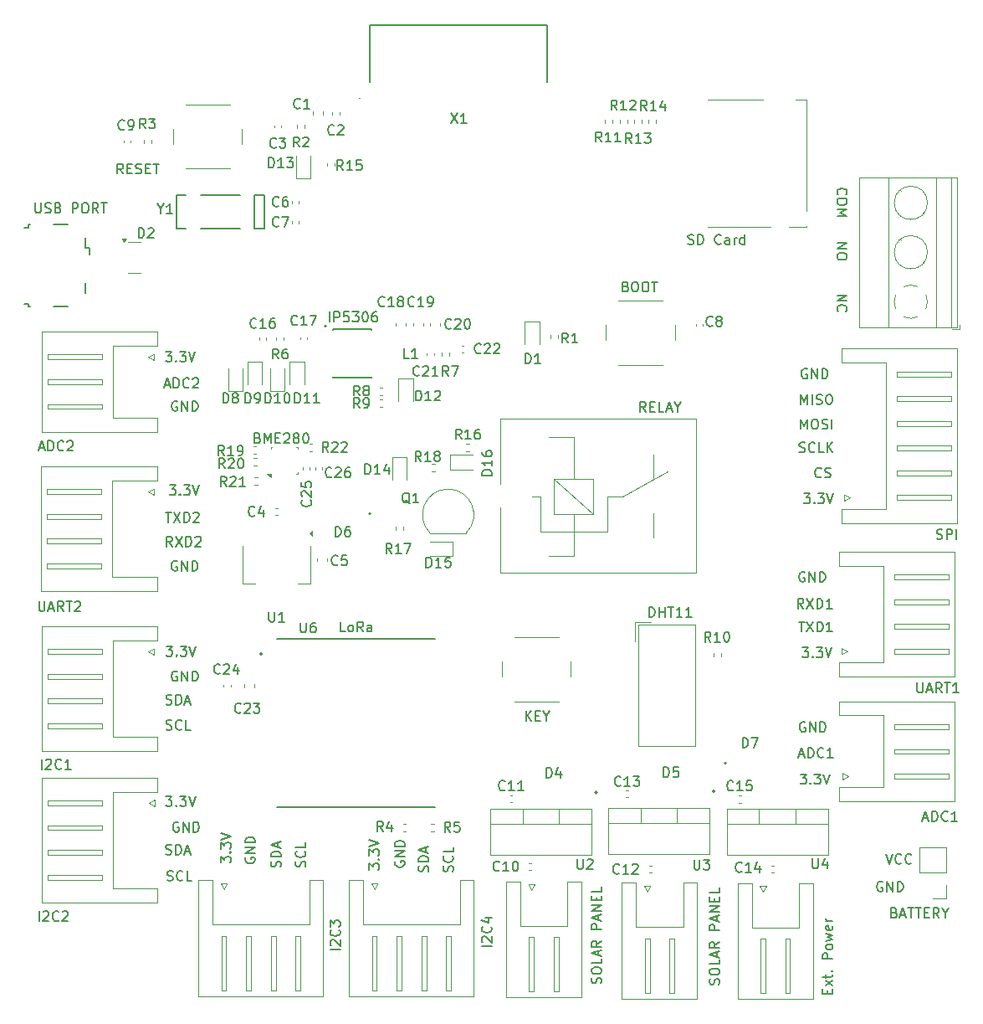
<source format=gbr>
%TF.GenerationSoftware,KiCad,Pcbnew,8.0.7*%
%TF.CreationDate,2025-02-15T14:18:58+03:00*%
%TF.ProjectId,IoT Edge Device V1,496f5420-4564-4676-9520-446576696365,rev?*%
%TF.SameCoordinates,Original*%
%TF.FileFunction,Legend,Top*%
%TF.FilePolarity,Positive*%
%FSLAX46Y46*%
G04 Gerber Fmt 4.6, Leading zero omitted, Abs format (unit mm)*
G04 Created by KiCad (PCBNEW 8.0.7) date 2025-02-15 14:18:58*
%MOMM*%
%LPD*%
G01*
G04 APERTURE LIST*
%ADD10C,0.150000*%
%ADD11C,0.120000*%
%ADD12C,0.200000*%
%ADD13C,0.100000*%
%ADD14C,0.127000*%
G04 APERTURE END LIST*
D10*
X173515541Y-115759819D02*
X174134588Y-115759819D01*
X174134588Y-115759819D02*
X173801255Y-116140771D01*
X173801255Y-116140771D02*
X173944112Y-116140771D01*
X173944112Y-116140771D02*
X174039350Y-116188390D01*
X174039350Y-116188390D02*
X174086969Y-116236009D01*
X174086969Y-116236009D02*
X174134588Y-116331247D01*
X174134588Y-116331247D02*
X174134588Y-116569342D01*
X174134588Y-116569342D02*
X174086969Y-116664580D01*
X174086969Y-116664580D02*
X174039350Y-116712200D01*
X174039350Y-116712200D02*
X173944112Y-116759819D01*
X173944112Y-116759819D02*
X173658398Y-116759819D01*
X173658398Y-116759819D02*
X173563160Y-116712200D01*
X173563160Y-116712200D02*
X173515541Y-116664580D01*
X174563160Y-116664580D02*
X174610779Y-116712200D01*
X174610779Y-116712200D02*
X174563160Y-116759819D01*
X174563160Y-116759819D02*
X174515541Y-116712200D01*
X174515541Y-116712200D02*
X174563160Y-116664580D01*
X174563160Y-116664580D02*
X174563160Y-116759819D01*
X174944112Y-115759819D02*
X175563159Y-115759819D01*
X175563159Y-115759819D02*
X175229826Y-116140771D01*
X175229826Y-116140771D02*
X175372683Y-116140771D01*
X175372683Y-116140771D02*
X175467921Y-116188390D01*
X175467921Y-116188390D02*
X175515540Y-116236009D01*
X175515540Y-116236009D02*
X175563159Y-116331247D01*
X175563159Y-116331247D02*
X175563159Y-116569342D01*
X175563159Y-116569342D02*
X175515540Y-116664580D01*
X175515540Y-116664580D02*
X175467921Y-116712200D01*
X175467921Y-116712200D02*
X175372683Y-116759819D01*
X175372683Y-116759819D02*
X175086969Y-116759819D01*
X175086969Y-116759819D02*
X174991731Y-116712200D01*
X174991731Y-116712200D02*
X174944112Y-116664580D01*
X175848874Y-115759819D02*
X176182207Y-116759819D01*
X176182207Y-116759819D02*
X176515540Y-115759819D01*
X173723541Y-102957819D02*
X174342588Y-102957819D01*
X174342588Y-102957819D02*
X174009255Y-103338771D01*
X174009255Y-103338771D02*
X174152112Y-103338771D01*
X174152112Y-103338771D02*
X174247350Y-103386390D01*
X174247350Y-103386390D02*
X174294969Y-103434009D01*
X174294969Y-103434009D02*
X174342588Y-103529247D01*
X174342588Y-103529247D02*
X174342588Y-103767342D01*
X174342588Y-103767342D02*
X174294969Y-103862580D01*
X174294969Y-103862580D02*
X174247350Y-103910200D01*
X174247350Y-103910200D02*
X174152112Y-103957819D01*
X174152112Y-103957819D02*
X173866398Y-103957819D01*
X173866398Y-103957819D02*
X173771160Y-103910200D01*
X173771160Y-103910200D02*
X173723541Y-103862580D01*
X174771160Y-103862580D02*
X174818779Y-103910200D01*
X174818779Y-103910200D02*
X174771160Y-103957819D01*
X174771160Y-103957819D02*
X174723541Y-103910200D01*
X174723541Y-103910200D02*
X174771160Y-103862580D01*
X174771160Y-103862580D02*
X174771160Y-103957819D01*
X175152112Y-102957819D02*
X175771159Y-102957819D01*
X175771159Y-102957819D02*
X175437826Y-103338771D01*
X175437826Y-103338771D02*
X175580683Y-103338771D01*
X175580683Y-103338771D02*
X175675921Y-103386390D01*
X175675921Y-103386390D02*
X175723540Y-103434009D01*
X175723540Y-103434009D02*
X175771159Y-103529247D01*
X175771159Y-103529247D02*
X175771159Y-103767342D01*
X175771159Y-103767342D02*
X175723540Y-103862580D01*
X175723540Y-103862580D02*
X175675921Y-103910200D01*
X175675921Y-103910200D02*
X175580683Y-103957819D01*
X175580683Y-103957819D02*
X175294969Y-103957819D01*
X175294969Y-103957819D02*
X175199731Y-103910200D01*
X175199731Y-103910200D02*
X175152112Y-103862580D01*
X176056874Y-102957819D02*
X176390207Y-103957819D01*
X176390207Y-103957819D02*
X176723540Y-102957819D01*
X110461588Y-105404938D02*
X110366350Y-105357319D01*
X110366350Y-105357319D02*
X110223493Y-105357319D01*
X110223493Y-105357319D02*
X110080636Y-105404938D01*
X110080636Y-105404938D02*
X109985398Y-105500176D01*
X109985398Y-105500176D02*
X109937779Y-105595414D01*
X109937779Y-105595414D02*
X109890160Y-105785890D01*
X109890160Y-105785890D02*
X109890160Y-105928747D01*
X109890160Y-105928747D02*
X109937779Y-106119223D01*
X109937779Y-106119223D02*
X109985398Y-106214461D01*
X109985398Y-106214461D02*
X110080636Y-106309700D01*
X110080636Y-106309700D02*
X110223493Y-106357319D01*
X110223493Y-106357319D02*
X110318731Y-106357319D01*
X110318731Y-106357319D02*
X110461588Y-106309700D01*
X110461588Y-106309700D02*
X110509207Y-106262080D01*
X110509207Y-106262080D02*
X110509207Y-105928747D01*
X110509207Y-105928747D02*
X110318731Y-105928747D01*
X110937779Y-106357319D02*
X110937779Y-105357319D01*
X110937779Y-105357319D02*
X111509207Y-106357319D01*
X111509207Y-106357319D02*
X111509207Y-105357319D01*
X111985398Y-106357319D02*
X111985398Y-105357319D01*
X111985398Y-105357319D02*
X112223493Y-105357319D01*
X112223493Y-105357319D02*
X112366350Y-105404938D01*
X112366350Y-105404938D02*
X112461588Y-105500176D01*
X112461588Y-105500176D02*
X112509207Y-105595414D01*
X112509207Y-105595414D02*
X112556826Y-105785890D01*
X112556826Y-105785890D02*
X112556826Y-105928747D01*
X112556826Y-105928747D02*
X112509207Y-106119223D01*
X112509207Y-106119223D02*
X112461588Y-106214461D01*
X112461588Y-106214461D02*
X112366350Y-106309700D01*
X112366350Y-106309700D02*
X112223493Y-106357319D01*
X112223493Y-106357319D02*
X111985398Y-106357319D01*
X175644207Y-85678580D02*
X175596588Y-85726200D01*
X175596588Y-85726200D02*
X175453731Y-85773819D01*
X175453731Y-85773819D02*
X175358493Y-85773819D01*
X175358493Y-85773819D02*
X175215636Y-85726200D01*
X175215636Y-85726200D02*
X175120398Y-85630961D01*
X175120398Y-85630961D02*
X175072779Y-85535723D01*
X175072779Y-85535723D02*
X175025160Y-85345247D01*
X175025160Y-85345247D02*
X175025160Y-85202390D01*
X175025160Y-85202390D02*
X175072779Y-85011914D01*
X175072779Y-85011914D02*
X175120398Y-84916676D01*
X175120398Y-84916676D02*
X175215636Y-84821438D01*
X175215636Y-84821438D02*
X175358493Y-84773819D01*
X175358493Y-84773819D02*
X175453731Y-84773819D01*
X175453731Y-84773819D02*
X175596588Y-84821438D01*
X175596588Y-84821438D02*
X175644207Y-84869057D01*
X176025160Y-85726200D02*
X176168017Y-85773819D01*
X176168017Y-85773819D02*
X176406112Y-85773819D01*
X176406112Y-85773819D02*
X176501350Y-85726200D01*
X176501350Y-85726200D02*
X176548969Y-85678580D01*
X176548969Y-85678580D02*
X176596588Y-85583342D01*
X176596588Y-85583342D02*
X176596588Y-85488104D01*
X176596588Y-85488104D02*
X176548969Y-85392866D01*
X176548969Y-85392866D02*
X176501350Y-85345247D01*
X176501350Y-85345247D02*
X176406112Y-85297628D01*
X176406112Y-85297628D02*
X176215636Y-85250009D01*
X176215636Y-85250009D02*
X176120398Y-85202390D01*
X176120398Y-85202390D02*
X176072779Y-85154771D01*
X176072779Y-85154771D02*
X176025160Y-85059533D01*
X176025160Y-85059533D02*
X176025160Y-84964295D01*
X176025160Y-84964295D02*
X176072779Y-84869057D01*
X176072779Y-84869057D02*
X176120398Y-84821438D01*
X176120398Y-84821438D02*
X176215636Y-84773819D01*
X176215636Y-84773819D02*
X176453731Y-84773819D01*
X176453731Y-84773819D02*
X176596588Y-84821438D01*
X126951819Y-133518220D02*
X125951819Y-133518220D01*
X126047057Y-133089649D02*
X125999438Y-133042030D01*
X125999438Y-133042030D02*
X125951819Y-132946792D01*
X125951819Y-132946792D02*
X125951819Y-132708697D01*
X125951819Y-132708697D02*
X125999438Y-132613459D01*
X125999438Y-132613459D02*
X126047057Y-132565840D01*
X126047057Y-132565840D02*
X126142295Y-132518221D01*
X126142295Y-132518221D02*
X126237533Y-132518221D01*
X126237533Y-132518221D02*
X126380390Y-132565840D01*
X126380390Y-132565840D02*
X126951819Y-133137268D01*
X126951819Y-133137268D02*
X126951819Y-132518221D01*
X126856580Y-131518221D02*
X126904200Y-131565840D01*
X126904200Y-131565840D02*
X126951819Y-131708697D01*
X126951819Y-131708697D02*
X126951819Y-131803935D01*
X126951819Y-131803935D02*
X126904200Y-131946792D01*
X126904200Y-131946792D02*
X126808961Y-132042030D01*
X126808961Y-132042030D02*
X126713723Y-132089649D01*
X126713723Y-132089649D02*
X126523247Y-132137268D01*
X126523247Y-132137268D02*
X126380390Y-132137268D01*
X126380390Y-132137268D02*
X126189914Y-132089649D01*
X126189914Y-132089649D02*
X126094676Y-132042030D01*
X126094676Y-132042030D02*
X125999438Y-131946792D01*
X125999438Y-131946792D02*
X125951819Y-131803935D01*
X125951819Y-131803935D02*
X125951819Y-131708697D01*
X125951819Y-131708697D02*
X125999438Y-131565840D01*
X125999438Y-131565840D02*
X126047057Y-131518221D01*
X125951819Y-131184887D02*
X125951819Y-130565840D01*
X125951819Y-130565840D02*
X126332771Y-130899173D01*
X126332771Y-130899173D02*
X126332771Y-130756316D01*
X126332771Y-130756316D02*
X126380390Y-130661078D01*
X126380390Y-130661078D02*
X126428009Y-130613459D01*
X126428009Y-130613459D02*
X126523247Y-130565840D01*
X126523247Y-130565840D02*
X126761342Y-130565840D01*
X126761342Y-130565840D02*
X126856580Y-130613459D01*
X126856580Y-130613459D02*
X126904200Y-130661078D01*
X126904200Y-130661078D02*
X126951819Y-130756316D01*
X126951819Y-130756316D02*
X126951819Y-131042030D01*
X126951819Y-131042030D02*
X126904200Y-131137268D01*
X126904200Y-131137268D02*
X126856580Y-131184887D01*
X162161160Y-62139700D02*
X162304017Y-62187319D01*
X162304017Y-62187319D02*
X162542112Y-62187319D01*
X162542112Y-62187319D02*
X162637350Y-62139700D01*
X162637350Y-62139700D02*
X162684969Y-62092080D01*
X162684969Y-62092080D02*
X162732588Y-61996842D01*
X162732588Y-61996842D02*
X162732588Y-61901604D01*
X162732588Y-61901604D02*
X162684969Y-61806366D01*
X162684969Y-61806366D02*
X162637350Y-61758747D01*
X162637350Y-61758747D02*
X162542112Y-61711128D01*
X162542112Y-61711128D02*
X162351636Y-61663509D01*
X162351636Y-61663509D02*
X162256398Y-61615890D01*
X162256398Y-61615890D02*
X162208779Y-61568271D01*
X162208779Y-61568271D02*
X162161160Y-61473033D01*
X162161160Y-61473033D02*
X162161160Y-61377795D01*
X162161160Y-61377795D02*
X162208779Y-61282557D01*
X162208779Y-61282557D02*
X162256398Y-61234938D01*
X162256398Y-61234938D02*
X162351636Y-61187319D01*
X162351636Y-61187319D02*
X162589731Y-61187319D01*
X162589731Y-61187319D02*
X162732588Y-61234938D01*
X163161160Y-62187319D02*
X163161160Y-61187319D01*
X163161160Y-61187319D02*
X163399255Y-61187319D01*
X163399255Y-61187319D02*
X163542112Y-61234938D01*
X163542112Y-61234938D02*
X163637350Y-61330176D01*
X163637350Y-61330176D02*
X163684969Y-61425414D01*
X163684969Y-61425414D02*
X163732588Y-61615890D01*
X163732588Y-61615890D02*
X163732588Y-61758747D01*
X163732588Y-61758747D02*
X163684969Y-61949223D01*
X163684969Y-61949223D02*
X163637350Y-62044461D01*
X163637350Y-62044461D02*
X163542112Y-62139700D01*
X163542112Y-62139700D02*
X163399255Y-62187319D01*
X163399255Y-62187319D02*
X163161160Y-62187319D01*
X165494493Y-62092080D02*
X165446874Y-62139700D01*
X165446874Y-62139700D02*
X165304017Y-62187319D01*
X165304017Y-62187319D02*
X165208779Y-62187319D01*
X165208779Y-62187319D02*
X165065922Y-62139700D01*
X165065922Y-62139700D02*
X164970684Y-62044461D01*
X164970684Y-62044461D02*
X164923065Y-61949223D01*
X164923065Y-61949223D02*
X164875446Y-61758747D01*
X164875446Y-61758747D02*
X164875446Y-61615890D01*
X164875446Y-61615890D02*
X164923065Y-61425414D01*
X164923065Y-61425414D02*
X164970684Y-61330176D01*
X164970684Y-61330176D02*
X165065922Y-61234938D01*
X165065922Y-61234938D02*
X165208779Y-61187319D01*
X165208779Y-61187319D02*
X165304017Y-61187319D01*
X165304017Y-61187319D02*
X165446874Y-61234938D01*
X165446874Y-61234938D02*
X165494493Y-61282557D01*
X166351636Y-62187319D02*
X166351636Y-61663509D01*
X166351636Y-61663509D02*
X166304017Y-61568271D01*
X166304017Y-61568271D02*
X166208779Y-61520652D01*
X166208779Y-61520652D02*
X166018303Y-61520652D01*
X166018303Y-61520652D02*
X165923065Y-61568271D01*
X166351636Y-62139700D02*
X166256398Y-62187319D01*
X166256398Y-62187319D02*
X166018303Y-62187319D01*
X166018303Y-62187319D02*
X165923065Y-62139700D01*
X165923065Y-62139700D02*
X165875446Y-62044461D01*
X165875446Y-62044461D02*
X165875446Y-61949223D01*
X165875446Y-61949223D02*
X165923065Y-61853985D01*
X165923065Y-61853985D02*
X166018303Y-61806366D01*
X166018303Y-61806366D02*
X166256398Y-61806366D01*
X166256398Y-61806366D02*
X166351636Y-61758747D01*
X166827827Y-62187319D02*
X166827827Y-61520652D01*
X166827827Y-61711128D02*
X166875446Y-61615890D01*
X166875446Y-61615890D02*
X166923065Y-61568271D01*
X166923065Y-61568271D02*
X167018303Y-61520652D01*
X167018303Y-61520652D02*
X167113541Y-61520652D01*
X167875446Y-62187319D02*
X167875446Y-61187319D01*
X167875446Y-62139700D02*
X167780208Y-62187319D01*
X167780208Y-62187319D02*
X167589732Y-62187319D01*
X167589732Y-62187319D02*
X167494494Y-62139700D01*
X167494494Y-62139700D02*
X167446875Y-62092080D01*
X167446875Y-62092080D02*
X167399256Y-61996842D01*
X167399256Y-61996842D02*
X167399256Y-61711128D01*
X167399256Y-61711128D02*
X167446875Y-61615890D01*
X167446875Y-61615890D02*
X167494494Y-61568271D01*
X167494494Y-61568271D02*
X167589732Y-61520652D01*
X167589732Y-61520652D02*
X167780208Y-61520652D01*
X167780208Y-61520652D02*
X167875446Y-61568271D01*
X114876819Y-124722458D02*
X114876819Y-124103411D01*
X114876819Y-124103411D02*
X115257771Y-124436744D01*
X115257771Y-124436744D02*
X115257771Y-124293887D01*
X115257771Y-124293887D02*
X115305390Y-124198649D01*
X115305390Y-124198649D02*
X115353009Y-124151030D01*
X115353009Y-124151030D02*
X115448247Y-124103411D01*
X115448247Y-124103411D02*
X115686342Y-124103411D01*
X115686342Y-124103411D02*
X115781580Y-124151030D01*
X115781580Y-124151030D02*
X115829200Y-124198649D01*
X115829200Y-124198649D02*
X115876819Y-124293887D01*
X115876819Y-124293887D02*
X115876819Y-124579601D01*
X115876819Y-124579601D02*
X115829200Y-124674839D01*
X115829200Y-124674839D02*
X115781580Y-124722458D01*
X115781580Y-123674839D02*
X115829200Y-123627220D01*
X115829200Y-123627220D02*
X115876819Y-123674839D01*
X115876819Y-123674839D02*
X115829200Y-123722458D01*
X115829200Y-123722458D02*
X115781580Y-123674839D01*
X115781580Y-123674839D02*
X115876819Y-123674839D01*
X114876819Y-123293887D02*
X114876819Y-122674840D01*
X114876819Y-122674840D02*
X115257771Y-123008173D01*
X115257771Y-123008173D02*
X115257771Y-122865316D01*
X115257771Y-122865316D02*
X115305390Y-122770078D01*
X115305390Y-122770078D02*
X115353009Y-122722459D01*
X115353009Y-122722459D02*
X115448247Y-122674840D01*
X115448247Y-122674840D02*
X115686342Y-122674840D01*
X115686342Y-122674840D02*
X115781580Y-122722459D01*
X115781580Y-122722459D02*
X115829200Y-122770078D01*
X115829200Y-122770078D02*
X115876819Y-122865316D01*
X115876819Y-122865316D02*
X115876819Y-123151030D01*
X115876819Y-123151030D02*
X115829200Y-123246268D01*
X115829200Y-123246268D02*
X115781580Y-123293887D01*
X114876819Y-122389125D02*
X115876819Y-122055792D01*
X115876819Y-122055792D02*
X114876819Y-121722459D01*
X109455160Y-126500200D02*
X109598017Y-126547819D01*
X109598017Y-126547819D02*
X109836112Y-126547819D01*
X109836112Y-126547819D02*
X109931350Y-126500200D01*
X109931350Y-126500200D02*
X109978969Y-126452580D01*
X109978969Y-126452580D02*
X110026588Y-126357342D01*
X110026588Y-126357342D02*
X110026588Y-126262104D01*
X110026588Y-126262104D02*
X109978969Y-126166866D01*
X109978969Y-126166866D02*
X109931350Y-126119247D01*
X109931350Y-126119247D02*
X109836112Y-126071628D01*
X109836112Y-126071628D02*
X109645636Y-126024009D01*
X109645636Y-126024009D02*
X109550398Y-125976390D01*
X109550398Y-125976390D02*
X109502779Y-125928771D01*
X109502779Y-125928771D02*
X109455160Y-125833533D01*
X109455160Y-125833533D02*
X109455160Y-125738295D01*
X109455160Y-125738295D02*
X109502779Y-125643057D01*
X109502779Y-125643057D02*
X109550398Y-125595438D01*
X109550398Y-125595438D02*
X109645636Y-125547819D01*
X109645636Y-125547819D02*
X109883731Y-125547819D01*
X109883731Y-125547819D02*
X110026588Y-125595438D01*
X111026588Y-126452580D02*
X110978969Y-126500200D01*
X110978969Y-126500200D02*
X110836112Y-126547819D01*
X110836112Y-126547819D02*
X110740874Y-126547819D01*
X110740874Y-126547819D02*
X110598017Y-126500200D01*
X110598017Y-126500200D02*
X110502779Y-126404961D01*
X110502779Y-126404961D02*
X110455160Y-126309723D01*
X110455160Y-126309723D02*
X110407541Y-126119247D01*
X110407541Y-126119247D02*
X110407541Y-125976390D01*
X110407541Y-125976390D02*
X110455160Y-125785914D01*
X110455160Y-125785914D02*
X110502779Y-125690676D01*
X110502779Y-125690676D02*
X110598017Y-125595438D01*
X110598017Y-125595438D02*
X110740874Y-125547819D01*
X110740874Y-125547819D02*
X110836112Y-125547819D01*
X110836112Y-125547819D02*
X110978969Y-125595438D01*
X110978969Y-125595438D02*
X111026588Y-125643057D01*
X111931350Y-126547819D02*
X111455160Y-126547819D01*
X111455160Y-126547819D02*
X111455160Y-125547819D01*
X109307541Y-117997819D02*
X109926588Y-117997819D01*
X109926588Y-117997819D02*
X109593255Y-118378771D01*
X109593255Y-118378771D02*
X109736112Y-118378771D01*
X109736112Y-118378771D02*
X109831350Y-118426390D01*
X109831350Y-118426390D02*
X109878969Y-118474009D01*
X109878969Y-118474009D02*
X109926588Y-118569247D01*
X109926588Y-118569247D02*
X109926588Y-118807342D01*
X109926588Y-118807342D02*
X109878969Y-118902580D01*
X109878969Y-118902580D02*
X109831350Y-118950200D01*
X109831350Y-118950200D02*
X109736112Y-118997819D01*
X109736112Y-118997819D02*
X109450398Y-118997819D01*
X109450398Y-118997819D02*
X109355160Y-118950200D01*
X109355160Y-118950200D02*
X109307541Y-118902580D01*
X110355160Y-118902580D02*
X110402779Y-118950200D01*
X110402779Y-118950200D02*
X110355160Y-118997819D01*
X110355160Y-118997819D02*
X110307541Y-118950200D01*
X110307541Y-118950200D02*
X110355160Y-118902580D01*
X110355160Y-118902580D02*
X110355160Y-118997819D01*
X110736112Y-117997819D02*
X111355159Y-117997819D01*
X111355159Y-117997819D02*
X111021826Y-118378771D01*
X111021826Y-118378771D02*
X111164683Y-118378771D01*
X111164683Y-118378771D02*
X111259921Y-118426390D01*
X111259921Y-118426390D02*
X111307540Y-118474009D01*
X111307540Y-118474009D02*
X111355159Y-118569247D01*
X111355159Y-118569247D02*
X111355159Y-118807342D01*
X111355159Y-118807342D02*
X111307540Y-118902580D01*
X111307540Y-118902580D02*
X111259921Y-118950200D01*
X111259921Y-118950200D02*
X111164683Y-118997819D01*
X111164683Y-118997819D02*
X110878969Y-118997819D01*
X110878969Y-118997819D02*
X110783731Y-118950200D01*
X110783731Y-118950200D02*
X110736112Y-118902580D01*
X111640874Y-117997819D02*
X111974207Y-118997819D01*
X111974207Y-118997819D02*
X112307540Y-117997819D01*
X109188660Y-76421604D02*
X109664850Y-76421604D01*
X109093422Y-76707319D02*
X109426755Y-75707319D01*
X109426755Y-75707319D02*
X109760088Y-76707319D01*
X110093422Y-76707319D02*
X110093422Y-75707319D01*
X110093422Y-75707319D02*
X110331517Y-75707319D01*
X110331517Y-75707319D02*
X110474374Y-75754938D01*
X110474374Y-75754938D02*
X110569612Y-75850176D01*
X110569612Y-75850176D02*
X110617231Y-75945414D01*
X110617231Y-75945414D02*
X110664850Y-76135890D01*
X110664850Y-76135890D02*
X110664850Y-76278747D01*
X110664850Y-76278747D02*
X110617231Y-76469223D01*
X110617231Y-76469223D02*
X110569612Y-76564461D01*
X110569612Y-76564461D02*
X110474374Y-76659700D01*
X110474374Y-76659700D02*
X110331517Y-76707319D01*
X110331517Y-76707319D02*
X110093422Y-76707319D01*
X111664850Y-76612080D02*
X111617231Y-76659700D01*
X111617231Y-76659700D02*
X111474374Y-76707319D01*
X111474374Y-76707319D02*
X111379136Y-76707319D01*
X111379136Y-76707319D02*
X111236279Y-76659700D01*
X111236279Y-76659700D02*
X111141041Y-76564461D01*
X111141041Y-76564461D02*
X111093422Y-76469223D01*
X111093422Y-76469223D02*
X111045803Y-76278747D01*
X111045803Y-76278747D02*
X111045803Y-76135890D01*
X111045803Y-76135890D02*
X111093422Y-75945414D01*
X111093422Y-75945414D02*
X111141041Y-75850176D01*
X111141041Y-75850176D02*
X111236279Y-75754938D01*
X111236279Y-75754938D02*
X111379136Y-75707319D01*
X111379136Y-75707319D02*
X111474374Y-75707319D01*
X111474374Y-75707319D02*
X111617231Y-75754938D01*
X111617231Y-75754938D02*
X111664850Y-75802557D01*
X112045803Y-75802557D02*
X112093422Y-75754938D01*
X112093422Y-75754938D02*
X112188660Y-75707319D01*
X112188660Y-75707319D02*
X112426755Y-75707319D01*
X112426755Y-75707319D02*
X112521993Y-75754938D01*
X112521993Y-75754938D02*
X112569612Y-75802557D01*
X112569612Y-75802557D02*
X112617231Y-75897795D01*
X112617231Y-75897795D02*
X112617231Y-75993033D01*
X112617231Y-75993033D02*
X112569612Y-76135890D01*
X112569612Y-76135890D02*
X111998184Y-76707319D01*
X111998184Y-76707319D02*
X112617231Y-76707319D01*
X173572779Y-80873819D02*
X173572779Y-79873819D01*
X173572779Y-79873819D02*
X173906112Y-80588104D01*
X173906112Y-80588104D02*
X174239445Y-79873819D01*
X174239445Y-79873819D02*
X174239445Y-80873819D01*
X174906112Y-79873819D02*
X175096588Y-79873819D01*
X175096588Y-79873819D02*
X175191826Y-79921438D01*
X175191826Y-79921438D02*
X175287064Y-80016676D01*
X175287064Y-80016676D02*
X175334683Y-80207152D01*
X175334683Y-80207152D02*
X175334683Y-80540485D01*
X175334683Y-80540485D02*
X175287064Y-80730961D01*
X175287064Y-80730961D02*
X175191826Y-80826200D01*
X175191826Y-80826200D02*
X175096588Y-80873819D01*
X175096588Y-80873819D02*
X174906112Y-80873819D01*
X174906112Y-80873819D02*
X174810874Y-80826200D01*
X174810874Y-80826200D02*
X174715636Y-80730961D01*
X174715636Y-80730961D02*
X174668017Y-80540485D01*
X174668017Y-80540485D02*
X174668017Y-80207152D01*
X174668017Y-80207152D02*
X174715636Y-80016676D01*
X174715636Y-80016676D02*
X174810874Y-79921438D01*
X174810874Y-79921438D02*
X174906112Y-79873819D01*
X175715636Y-80826200D02*
X175858493Y-80873819D01*
X175858493Y-80873819D02*
X176096588Y-80873819D01*
X176096588Y-80873819D02*
X176191826Y-80826200D01*
X176191826Y-80826200D02*
X176239445Y-80778580D01*
X176239445Y-80778580D02*
X176287064Y-80683342D01*
X176287064Y-80683342D02*
X176287064Y-80588104D01*
X176287064Y-80588104D02*
X176239445Y-80492866D01*
X176239445Y-80492866D02*
X176191826Y-80445247D01*
X176191826Y-80445247D02*
X176096588Y-80397628D01*
X176096588Y-80397628D02*
X175906112Y-80350009D01*
X175906112Y-80350009D02*
X175810874Y-80302390D01*
X175810874Y-80302390D02*
X175763255Y-80254771D01*
X175763255Y-80254771D02*
X175715636Y-80159533D01*
X175715636Y-80159533D02*
X175715636Y-80064295D01*
X175715636Y-80064295D02*
X175763255Y-79969057D01*
X175763255Y-79969057D02*
X175810874Y-79921438D01*
X175810874Y-79921438D02*
X175906112Y-79873819D01*
X175906112Y-79873819D02*
X176144207Y-79873819D01*
X176144207Y-79873819D02*
X176287064Y-79921438D01*
X176715636Y-80873819D02*
X176715636Y-79873819D01*
X109293422Y-89282319D02*
X109864850Y-89282319D01*
X109579136Y-90282319D02*
X109579136Y-89282319D01*
X110102946Y-89282319D02*
X110769612Y-90282319D01*
X110769612Y-89282319D02*
X110102946Y-90282319D01*
X111150565Y-90282319D02*
X111150565Y-89282319D01*
X111150565Y-89282319D02*
X111388660Y-89282319D01*
X111388660Y-89282319D02*
X111531517Y-89329938D01*
X111531517Y-89329938D02*
X111626755Y-89425176D01*
X111626755Y-89425176D02*
X111674374Y-89520414D01*
X111674374Y-89520414D02*
X111721993Y-89710890D01*
X111721993Y-89710890D02*
X111721993Y-89853747D01*
X111721993Y-89853747D02*
X111674374Y-90044223D01*
X111674374Y-90044223D02*
X111626755Y-90139461D01*
X111626755Y-90139461D02*
X111531517Y-90234700D01*
X111531517Y-90234700D02*
X111388660Y-90282319D01*
X111388660Y-90282319D02*
X111150565Y-90282319D01*
X112102946Y-89377557D02*
X112150565Y-89329938D01*
X112150565Y-89329938D02*
X112245803Y-89282319D01*
X112245803Y-89282319D02*
X112483898Y-89282319D01*
X112483898Y-89282319D02*
X112579136Y-89329938D01*
X112579136Y-89329938D02*
X112626755Y-89377557D01*
X112626755Y-89377557D02*
X112674374Y-89472795D01*
X112674374Y-89472795D02*
X112674374Y-89568033D01*
X112674374Y-89568033D02*
X112626755Y-89710890D01*
X112626755Y-89710890D02*
X112055327Y-90282319D01*
X112055327Y-90282319D02*
X112674374Y-90282319D01*
X157893207Y-79119819D02*
X157559874Y-78643628D01*
X157321779Y-79119819D02*
X157321779Y-78119819D01*
X157321779Y-78119819D02*
X157702731Y-78119819D01*
X157702731Y-78119819D02*
X157797969Y-78167438D01*
X157797969Y-78167438D02*
X157845588Y-78215057D01*
X157845588Y-78215057D02*
X157893207Y-78310295D01*
X157893207Y-78310295D02*
X157893207Y-78453152D01*
X157893207Y-78453152D02*
X157845588Y-78548390D01*
X157845588Y-78548390D02*
X157797969Y-78596009D01*
X157797969Y-78596009D02*
X157702731Y-78643628D01*
X157702731Y-78643628D02*
X157321779Y-78643628D01*
X158321779Y-78596009D02*
X158655112Y-78596009D01*
X158797969Y-79119819D02*
X158321779Y-79119819D01*
X158321779Y-79119819D02*
X158321779Y-78119819D01*
X158321779Y-78119819D02*
X158797969Y-78119819D01*
X159702731Y-79119819D02*
X159226541Y-79119819D01*
X159226541Y-79119819D02*
X159226541Y-78119819D01*
X159988446Y-78834104D02*
X160464636Y-78834104D01*
X159893208Y-79119819D02*
X160226541Y-78119819D01*
X160226541Y-78119819D02*
X160559874Y-79119819D01*
X161083684Y-78643628D02*
X161083684Y-79119819D01*
X160750351Y-78119819D02*
X161083684Y-78643628D01*
X161083684Y-78643628D02*
X161417017Y-78119819D01*
X118605112Y-81770009D02*
X118747969Y-81817628D01*
X118747969Y-81817628D02*
X118795588Y-81865247D01*
X118795588Y-81865247D02*
X118843207Y-81960485D01*
X118843207Y-81960485D02*
X118843207Y-82103342D01*
X118843207Y-82103342D02*
X118795588Y-82198580D01*
X118795588Y-82198580D02*
X118747969Y-82246200D01*
X118747969Y-82246200D02*
X118652731Y-82293819D01*
X118652731Y-82293819D02*
X118271779Y-82293819D01*
X118271779Y-82293819D02*
X118271779Y-81293819D01*
X118271779Y-81293819D02*
X118605112Y-81293819D01*
X118605112Y-81293819D02*
X118700350Y-81341438D01*
X118700350Y-81341438D02*
X118747969Y-81389057D01*
X118747969Y-81389057D02*
X118795588Y-81484295D01*
X118795588Y-81484295D02*
X118795588Y-81579533D01*
X118795588Y-81579533D02*
X118747969Y-81674771D01*
X118747969Y-81674771D02*
X118700350Y-81722390D01*
X118700350Y-81722390D02*
X118605112Y-81770009D01*
X118605112Y-81770009D02*
X118271779Y-81770009D01*
X119271779Y-82293819D02*
X119271779Y-81293819D01*
X119271779Y-81293819D02*
X119605112Y-82008104D01*
X119605112Y-82008104D02*
X119938445Y-81293819D01*
X119938445Y-81293819D02*
X119938445Y-82293819D01*
X120414636Y-81770009D02*
X120747969Y-81770009D01*
X120890826Y-82293819D02*
X120414636Y-82293819D01*
X120414636Y-82293819D02*
X120414636Y-81293819D01*
X120414636Y-81293819D02*
X120890826Y-81293819D01*
X121271779Y-81389057D02*
X121319398Y-81341438D01*
X121319398Y-81341438D02*
X121414636Y-81293819D01*
X121414636Y-81293819D02*
X121652731Y-81293819D01*
X121652731Y-81293819D02*
X121747969Y-81341438D01*
X121747969Y-81341438D02*
X121795588Y-81389057D01*
X121795588Y-81389057D02*
X121843207Y-81484295D01*
X121843207Y-81484295D02*
X121843207Y-81579533D01*
X121843207Y-81579533D02*
X121795588Y-81722390D01*
X121795588Y-81722390D02*
X121224160Y-82293819D01*
X121224160Y-82293819D02*
X121843207Y-82293819D01*
X122414636Y-81722390D02*
X122319398Y-81674771D01*
X122319398Y-81674771D02*
X122271779Y-81627152D01*
X122271779Y-81627152D02*
X122224160Y-81531914D01*
X122224160Y-81531914D02*
X122224160Y-81484295D01*
X122224160Y-81484295D02*
X122271779Y-81389057D01*
X122271779Y-81389057D02*
X122319398Y-81341438D01*
X122319398Y-81341438D02*
X122414636Y-81293819D01*
X122414636Y-81293819D02*
X122605112Y-81293819D01*
X122605112Y-81293819D02*
X122700350Y-81341438D01*
X122700350Y-81341438D02*
X122747969Y-81389057D01*
X122747969Y-81389057D02*
X122795588Y-81484295D01*
X122795588Y-81484295D02*
X122795588Y-81531914D01*
X122795588Y-81531914D02*
X122747969Y-81627152D01*
X122747969Y-81627152D02*
X122700350Y-81674771D01*
X122700350Y-81674771D02*
X122605112Y-81722390D01*
X122605112Y-81722390D02*
X122414636Y-81722390D01*
X122414636Y-81722390D02*
X122319398Y-81770009D01*
X122319398Y-81770009D02*
X122271779Y-81817628D01*
X122271779Y-81817628D02*
X122224160Y-81912866D01*
X122224160Y-81912866D02*
X122224160Y-82103342D01*
X122224160Y-82103342D02*
X122271779Y-82198580D01*
X122271779Y-82198580D02*
X122319398Y-82246200D01*
X122319398Y-82246200D02*
X122414636Y-82293819D01*
X122414636Y-82293819D02*
X122605112Y-82293819D01*
X122605112Y-82293819D02*
X122700350Y-82246200D01*
X122700350Y-82246200D02*
X122747969Y-82198580D01*
X122747969Y-82198580D02*
X122795588Y-82103342D01*
X122795588Y-82103342D02*
X122795588Y-81912866D01*
X122795588Y-81912866D02*
X122747969Y-81817628D01*
X122747969Y-81817628D02*
X122700350Y-81770009D01*
X122700350Y-81770009D02*
X122605112Y-81722390D01*
X123414636Y-81293819D02*
X123509874Y-81293819D01*
X123509874Y-81293819D02*
X123605112Y-81341438D01*
X123605112Y-81341438D02*
X123652731Y-81389057D01*
X123652731Y-81389057D02*
X123700350Y-81484295D01*
X123700350Y-81484295D02*
X123747969Y-81674771D01*
X123747969Y-81674771D02*
X123747969Y-81912866D01*
X123747969Y-81912866D02*
X123700350Y-82103342D01*
X123700350Y-82103342D02*
X123652731Y-82198580D01*
X123652731Y-82198580D02*
X123605112Y-82246200D01*
X123605112Y-82246200D02*
X123509874Y-82293819D01*
X123509874Y-82293819D02*
X123414636Y-82293819D01*
X123414636Y-82293819D02*
X123319398Y-82246200D01*
X123319398Y-82246200D02*
X123271779Y-82198580D01*
X123271779Y-82198580D02*
X123224160Y-82103342D01*
X123224160Y-82103342D02*
X123176541Y-81912866D01*
X123176541Y-81912866D02*
X123176541Y-81674771D01*
X123176541Y-81674771D02*
X123224160Y-81484295D01*
X123224160Y-81484295D02*
X123271779Y-81389057D01*
X123271779Y-81389057D02*
X123319398Y-81341438D01*
X123319398Y-81341438D02*
X123414636Y-81293819D01*
X173403160Y-113804104D02*
X173879350Y-113804104D01*
X173307922Y-114089819D02*
X173641255Y-113089819D01*
X173641255Y-113089819D02*
X173974588Y-114089819D01*
X174307922Y-114089819D02*
X174307922Y-113089819D01*
X174307922Y-113089819D02*
X174546017Y-113089819D01*
X174546017Y-113089819D02*
X174688874Y-113137438D01*
X174688874Y-113137438D02*
X174784112Y-113232676D01*
X174784112Y-113232676D02*
X174831731Y-113327914D01*
X174831731Y-113327914D02*
X174879350Y-113518390D01*
X174879350Y-113518390D02*
X174879350Y-113661247D01*
X174879350Y-113661247D02*
X174831731Y-113851723D01*
X174831731Y-113851723D02*
X174784112Y-113946961D01*
X174784112Y-113946961D02*
X174688874Y-114042200D01*
X174688874Y-114042200D02*
X174546017Y-114089819D01*
X174546017Y-114089819D02*
X174307922Y-114089819D01*
X175879350Y-113994580D02*
X175831731Y-114042200D01*
X175831731Y-114042200D02*
X175688874Y-114089819D01*
X175688874Y-114089819D02*
X175593636Y-114089819D01*
X175593636Y-114089819D02*
X175450779Y-114042200D01*
X175450779Y-114042200D02*
X175355541Y-113946961D01*
X175355541Y-113946961D02*
X175307922Y-113851723D01*
X175307922Y-113851723D02*
X175260303Y-113661247D01*
X175260303Y-113661247D02*
X175260303Y-113518390D01*
X175260303Y-113518390D02*
X175307922Y-113327914D01*
X175307922Y-113327914D02*
X175355541Y-113232676D01*
X175355541Y-113232676D02*
X175450779Y-113137438D01*
X175450779Y-113137438D02*
X175593636Y-113089819D01*
X175593636Y-113089819D02*
X175688874Y-113089819D01*
X175688874Y-113089819D02*
X175831731Y-113137438D01*
X175831731Y-113137438D02*
X175879350Y-113185057D01*
X176831731Y-114089819D02*
X176260303Y-114089819D01*
X176546017Y-114089819D02*
X176546017Y-113089819D01*
X176546017Y-113089819D02*
X176450779Y-113232676D01*
X176450779Y-113232676D02*
X176355541Y-113327914D01*
X176355541Y-113327914D02*
X176260303Y-113375533D01*
X181835588Y-126679438D02*
X181740350Y-126631819D01*
X181740350Y-126631819D02*
X181597493Y-126631819D01*
X181597493Y-126631819D02*
X181454636Y-126679438D01*
X181454636Y-126679438D02*
X181359398Y-126774676D01*
X181359398Y-126774676D02*
X181311779Y-126869914D01*
X181311779Y-126869914D02*
X181264160Y-127060390D01*
X181264160Y-127060390D02*
X181264160Y-127203247D01*
X181264160Y-127203247D02*
X181311779Y-127393723D01*
X181311779Y-127393723D02*
X181359398Y-127488961D01*
X181359398Y-127488961D02*
X181454636Y-127584200D01*
X181454636Y-127584200D02*
X181597493Y-127631819D01*
X181597493Y-127631819D02*
X181692731Y-127631819D01*
X181692731Y-127631819D02*
X181835588Y-127584200D01*
X181835588Y-127584200D02*
X181883207Y-127536580D01*
X181883207Y-127536580D02*
X181883207Y-127203247D01*
X181883207Y-127203247D02*
X181692731Y-127203247D01*
X182311779Y-127631819D02*
X182311779Y-126631819D01*
X182311779Y-126631819D02*
X182883207Y-127631819D01*
X182883207Y-127631819D02*
X182883207Y-126631819D01*
X183359398Y-127631819D02*
X183359398Y-126631819D01*
X183359398Y-126631819D02*
X183597493Y-126631819D01*
X183597493Y-126631819D02*
X183740350Y-126679438D01*
X183740350Y-126679438D02*
X183835588Y-126774676D01*
X183835588Y-126774676D02*
X183883207Y-126869914D01*
X183883207Y-126869914D02*
X183930826Y-127060390D01*
X183930826Y-127060390D02*
X183930826Y-127203247D01*
X183930826Y-127203247D02*
X183883207Y-127393723D01*
X183883207Y-127393723D02*
X183835588Y-127488961D01*
X183835588Y-127488961D02*
X183740350Y-127584200D01*
X183740350Y-127584200D02*
X183597493Y-127631819D01*
X183597493Y-127631819D02*
X183359398Y-127631819D01*
X109338660Y-111234700D02*
X109481517Y-111282319D01*
X109481517Y-111282319D02*
X109719612Y-111282319D01*
X109719612Y-111282319D02*
X109814850Y-111234700D01*
X109814850Y-111234700D02*
X109862469Y-111187080D01*
X109862469Y-111187080D02*
X109910088Y-111091842D01*
X109910088Y-111091842D02*
X109910088Y-110996604D01*
X109910088Y-110996604D02*
X109862469Y-110901366D01*
X109862469Y-110901366D02*
X109814850Y-110853747D01*
X109814850Y-110853747D02*
X109719612Y-110806128D01*
X109719612Y-110806128D02*
X109529136Y-110758509D01*
X109529136Y-110758509D02*
X109433898Y-110710890D01*
X109433898Y-110710890D02*
X109386279Y-110663271D01*
X109386279Y-110663271D02*
X109338660Y-110568033D01*
X109338660Y-110568033D02*
X109338660Y-110472795D01*
X109338660Y-110472795D02*
X109386279Y-110377557D01*
X109386279Y-110377557D02*
X109433898Y-110329938D01*
X109433898Y-110329938D02*
X109529136Y-110282319D01*
X109529136Y-110282319D02*
X109767231Y-110282319D01*
X109767231Y-110282319D02*
X109910088Y-110329938D01*
X110910088Y-111187080D02*
X110862469Y-111234700D01*
X110862469Y-111234700D02*
X110719612Y-111282319D01*
X110719612Y-111282319D02*
X110624374Y-111282319D01*
X110624374Y-111282319D02*
X110481517Y-111234700D01*
X110481517Y-111234700D02*
X110386279Y-111139461D01*
X110386279Y-111139461D02*
X110338660Y-111044223D01*
X110338660Y-111044223D02*
X110291041Y-110853747D01*
X110291041Y-110853747D02*
X110291041Y-110710890D01*
X110291041Y-110710890D02*
X110338660Y-110520414D01*
X110338660Y-110520414D02*
X110386279Y-110425176D01*
X110386279Y-110425176D02*
X110481517Y-110329938D01*
X110481517Y-110329938D02*
X110624374Y-110282319D01*
X110624374Y-110282319D02*
X110719612Y-110282319D01*
X110719612Y-110282319D02*
X110862469Y-110329938D01*
X110862469Y-110329938D02*
X110910088Y-110377557D01*
X111814850Y-111282319D02*
X111338660Y-111282319D01*
X111338660Y-111282319D02*
X111338660Y-110282319D01*
X132534438Y-124589411D02*
X132486819Y-124684649D01*
X132486819Y-124684649D02*
X132486819Y-124827506D01*
X132486819Y-124827506D02*
X132534438Y-124970363D01*
X132534438Y-124970363D02*
X132629676Y-125065601D01*
X132629676Y-125065601D02*
X132724914Y-125113220D01*
X132724914Y-125113220D02*
X132915390Y-125160839D01*
X132915390Y-125160839D02*
X133058247Y-125160839D01*
X133058247Y-125160839D02*
X133248723Y-125113220D01*
X133248723Y-125113220D02*
X133343961Y-125065601D01*
X133343961Y-125065601D02*
X133439200Y-124970363D01*
X133439200Y-124970363D02*
X133486819Y-124827506D01*
X133486819Y-124827506D02*
X133486819Y-124732268D01*
X133486819Y-124732268D02*
X133439200Y-124589411D01*
X133439200Y-124589411D02*
X133391580Y-124541792D01*
X133391580Y-124541792D02*
X133058247Y-124541792D01*
X133058247Y-124541792D02*
X133058247Y-124732268D01*
X133486819Y-124113220D02*
X132486819Y-124113220D01*
X132486819Y-124113220D02*
X133486819Y-123541792D01*
X133486819Y-123541792D02*
X132486819Y-123541792D01*
X133486819Y-123065601D02*
X132486819Y-123065601D01*
X132486819Y-123065601D02*
X132486819Y-122827506D01*
X132486819Y-122827506D02*
X132534438Y-122684649D01*
X132534438Y-122684649D02*
X132629676Y-122589411D01*
X132629676Y-122589411D02*
X132724914Y-122541792D01*
X132724914Y-122541792D02*
X132915390Y-122494173D01*
X132915390Y-122494173D02*
X133058247Y-122494173D01*
X133058247Y-122494173D02*
X133248723Y-122541792D01*
X133248723Y-122541792D02*
X133343961Y-122589411D01*
X133343961Y-122589411D02*
X133439200Y-122684649D01*
X133439200Y-122684649D02*
X133486819Y-122827506D01*
X133486819Y-122827506D02*
X133486819Y-123065601D01*
X96486279Y-98282319D02*
X96486279Y-99091842D01*
X96486279Y-99091842D02*
X96533898Y-99187080D01*
X96533898Y-99187080D02*
X96581517Y-99234700D01*
X96581517Y-99234700D02*
X96676755Y-99282319D01*
X96676755Y-99282319D02*
X96867231Y-99282319D01*
X96867231Y-99282319D02*
X96962469Y-99234700D01*
X96962469Y-99234700D02*
X97010088Y-99187080D01*
X97010088Y-99187080D02*
X97057707Y-99091842D01*
X97057707Y-99091842D02*
X97057707Y-98282319D01*
X97486279Y-98996604D02*
X97962469Y-98996604D01*
X97391041Y-99282319D02*
X97724374Y-98282319D01*
X97724374Y-98282319D02*
X98057707Y-99282319D01*
X98962469Y-99282319D02*
X98629136Y-98806128D01*
X98391041Y-99282319D02*
X98391041Y-98282319D01*
X98391041Y-98282319D02*
X98771993Y-98282319D01*
X98771993Y-98282319D02*
X98867231Y-98329938D01*
X98867231Y-98329938D02*
X98914850Y-98377557D01*
X98914850Y-98377557D02*
X98962469Y-98472795D01*
X98962469Y-98472795D02*
X98962469Y-98615652D01*
X98962469Y-98615652D02*
X98914850Y-98710890D01*
X98914850Y-98710890D02*
X98867231Y-98758509D01*
X98867231Y-98758509D02*
X98771993Y-98806128D01*
X98771993Y-98806128D02*
X98391041Y-98806128D01*
X99248184Y-98282319D02*
X99819612Y-98282319D01*
X99533898Y-99282319D02*
X99533898Y-98282319D01*
X100105327Y-98377557D02*
X100152946Y-98329938D01*
X100152946Y-98329938D02*
X100248184Y-98282319D01*
X100248184Y-98282319D02*
X100486279Y-98282319D01*
X100486279Y-98282319D02*
X100581517Y-98329938D01*
X100581517Y-98329938D02*
X100629136Y-98377557D01*
X100629136Y-98377557D02*
X100676755Y-98472795D01*
X100676755Y-98472795D02*
X100676755Y-98568033D01*
X100676755Y-98568033D02*
X100629136Y-98710890D01*
X100629136Y-98710890D02*
X100057708Y-99282319D01*
X100057708Y-99282319D02*
X100676755Y-99282319D01*
X110440088Y-94244938D02*
X110344850Y-94197319D01*
X110344850Y-94197319D02*
X110201993Y-94197319D01*
X110201993Y-94197319D02*
X110059136Y-94244938D01*
X110059136Y-94244938D02*
X109963898Y-94340176D01*
X109963898Y-94340176D02*
X109916279Y-94435414D01*
X109916279Y-94435414D02*
X109868660Y-94625890D01*
X109868660Y-94625890D02*
X109868660Y-94768747D01*
X109868660Y-94768747D02*
X109916279Y-94959223D01*
X109916279Y-94959223D02*
X109963898Y-95054461D01*
X109963898Y-95054461D02*
X110059136Y-95149700D01*
X110059136Y-95149700D02*
X110201993Y-95197319D01*
X110201993Y-95197319D02*
X110297231Y-95197319D01*
X110297231Y-95197319D02*
X110440088Y-95149700D01*
X110440088Y-95149700D02*
X110487707Y-95102080D01*
X110487707Y-95102080D02*
X110487707Y-94768747D01*
X110487707Y-94768747D02*
X110297231Y-94768747D01*
X110916279Y-95197319D02*
X110916279Y-94197319D01*
X110916279Y-94197319D02*
X111487707Y-95197319D01*
X111487707Y-95197319D02*
X111487707Y-94197319D01*
X111963898Y-95197319D02*
X111963898Y-94197319D01*
X111963898Y-94197319D02*
X112201993Y-94197319D01*
X112201993Y-94197319D02*
X112344850Y-94244938D01*
X112344850Y-94244938D02*
X112440088Y-94340176D01*
X112440088Y-94340176D02*
X112487707Y-94435414D01*
X112487707Y-94435414D02*
X112535326Y-94625890D01*
X112535326Y-94625890D02*
X112535326Y-94768747D01*
X112535326Y-94768747D02*
X112487707Y-94959223D01*
X112487707Y-94959223D02*
X112440088Y-95054461D01*
X112440088Y-95054461D02*
X112344850Y-95149700D01*
X112344850Y-95149700D02*
X112201993Y-95197319D01*
X112201993Y-95197319D02*
X111963898Y-95197319D01*
X185363279Y-106520319D02*
X185363279Y-107329842D01*
X185363279Y-107329842D02*
X185410898Y-107425080D01*
X185410898Y-107425080D02*
X185458517Y-107472700D01*
X185458517Y-107472700D02*
X185553755Y-107520319D01*
X185553755Y-107520319D02*
X185744231Y-107520319D01*
X185744231Y-107520319D02*
X185839469Y-107472700D01*
X185839469Y-107472700D02*
X185887088Y-107425080D01*
X185887088Y-107425080D02*
X185934707Y-107329842D01*
X185934707Y-107329842D02*
X185934707Y-106520319D01*
X186363279Y-107234604D02*
X186839469Y-107234604D01*
X186268041Y-107520319D02*
X186601374Y-106520319D01*
X186601374Y-106520319D02*
X186934707Y-107520319D01*
X187839469Y-107520319D02*
X187506136Y-107044128D01*
X187268041Y-107520319D02*
X187268041Y-106520319D01*
X187268041Y-106520319D02*
X187648993Y-106520319D01*
X187648993Y-106520319D02*
X187744231Y-106567938D01*
X187744231Y-106567938D02*
X187791850Y-106615557D01*
X187791850Y-106615557D02*
X187839469Y-106710795D01*
X187839469Y-106710795D02*
X187839469Y-106853652D01*
X187839469Y-106853652D02*
X187791850Y-106948890D01*
X187791850Y-106948890D02*
X187744231Y-106996509D01*
X187744231Y-106996509D02*
X187648993Y-107044128D01*
X187648993Y-107044128D02*
X187268041Y-107044128D01*
X188125184Y-106520319D02*
X188696612Y-106520319D01*
X188410898Y-107520319D02*
X188410898Y-106520319D01*
X189553755Y-107520319D02*
X188982327Y-107520319D01*
X189268041Y-107520319D02*
X189268041Y-106520319D01*
X189268041Y-106520319D02*
X189172803Y-106663176D01*
X189172803Y-106663176D02*
X189077565Y-106758414D01*
X189077565Y-106758414D02*
X188982327Y-106806033D01*
X173572779Y-78373819D02*
X173572779Y-77373819D01*
X173572779Y-77373819D02*
X173906112Y-78088104D01*
X173906112Y-78088104D02*
X174239445Y-77373819D01*
X174239445Y-77373819D02*
X174239445Y-78373819D01*
X174715636Y-78373819D02*
X174715636Y-77373819D01*
X175144207Y-78326200D02*
X175287064Y-78373819D01*
X175287064Y-78373819D02*
X175525159Y-78373819D01*
X175525159Y-78373819D02*
X175620397Y-78326200D01*
X175620397Y-78326200D02*
X175668016Y-78278580D01*
X175668016Y-78278580D02*
X175715635Y-78183342D01*
X175715635Y-78183342D02*
X175715635Y-78088104D01*
X175715635Y-78088104D02*
X175668016Y-77992866D01*
X175668016Y-77992866D02*
X175620397Y-77945247D01*
X175620397Y-77945247D02*
X175525159Y-77897628D01*
X175525159Y-77897628D02*
X175334683Y-77850009D01*
X175334683Y-77850009D02*
X175239445Y-77802390D01*
X175239445Y-77802390D02*
X175191826Y-77754771D01*
X175191826Y-77754771D02*
X175144207Y-77659533D01*
X175144207Y-77659533D02*
X175144207Y-77564295D01*
X175144207Y-77564295D02*
X175191826Y-77469057D01*
X175191826Y-77469057D02*
X175239445Y-77421438D01*
X175239445Y-77421438D02*
X175334683Y-77373819D01*
X175334683Y-77373819D02*
X175572778Y-77373819D01*
X175572778Y-77373819D02*
X175715635Y-77421438D01*
X176334683Y-77373819D02*
X176525159Y-77373819D01*
X176525159Y-77373819D02*
X176620397Y-77421438D01*
X176620397Y-77421438D02*
X176715635Y-77516676D01*
X176715635Y-77516676D02*
X176763254Y-77707152D01*
X176763254Y-77707152D02*
X176763254Y-78040485D01*
X176763254Y-78040485D02*
X176715635Y-78230961D01*
X176715635Y-78230961D02*
X176620397Y-78326200D01*
X176620397Y-78326200D02*
X176525159Y-78373819D01*
X176525159Y-78373819D02*
X176334683Y-78373819D01*
X176334683Y-78373819D02*
X176239445Y-78326200D01*
X176239445Y-78326200D02*
X176144207Y-78230961D01*
X176144207Y-78230961D02*
X176096588Y-78040485D01*
X176096588Y-78040485D02*
X176096588Y-77707152D01*
X176096588Y-77707152D02*
X176144207Y-77516676D01*
X176144207Y-77516676D02*
X176239445Y-77421438D01*
X176239445Y-77421438D02*
X176334683Y-77373819D01*
X177334419Y-57150207D02*
X177286800Y-57102588D01*
X177286800Y-57102588D02*
X177239180Y-56959731D01*
X177239180Y-56959731D02*
X177239180Y-56864493D01*
X177239180Y-56864493D02*
X177286800Y-56721636D01*
X177286800Y-56721636D02*
X177382038Y-56626398D01*
X177382038Y-56626398D02*
X177477276Y-56578779D01*
X177477276Y-56578779D02*
X177667752Y-56531160D01*
X177667752Y-56531160D02*
X177810609Y-56531160D01*
X177810609Y-56531160D02*
X178001085Y-56578779D01*
X178001085Y-56578779D02*
X178096323Y-56626398D01*
X178096323Y-56626398D02*
X178191561Y-56721636D01*
X178191561Y-56721636D02*
X178239180Y-56864493D01*
X178239180Y-56864493D02*
X178239180Y-56959731D01*
X178239180Y-56959731D02*
X178191561Y-57102588D01*
X178191561Y-57102588D02*
X178143942Y-57150207D01*
X178239180Y-57769255D02*
X178239180Y-57959731D01*
X178239180Y-57959731D02*
X178191561Y-58054969D01*
X178191561Y-58054969D02*
X178096323Y-58150207D01*
X178096323Y-58150207D02*
X177905847Y-58197826D01*
X177905847Y-58197826D02*
X177572514Y-58197826D01*
X177572514Y-58197826D02*
X177382038Y-58150207D01*
X177382038Y-58150207D02*
X177286800Y-58054969D01*
X177286800Y-58054969D02*
X177239180Y-57959731D01*
X177239180Y-57959731D02*
X177239180Y-57769255D01*
X177239180Y-57769255D02*
X177286800Y-57674017D01*
X177286800Y-57674017D02*
X177382038Y-57578779D01*
X177382038Y-57578779D02*
X177572514Y-57531160D01*
X177572514Y-57531160D02*
X177905847Y-57531160D01*
X177905847Y-57531160D02*
X178096323Y-57578779D01*
X178096323Y-57578779D02*
X178191561Y-57674017D01*
X178191561Y-57674017D02*
X178239180Y-57769255D01*
X177239180Y-58626398D02*
X178239180Y-58626398D01*
X178239180Y-58626398D02*
X177524895Y-58959731D01*
X177524895Y-58959731D02*
X178239180Y-59293064D01*
X178239180Y-59293064D02*
X177239180Y-59293064D01*
X109355541Y-102822819D02*
X109974588Y-102822819D01*
X109974588Y-102822819D02*
X109641255Y-103203771D01*
X109641255Y-103203771D02*
X109784112Y-103203771D01*
X109784112Y-103203771D02*
X109879350Y-103251390D01*
X109879350Y-103251390D02*
X109926969Y-103299009D01*
X109926969Y-103299009D02*
X109974588Y-103394247D01*
X109974588Y-103394247D02*
X109974588Y-103632342D01*
X109974588Y-103632342D02*
X109926969Y-103727580D01*
X109926969Y-103727580D02*
X109879350Y-103775200D01*
X109879350Y-103775200D02*
X109784112Y-103822819D01*
X109784112Y-103822819D02*
X109498398Y-103822819D01*
X109498398Y-103822819D02*
X109403160Y-103775200D01*
X109403160Y-103775200D02*
X109355541Y-103727580D01*
X110403160Y-103727580D02*
X110450779Y-103775200D01*
X110450779Y-103775200D02*
X110403160Y-103822819D01*
X110403160Y-103822819D02*
X110355541Y-103775200D01*
X110355541Y-103775200D02*
X110403160Y-103727580D01*
X110403160Y-103727580D02*
X110403160Y-103822819D01*
X110784112Y-102822819D02*
X111403159Y-102822819D01*
X111403159Y-102822819D02*
X111069826Y-103203771D01*
X111069826Y-103203771D02*
X111212683Y-103203771D01*
X111212683Y-103203771D02*
X111307921Y-103251390D01*
X111307921Y-103251390D02*
X111355540Y-103299009D01*
X111355540Y-103299009D02*
X111403159Y-103394247D01*
X111403159Y-103394247D02*
X111403159Y-103632342D01*
X111403159Y-103632342D02*
X111355540Y-103727580D01*
X111355540Y-103727580D02*
X111307921Y-103775200D01*
X111307921Y-103775200D02*
X111212683Y-103822819D01*
X111212683Y-103822819D02*
X110926969Y-103822819D01*
X110926969Y-103822819D02*
X110831731Y-103775200D01*
X110831731Y-103775200D02*
X110784112Y-103727580D01*
X111688874Y-102822819D02*
X112022207Y-103822819D01*
X112022207Y-103822819D02*
X112355540Y-102822819D01*
X183042112Y-129770009D02*
X183184969Y-129817628D01*
X183184969Y-129817628D02*
X183232588Y-129865247D01*
X183232588Y-129865247D02*
X183280207Y-129960485D01*
X183280207Y-129960485D02*
X183280207Y-130103342D01*
X183280207Y-130103342D02*
X183232588Y-130198580D01*
X183232588Y-130198580D02*
X183184969Y-130246200D01*
X183184969Y-130246200D02*
X183089731Y-130293819D01*
X183089731Y-130293819D02*
X182708779Y-130293819D01*
X182708779Y-130293819D02*
X182708779Y-129293819D01*
X182708779Y-129293819D02*
X183042112Y-129293819D01*
X183042112Y-129293819D02*
X183137350Y-129341438D01*
X183137350Y-129341438D02*
X183184969Y-129389057D01*
X183184969Y-129389057D02*
X183232588Y-129484295D01*
X183232588Y-129484295D02*
X183232588Y-129579533D01*
X183232588Y-129579533D02*
X183184969Y-129674771D01*
X183184969Y-129674771D02*
X183137350Y-129722390D01*
X183137350Y-129722390D02*
X183042112Y-129770009D01*
X183042112Y-129770009D02*
X182708779Y-129770009D01*
X183661160Y-130008104D02*
X184137350Y-130008104D01*
X183565922Y-130293819D02*
X183899255Y-129293819D01*
X183899255Y-129293819D02*
X184232588Y-130293819D01*
X184423065Y-129293819D02*
X184994493Y-129293819D01*
X184708779Y-130293819D02*
X184708779Y-129293819D01*
X185184970Y-129293819D02*
X185756398Y-129293819D01*
X185470684Y-130293819D02*
X185470684Y-129293819D01*
X186089732Y-129770009D02*
X186423065Y-129770009D01*
X186565922Y-130293819D02*
X186089732Y-130293819D01*
X186089732Y-130293819D02*
X186089732Y-129293819D01*
X186089732Y-129293819D02*
X186565922Y-129293819D01*
X187565922Y-130293819D02*
X187232589Y-129817628D01*
X186994494Y-130293819D02*
X186994494Y-129293819D01*
X186994494Y-129293819D02*
X187375446Y-129293819D01*
X187375446Y-129293819D02*
X187470684Y-129341438D01*
X187470684Y-129341438D02*
X187518303Y-129389057D01*
X187518303Y-129389057D02*
X187565922Y-129484295D01*
X187565922Y-129484295D02*
X187565922Y-129627152D01*
X187565922Y-129627152D02*
X187518303Y-129722390D01*
X187518303Y-129722390D02*
X187470684Y-129770009D01*
X187470684Y-129770009D02*
X187375446Y-129817628D01*
X187375446Y-129817628D02*
X186994494Y-129817628D01*
X188184970Y-129817628D02*
X188184970Y-130293819D01*
X187851637Y-129293819D02*
X188184970Y-129817628D01*
X188184970Y-129817628D02*
X188518303Y-129293819D01*
X145751779Y-110359819D02*
X145751779Y-109359819D01*
X146323207Y-110359819D02*
X145894636Y-109788390D01*
X146323207Y-109359819D02*
X145751779Y-109931247D01*
X146751779Y-109836009D02*
X147085112Y-109836009D01*
X147227969Y-110359819D02*
X146751779Y-110359819D01*
X146751779Y-110359819D02*
X146751779Y-109359819D01*
X146751779Y-109359819D02*
X147227969Y-109359819D01*
X147847017Y-109883628D02*
X147847017Y-110359819D01*
X147513684Y-109359819D02*
X147847017Y-109883628D01*
X147847017Y-109883628D02*
X148180350Y-109359819D01*
X109305160Y-123850200D02*
X109448017Y-123897819D01*
X109448017Y-123897819D02*
X109686112Y-123897819D01*
X109686112Y-123897819D02*
X109781350Y-123850200D01*
X109781350Y-123850200D02*
X109828969Y-123802580D01*
X109828969Y-123802580D02*
X109876588Y-123707342D01*
X109876588Y-123707342D02*
X109876588Y-123612104D01*
X109876588Y-123612104D02*
X109828969Y-123516866D01*
X109828969Y-123516866D02*
X109781350Y-123469247D01*
X109781350Y-123469247D02*
X109686112Y-123421628D01*
X109686112Y-123421628D02*
X109495636Y-123374009D01*
X109495636Y-123374009D02*
X109400398Y-123326390D01*
X109400398Y-123326390D02*
X109352779Y-123278771D01*
X109352779Y-123278771D02*
X109305160Y-123183533D01*
X109305160Y-123183533D02*
X109305160Y-123088295D01*
X109305160Y-123088295D02*
X109352779Y-122993057D01*
X109352779Y-122993057D02*
X109400398Y-122945438D01*
X109400398Y-122945438D02*
X109495636Y-122897819D01*
X109495636Y-122897819D02*
X109733731Y-122897819D01*
X109733731Y-122897819D02*
X109876588Y-122945438D01*
X110305160Y-123897819D02*
X110305160Y-122897819D01*
X110305160Y-122897819D02*
X110543255Y-122897819D01*
X110543255Y-122897819D02*
X110686112Y-122945438D01*
X110686112Y-122945438D02*
X110781350Y-123040676D01*
X110781350Y-123040676D02*
X110828969Y-123135914D01*
X110828969Y-123135914D02*
X110876588Y-123326390D01*
X110876588Y-123326390D02*
X110876588Y-123469247D01*
X110876588Y-123469247D02*
X110828969Y-123659723D01*
X110828969Y-123659723D02*
X110781350Y-123754961D01*
X110781350Y-123754961D02*
X110686112Y-123850200D01*
X110686112Y-123850200D02*
X110543255Y-123897819D01*
X110543255Y-123897819D02*
X110305160Y-123897819D01*
X111257541Y-123612104D02*
X111733731Y-123612104D01*
X111162303Y-123897819D02*
X111495636Y-122897819D01*
X111495636Y-122897819D02*
X111828969Y-123897819D01*
X96736279Y-115257319D02*
X96736279Y-114257319D01*
X97164850Y-114352557D02*
X97212469Y-114304938D01*
X97212469Y-114304938D02*
X97307707Y-114257319D01*
X97307707Y-114257319D02*
X97545802Y-114257319D01*
X97545802Y-114257319D02*
X97641040Y-114304938D01*
X97641040Y-114304938D02*
X97688659Y-114352557D01*
X97688659Y-114352557D02*
X97736278Y-114447795D01*
X97736278Y-114447795D02*
X97736278Y-114543033D01*
X97736278Y-114543033D02*
X97688659Y-114685890D01*
X97688659Y-114685890D02*
X97117231Y-115257319D01*
X97117231Y-115257319D02*
X97736278Y-115257319D01*
X98736278Y-115162080D02*
X98688659Y-115209700D01*
X98688659Y-115209700D02*
X98545802Y-115257319D01*
X98545802Y-115257319D02*
X98450564Y-115257319D01*
X98450564Y-115257319D02*
X98307707Y-115209700D01*
X98307707Y-115209700D02*
X98212469Y-115114461D01*
X98212469Y-115114461D02*
X98164850Y-115019223D01*
X98164850Y-115019223D02*
X98117231Y-114828747D01*
X98117231Y-114828747D02*
X98117231Y-114685890D01*
X98117231Y-114685890D02*
X98164850Y-114495414D01*
X98164850Y-114495414D02*
X98212469Y-114400176D01*
X98212469Y-114400176D02*
X98307707Y-114304938D01*
X98307707Y-114304938D02*
X98450564Y-114257319D01*
X98450564Y-114257319D02*
X98545802Y-114257319D01*
X98545802Y-114257319D02*
X98688659Y-114304938D01*
X98688659Y-114304938D02*
X98736278Y-114352557D01*
X99688659Y-115257319D02*
X99117231Y-115257319D01*
X99402945Y-115257319D02*
X99402945Y-114257319D01*
X99402945Y-114257319D02*
X99307707Y-114400176D01*
X99307707Y-114400176D02*
X99212469Y-114495414D01*
X99212469Y-114495414D02*
X99117231Y-114543033D01*
X96096779Y-58009819D02*
X96096779Y-58819342D01*
X96096779Y-58819342D02*
X96144398Y-58914580D01*
X96144398Y-58914580D02*
X96192017Y-58962200D01*
X96192017Y-58962200D02*
X96287255Y-59009819D01*
X96287255Y-59009819D02*
X96477731Y-59009819D01*
X96477731Y-59009819D02*
X96572969Y-58962200D01*
X96572969Y-58962200D02*
X96620588Y-58914580D01*
X96620588Y-58914580D02*
X96668207Y-58819342D01*
X96668207Y-58819342D02*
X96668207Y-58009819D01*
X97096779Y-58962200D02*
X97239636Y-59009819D01*
X97239636Y-59009819D02*
X97477731Y-59009819D01*
X97477731Y-59009819D02*
X97572969Y-58962200D01*
X97572969Y-58962200D02*
X97620588Y-58914580D01*
X97620588Y-58914580D02*
X97668207Y-58819342D01*
X97668207Y-58819342D02*
X97668207Y-58724104D01*
X97668207Y-58724104D02*
X97620588Y-58628866D01*
X97620588Y-58628866D02*
X97572969Y-58581247D01*
X97572969Y-58581247D02*
X97477731Y-58533628D01*
X97477731Y-58533628D02*
X97287255Y-58486009D01*
X97287255Y-58486009D02*
X97192017Y-58438390D01*
X97192017Y-58438390D02*
X97144398Y-58390771D01*
X97144398Y-58390771D02*
X97096779Y-58295533D01*
X97096779Y-58295533D02*
X97096779Y-58200295D01*
X97096779Y-58200295D02*
X97144398Y-58105057D01*
X97144398Y-58105057D02*
X97192017Y-58057438D01*
X97192017Y-58057438D02*
X97287255Y-58009819D01*
X97287255Y-58009819D02*
X97525350Y-58009819D01*
X97525350Y-58009819D02*
X97668207Y-58057438D01*
X98430112Y-58486009D02*
X98572969Y-58533628D01*
X98572969Y-58533628D02*
X98620588Y-58581247D01*
X98620588Y-58581247D02*
X98668207Y-58676485D01*
X98668207Y-58676485D02*
X98668207Y-58819342D01*
X98668207Y-58819342D02*
X98620588Y-58914580D01*
X98620588Y-58914580D02*
X98572969Y-58962200D01*
X98572969Y-58962200D02*
X98477731Y-59009819D01*
X98477731Y-59009819D02*
X98096779Y-59009819D01*
X98096779Y-59009819D02*
X98096779Y-58009819D01*
X98096779Y-58009819D02*
X98430112Y-58009819D01*
X98430112Y-58009819D02*
X98525350Y-58057438D01*
X98525350Y-58057438D02*
X98572969Y-58105057D01*
X98572969Y-58105057D02*
X98620588Y-58200295D01*
X98620588Y-58200295D02*
X98620588Y-58295533D01*
X98620588Y-58295533D02*
X98572969Y-58390771D01*
X98572969Y-58390771D02*
X98525350Y-58438390D01*
X98525350Y-58438390D02*
X98430112Y-58486009D01*
X98430112Y-58486009D02*
X98096779Y-58486009D01*
X99858684Y-59009819D02*
X99858684Y-58009819D01*
X99858684Y-58009819D02*
X100239636Y-58009819D01*
X100239636Y-58009819D02*
X100334874Y-58057438D01*
X100334874Y-58057438D02*
X100382493Y-58105057D01*
X100382493Y-58105057D02*
X100430112Y-58200295D01*
X100430112Y-58200295D02*
X100430112Y-58343152D01*
X100430112Y-58343152D02*
X100382493Y-58438390D01*
X100382493Y-58438390D02*
X100334874Y-58486009D01*
X100334874Y-58486009D02*
X100239636Y-58533628D01*
X100239636Y-58533628D02*
X99858684Y-58533628D01*
X101049160Y-58009819D02*
X101239636Y-58009819D01*
X101239636Y-58009819D02*
X101334874Y-58057438D01*
X101334874Y-58057438D02*
X101430112Y-58152676D01*
X101430112Y-58152676D02*
X101477731Y-58343152D01*
X101477731Y-58343152D02*
X101477731Y-58676485D01*
X101477731Y-58676485D02*
X101430112Y-58866961D01*
X101430112Y-58866961D02*
X101334874Y-58962200D01*
X101334874Y-58962200D02*
X101239636Y-59009819D01*
X101239636Y-59009819D02*
X101049160Y-59009819D01*
X101049160Y-59009819D02*
X100953922Y-58962200D01*
X100953922Y-58962200D02*
X100858684Y-58866961D01*
X100858684Y-58866961D02*
X100811065Y-58676485D01*
X100811065Y-58676485D02*
X100811065Y-58343152D01*
X100811065Y-58343152D02*
X100858684Y-58152676D01*
X100858684Y-58152676D02*
X100953922Y-58057438D01*
X100953922Y-58057438D02*
X101049160Y-58009819D01*
X102477731Y-59009819D02*
X102144398Y-58533628D01*
X101906303Y-59009819D02*
X101906303Y-58009819D01*
X101906303Y-58009819D02*
X102287255Y-58009819D01*
X102287255Y-58009819D02*
X102382493Y-58057438D01*
X102382493Y-58057438D02*
X102430112Y-58105057D01*
X102430112Y-58105057D02*
X102477731Y-58200295D01*
X102477731Y-58200295D02*
X102477731Y-58343152D01*
X102477731Y-58343152D02*
X102430112Y-58438390D01*
X102430112Y-58438390D02*
X102382493Y-58486009D01*
X102382493Y-58486009D02*
X102287255Y-58533628D01*
X102287255Y-58533628D02*
X101906303Y-58533628D01*
X102763446Y-58009819D02*
X103334874Y-58009819D01*
X103049160Y-59009819D02*
X103049160Y-58009819D01*
X155850112Y-66459009D02*
X155992969Y-66506628D01*
X155992969Y-66506628D02*
X156040588Y-66554247D01*
X156040588Y-66554247D02*
X156088207Y-66649485D01*
X156088207Y-66649485D02*
X156088207Y-66792342D01*
X156088207Y-66792342D02*
X156040588Y-66887580D01*
X156040588Y-66887580D02*
X155992969Y-66935200D01*
X155992969Y-66935200D02*
X155897731Y-66982819D01*
X155897731Y-66982819D02*
X155516779Y-66982819D01*
X155516779Y-66982819D02*
X155516779Y-65982819D01*
X155516779Y-65982819D02*
X155850112Y-65982819D01*
X155850112Y-65982819D02*
X155945350Y-66030438D01*
X155945350Y-66030438D02*
X155992969Y-66078057D01*
X155992969Y-66078057D02*
X156040588Y-66173295D01*
X156040588Y-66173295D02*
X156040588Y-66268533D01*
X156040588Y-66268533D02*
X155992969Y-66363771D01*
X155992969Y-66363771D02*
X155945350Y-66411390D01*
X155945350Y-66411390D02*
X155850112Y-66459009D01*
X155850112Y-66459009D02*
X155516779Y-66459009D01*
X156707255Y-65982819D02*
X156897731Y-65982819D01*
X156897731Y-65982819D02*
X156992969Y-66030438D01*
X156992969Y-66030438D02*
X157088207Y-66125676D01*
X157088207Y-66125676D02*
X157135826Y-66316152D01*
X157135826Y-66316152D02*
X157135826Y-66649485D01*
X157135826Y-66649485D02*
X157088207Y-66839961D01*
X157088207Y-66839961D02*
X156992969Y-66935200D01*
X156992969Y-66935200D02*
X156897731Y-66982819D01*
X156897731Y-66982819D02*
X156707255Y-66982819D01*
X156707255Y-66982819D02*
X156612017Y-66935200D01*
X156612017Y-66935200D02*
X156516779Y-66839961D01*
X156516779Y-66839961D02*
X156469160Y-66649485D01*
X156469160Y-66649485D02*
X156469160Y-66316152D01*
X156469160Y-66316152D02*
X156516779Y-66125676D01*
X156516779Y-66125676D02*
X156612017Y-66030438D01*
X156612017Y-66030438D02*
X156707255Y-65982819D01*
X157754874Y-65982819D02*
X157945350Y-65982819D01*
X157945350Y-65982819D02*
X158040588Y-66030438D01*
X158040588Y-66030438D02*
X158135826Y-66125676D01*
X158135826Y-66125676D02*
X158183445Y-66316152D01*
X158183445Y-66316152D02*
X158183445Y-66649485D01*
X158183445Y-66649485D02*
X158135826Y-66839961D01*
X158135826Y-66839961D02*
X158040588Y-66935200D01*
X158040588Y-66935200D02*
X157945350Y-66982819D01*
X157945350Y-66982819D02*
X157754874Y-66982819D01*
X157754874Y-66982819D02*
X157659636Y-66935200D01*
X157659636Y-66935200D02*
X157564398Y-66839961D01*
X157564398Y-66839961D02*
X157516779Y-66649485D01*
X157516779Y-66649485D02*
X157516779Y-66316152D01*
X157516779Y-66316152D02*
X157564398Y-66125676D01*
X157564398Y-66125676D02*
X157659636Y-66030438D01*
X157659636Y-66030438D02*
X157754874Y-65982819D01*
X158469160Y-65982819D02*
X159040588Y-65982819D01*
X158754874Y-66982819D02*
X158754874Y-65982819D01*
X142291819Y-133168220D02*
X141291819Y-133168220D01*
X141387057Y-132739649D02*
X141339438Y-132692030D01*
X141339438Y-132692030D02*
X141291819Y-132596792D01*
X141291819Y-132596792D02*
X141291819Y-132358697D01*
X141291819Y-132358697D02*
X141339438Y-132263459D01*
X141339438Y-132263459D02*
X141387057Y-132215840D01*
X141387057Y-132215840D02*
X141482295Y-132168221D01*
X141482295Y-132168221D02*
X141577533Y-132168221D01*
X141577533Y-132168221D02*
X141720390Y-132215840D01*
X141720390Y-132215840D02*
X142291819Y-132787268D01*
X142291819Y-132787268D02*
X142291819Y-132168221D01*
X142196580Y-131168221D02*
X142244200Y-131215840D01*
X142244200Y-131215840D02*
X142291819Y-131358697D01*
X142291819Y-131358697D02*
X142291819Y-131453935D01*
X142291819Y-131453935D02*
X142244200Y-131596792D01*
X142244200Y-131596792D02*
X142148961Y-131692030D01*
X142148961Y-131692030D02*
X142053723Y-131739649D01*
X142053723Y-131739649D02*
X141863247Y-131787268D01*
X141863247Y-131787268D02*
X141720390Y-131787268D01*
X141720390Y-131787268D02*
X141529914Y-131739649D01*
X141529914Y-131739649D02*
X141434676Y-131692030D01*
X141434676Y-131692030D02*
X141339438Y-131596792D01*
X141339438Y-131596792D02*
X141291819Y-131453935D01*
X141291819Y-131453935D02*
X141291819Y-131358697D01*
X141291819Y-131358697D02*
X141339438Y-131215840D01*
X141339438Y-131215840D02*
X141387057Y-131168221D01*
X141625152Y-130311078D02*
X142291819Y-130311078D01*
X141244200Y-130549173D02*
X141958485Y-130787268D01*
X141958485Y-130787268D02*
X141958485Y-130168221D01*
X173840207Y-99007819D02*
X173506874Y-98531628D01*
X173268779Y-99007819D02*
X173268779Y-98007819D01*
X173268779Y-98007819D02*
X173649731Y-98007819D01*
X173649731Y-98007819D02*
X173744969Y-98055438D01*
X173744969Y-98055438D02*
X173792588Y-98103057D01*
X173792588Y-98103057D02*
X173840207Y-98198295D01*
X173840207Y-98198295D02*
X173840207Y-98341152D01*
X173840207Y-98341152D02*
X173792588Y-98436390D01*
X173792588Y-98436390D02*
X173744969Y-98484009D01*
X173744969Y-98484009D02*
X173649731Y-98531628D01*
X173649731Y-98531628D02*
X173268779Y-98531628D01*
X174173541Y-98007819D02*
X174840207Y-99007819D01*
X174840207Y-98007819D02*
X174173541Y-99007819D01*
X175221160Y-99007819D02*
X175221160Y-98007819D01*
X175221160Y-98007819D02*
X175459255Y-98007819D01*
X175459255Y-98007819D02*
X175602112Y-98055438D01*
X175602112Y-98055438D02*
X175697350Y-98150676D01*
X175697350Y-98150676D02*
X175744969Y-98245914D01*
X175744969Y-98245914D02*
X175792588Y-98436390D01*
X175792588Y-98436390D02*
X175792588Y-98579247D01*
X175792588Y-98579247D02*
X175744969Y-98769723D01*
X175744969Y-98769723D02*
X175697350Y-98864961D01*
X175697350Y-98864961D02*
X175602112Y-98960200D01*
X175602112Y-98960200D02*
X175459255Y-99007819D01*
X175459255Y-99007819D02*
X175221160Y-99007819D01*
X176744969Y-99007819D02*
X176173541Y-99007819D01*
X176459255Y-99007819D02*
X176459255Y-98007819D01*
X176459255Y-98007819D02*
X176364017Y-98150676D01*
X176364017Y-98150676D02*
X176268779Y-98245914D01*
X176268779Y-98245914D02*
X176173541Y-98293533D01*
X110588588Y-120650438D02*
X110493350Y-120602819D01*
X110493350Y-120602819D02*
X110350493Y-120602819D01*
X110350493Y-120602819D02*
X110207636Y-120650438D01*
X110207636Y-120650438D02*
X110112398Y-120745676D01*
X110112398Y-120745676D02*
X110064779Y-120840914D01*
X110064779Y-120840914D02*
X110017160Y-121031390D01*
X110017160Y-121031390D02*
X110017160Y-121174247D01*
X110017160Y-121174247D02*
X110064779Y-121364723D01*
X110064779Y-121364723D02*
X110112398Y-121459961D01*
X110112398Y-121459961D02*
X110207636Y-121555200D01*
X110207636Y-121555200D02*
X110350493Y-121602819D01*
X110350493Y-121602819D02*
X110445731Y-121602819D01*
X110445731Y-121602819D02*
X110588588Y-121555200D01*
X110588588Y-121555200D02*
X110636207Y-121507580D01*
X110636207Y-121507580D02*
X110636207Y-121174247D01*
X110636207Y-121174247D02*
X110445731Y-121174247D01*
X111064779Y-121602819D02*
X111064779Y-120602819D01*
X111064779Y-120602819D02*
X111636207Y-121602819D01*
X111636207Y-121602819D02*
X111636207Y-120602819D01*
X112112398Y-121602819D02*
X112112398Y-120602819D01*
X112112398Y-120602819D02*
X112350493Y-120602819D01*
X112350493Y-120602819D02*
X112493350Y-120650438D01*
X112493350Y-120650438D02*
X112588588Y-120745676D01*
X112588588Y-120745676D02*
X112636207Y-120840914D01*
X112636207Y-120840914D02*
X112683826Y-121031390D01*
X112683826Y-121031390D02*
X112683826Y-121174247D01*
X112683826Y-121174247D02*
X112636207Y-121364723D01*
X112636207Y-121364723D02*
X112588588Y-121459961D01*
X112588588Y-121459961D02*
X112493350Y-121555200D01*
X112493350Y-121555200D02*
X112350493Y-121602819D01*
X112350493Y-121602819D02*
X112112398Y-121602819D01*
X173425160Y-83176200D02*
X173568017Y-83223819D01*
X173568017Y-83223819D02*
X173806112Y-83223819D01*
X173806112Y-83223819D02*
X173901350Y-83176200D01*
X173901350Y-83176200D02*
X173948969Y-83128580D01*
X173948969Y-83128580D02*
X173996588Y-83033342D01*
X173996588Y-83033342D02*
X173996588Y-82938104D01*
X173996588Y-82938104D02*
X173948969Y-82842866D01*
X173948969Y-82842866D02*
X173901350Y-82795247D01*
X173901350Y-82795247D02*
X173806112Y-82747628D01*
X173806112Y-82747628D02*
X173615636Y-82700009D01*
X173615636Y-82700009D02*
X173520398Y-82652390D01*
X173520398Y-82652390D02*
X173472779Y-82604771D01*
X173472779Y-82604771D02*
X173425160Y-82509533D01*
X173425160Y-82509533D02*
X173425160Y-82414295D01*
X173425160Y-82414295D02*
X173472779Y-82319057D01*
X173472779Y-82319057D02*
X173520398Y-82271438D01*
X173520398Y-82271438D02*
X173615636Y-82223819D01*
X173615636Y-82223819D02*
X173853731Y-82223819D01*
X173853731Y-82223819D02*
X173996588Y-82271438D01*
X174996588Y-83128580D02*
X174948969Y-83176200D01*
X174948969Y-83176200D02*
X174806112Y-83223819D01*
X174806112Y-83223819D02*
X174710874Y-83223819D01*
X174710874Y-83223819D02*
X174568017Y-83176200D01*
X174568017Y-83176200D02*
X174472779Y-83080961D01*
X174472779Y-83080961D02*
X174425160Y-82985723D01*
X174425160Y-82985723D02*
X174377541Y-82795247D01*
X174377541Y-82795247D02*
X174377541Y-82652390D01*
X174377541Y-82652390D02*
X174425160Y-82461914D01*
X174425160Y-82461914D02*
X174472779Y-82366676D01*
X174472779Y-82366676D02*
X174568017Y-82271438D01*
X174568017Y-82271438D02*
X174710874Y-82223819D01*
X174710874Y-82223819D02*
X174806112Y-82223819D01*
X174806112Y-82223819D02*
X174948969Y-82271438D01*
X174948969Y-82271438D02*
X174996588Y-82319057D01*
X175901350Y-83223819D02*
X175425160Y-83223819D01*
X175425160Y-83223819D02*
X175425160Y-82223819D01*
X176234684Y-83223819D02*
X176234684Y-82223819D01*
X176806112Y-83223819D02*
X176377541Y-82652390D01*
X176806112Y-82223819D02*
X176234684Y-82795247D01*
X96488660Y-82771604D02*
X96964850Y-82771604D01*
X96393422Y-83057319D02*
X96726755Y-82057319D01*
X96726755Y-82057319D02*
X97060088Y-83057319D01*
X97393422Y-83057319D02*
X97393422Y-82057319D01*
X97393422Y-82057319D02*
X97631517Y-82057319D01*
X97631517Y-82057319D02*
X97774374Y-82104938D01*
X97774374Y-82104938D02*
X97869612Y-82200176D01*
X97869612Y-82200176D02*
X97917231Y-82295414D01*
X97917231Y-82295414D02*
X97964850Y-82485890D01*
X97964850Y-82485890D02*
X97964850Y-82628747D01*
X97964850Y-82628747D02*
X97917231Y-82819223D01*
X97917231Y-82819223D02*
X97869612Y-82914461D01*
X97869612Y-82914461D02*
X97774374Y-83009700D01*
X97774374Y-83009700D02*
X97631517Y-83057319D01*
X97631517Y-83057319D02*
X97393422Y-83057319D01*
X98964850Y-82962080D02*
X98917231Y-83009700D01*
X98917231Y-83009700D02*
X98774374Y-83057319D01*
X98774374Y-83057319D02*
X98679136Y-83057319D01*
X98679136Y-83057319D02*
X98536279Y-83009700D01*
X98536279Y-83009700D02*
X98441041Y-82914461D01*
X98441041Y-82914461D02*
X98393422Y-82819223D01*
X98393422Y-82819223D02*
X98345803Y-82628747D01*
X98345803Y-82628747D02*
X98345803Y-82485890D01*
X98345803Y-82485890D02*
X98393422Y-82295414D01*
X98393422Y-82295414D02*
X98441041Y-82200176D01*
X98441041Y-82200176D02*
X98536279Y-82104938D01*
X98536279Y-82104938D02*
X98679136Y-82057319D01*
X98679136Y-82057319D02*
X98774374Y-82057319D01*
X98774374Y-82057319D02*
X98917231Y-82104938D01*
X98917231Y-82104938D02*
X98964850Y-82152557D01*
X99345803Y-82152557D02*
X99393422Y-82104938D01*
X99393422Y-82104938D02*
X99488660Y-82057319D01*
X99488660Y-82057319D02*
X99726755Y-82057319D01*
X99726755Y-82057319D02*
X99821993Y-82104938D01*
X99821993Y-82104938D02*
X99869612Y-82152557D01*
X99869612Y-82152557D02*
X99917231Y-82247795D01*
X99917231Y-82247795D02*
X99917231Y-82343033D01*
X99917231Y-82343033D02*
X99869612Y-82485890D01*
X99869612Y-82485890D02*
X99298184Y-83057319D01*
X99298184Y-83057319D02*
X99917231Y-83057319D01*
X174004588Y-110537438D02*
X173909350Y-110489819D01*
X173909350Y-110489819D02*
X173766493Y-110489819D01*
X173766493Y-110489819D02*
X173623636Y-110537438D01*
X173623636Y-110537438D02*
X173528398Y-110632676D01*
X173528398Y-110632676D02*
X173480779Y-110727914D01*
X173480779Y-110727914D02*
X173433160Y-110918390D01*
X173433160Y-110918390D02*
X173433160Y-111061247D01*
X173433160Y-111061247D02*
X173480779Y-111251723D01*
X173480779Y-111251723D02*
X173528398Y-111346961D01*
X173528398Y-111346961D02*
X173623636Y-111442200D01*
X173623636Y-111442200D02*
X173766493Y-111489819D01*
X173766493Y-111489819D02*
X173861731Y-111489819D01*
X173861731Y-111489819D02*
X174004588Y-111442200D01*
X174004588Y-111442200D02*
X174052207Y-111394580D01*
X174052207Y-111394580D02*
X174052207Y-111061247D01*
X174052207Y-111061247D02*
X173861731Y-111061247D01*
X174480779Y-111489819D02*
X174480779Y-110489819D01*
X174480779Y-110489819D02*
X175052207Y-111489819D01*
X175052207Y-111489819D02*
X175052207Y-110489819D01*
X175528398Y-111489819D02*
X175528398Y-110489819D01*
X175528398Y-110489819D02*
X175766493Y-110489819D01*
X175766493Y-110489819D02*
X175909350Y-110537438D01*
X175909350Y-110537438D02*
X176004588Y-110632676D01*
X176004588Y-110632676D02*
X176052207Y-110727914D01*
X176052207Y-110727914D02*
X176099826Y-110918390D01*
X176099826Y-110918390D02*
X176099826Y-111061247D01*
X176099826Y-111061247D02*
X176052207Y-111251723D01*
X176052207Y-111251723D02*
X176004588Y-111346961D01*
X176004588Y-111346961D02*
X175909350Y-111442200D01*
X175909350Y-111442200D02*
X175766493Y-111489819D01*
X175766493Y-111489819D02*
X175528398Y-111489819D01*
X127475469Y-101358819D02*
X126999279Y-101358819D01*
X126999279Y-101358819D02*
X126999279Y-100358819D01*
X127951660Y-101358819D02*
X127856422Y-101311200D01*
X127856422Y-101311200D02*
X127808803Y-101263580D01*
X127808803Y-101263580D02*
X127761184Y-101168342D01*
X127761184Y-101168342D02*
X127761184Y-100882628D01*
X127761184Y-100882628D02*
X127808803Y-100787390D01*
X127808803Y-100787390D02*
X127856422Y-100739771D01*
X127856422Y-100739771D02*
X127951660Y-100692152D01*
X127951660Y-100692152D02*
X128094517Y-100692152D01*
X128094517Y-100692152D02*
X128189755Y-100739771D01*
X128189755Y-100739771D02*
X128237374Y-100787390D01*
X128237374Y-100787390D02*
X128284993Y-100882628D01*
X128284993Y-100882628D02*
X128284993Y-101168342D01*
X128284993Y-101168342D02*
X128237374Y-101263580D01*
X128237374Y-101263580D02*
X128189755Y-101311200D01*
X128189755Y-101311200D02*
X128094517Y-101358819D01*
X128094517Y-101358819D02*
X127951660Y-101358819D01*
X129284993Y-101358819D02*
X128951660Y-100882628D01*
X128713565Y-101358819D02*
X128713565Y-100358819D01*
X128713565Y-100358819D02*
X129094517Y-100358819D01*
X129094517Y-100358819D02*
X129189755Y-100406438D01*
X129189755Y-100406438D02*
X129237374Y-100454057D01*
X129237374Y-100454057D02*
X129284993Y-100549295D01*
X129284993Y-100549295D02*
X129284993Y-100692152D01*
X129284993Y-100692152D02*
X129237374Y-100787390D01*
X129237374Y-100787390D02*
X129189755Y-100835009D01*
X129189755Y-100835009D02*
X129094517Y-100882628D01*
X129094517Y-100882628D02*
X128713565Y-100882628D01*
X130142136Y-101358819D02*
X130142136Y-100835009D01*
X130142136Y-100835009D02*
X130094517Y-100739771D01*
X130094517Y-100739771D02*
X129999279Y-100692152D01*
X129999279Y-100692152D02*
X129808803Y-100692152D01*
X129808803Y-100692152D02*
X129713565Y-100739771D01*
X130142136Y-101311200D02*
X130046898Y-101358819D01*
X130046898Y-101358819D02*
X129808803Y-101358819D01*
X129808803Y-101358819D02*
X129713565Y-101311200D01*
X129713565Y-101311200D02*
X129665946Y-101215961D01*
X129665946Y-101215961D02*
X129665946Y-101120723D01*
X129665946Y-101120723D02*
X129713565Y-101025485D01*
X129713565Y-101025485D02*
X129808803Y-100977866D01*
X129808803Y-100977866D02*
X130046898Y-100977866D01*
X130046898Y-100977866D02*
X130142136Y-100930247D01*
X120904200Y-125134839D02*
X120951819Y-124991982D01*
X120951819Y-124991982D02*
X120951819Y-124753887D01*
X120951819Y-124753887D02*
X120904200Y-124658649D01*
X120904200Y-124658649D02*
X120856580Y-124611030D01*
X120856580Y-124611030D02*
X120761342Y-124563411D01*
X120761342Y-124563411D02*
X120666104Y-124563411D01*
X120666104Y-124563411D02*
X120570866Y-124611030D01*
X120570866Y-124611030D02*
X120523247Y-124658649D01*
X120523247Y-124658649D02*
X120475628Y-124753887D01*
X120475628Y-124753887D02*
X120428009Y-124944363D01*
X120428009Y-124944363D02*
X120380390Y-125039601D01*
X120380390Y-125039601D02*
X120332771Y-125087220D01*
X120332771Y-125087220D02*
X120237533Y-125134839D01*
X120237533Y-125134839D02*
X120142295Y-125134839D01*
X120142295Y-125134839D02*
X120047057Y-125087220D01*
X120047057Y-125087220D02*
X119999438Y-125039601D01*
X119999438Y-125039601D02*
X119951819Y-124944363D01*
X119951819Y-124944363D02*
X119951819Y-124706268D01*
X119951819Y-124706268D02*
X119999438Y-124563411D01*
X120951819Y-124134839D02*
X119951819Y-124134839D01*
X119951819Y-124134839D02*
X119951819Y-123896744D01*
X119951819Y-123896744D02*
X119999438Y-123753887D01*
X119999438Y-123753887D02*
X120094676Y-123658649D01*
X120094676Y-123658649D02*
X120189914Y-123611030D01*
X120189914Y-123611030D02*
X120380390Y-123563411D01*
X120380390Y-123563411D02*
X120523247Y-123563411D01*
X120523247Y-123563411D02*
X120713723Y-123611030D01*
X120713723Y-123611030D02*
X120808961Y-123658649D01*
X120808961Y-123658649D02*
X120904200Y-123753887D01*
X120904200Y-123753887D02*
X120951819Y-123896744D01*
X120951819Y-123896744D02*
X120951819Y-124134839D01*
X120666104Y-123182458D02*
X120666104Y-122706268D01*
X120951819Y-123277696D02*
X119951819Y-122944363D01*
X119951819Y-122944363D02*
X120951819Y-122611030D01*
X153346200Y-136921839D02*
X153393819Y-136778982D01*
X153393819Y-136778982D02*
X153393819Y-136540887D01*
X153393819Y-136540887D02*
X153346200Y-136445649D01*
X153346200Y-136445649D02*
X153298580Y-136398030D01*
X153298580Y-136398030D02*
X153203342Y-136350411D01*
X153203342Y-136350411D02*
X153108104Y-136350411D01*
X153108104Y-136350411D02*
X153012866Y-136398030D01*
X153012866Y-136398030D02*
X152965247Y-136445649D01*
X152965247Y-136445649D02*
X152917628Y-136540887D01*
X152917628Y-136540887D02*
X152870009Y-136731363D01*
X152870009Y-136731363D02*
X152822390Y-136826601D01*
X152822390Y-136826601D02*
X152774771Y-136874220D01*
X152774771Y-136874220D02*
X152679533Y-136921839D01*
X152679533Y-136921839D02*
X152584295Y-136921839D01*
X152584295Y-136921839D02*
X152489057Y-136874220D01*
X152489057Y-136874220D02*
X152441438Y-136826601D01*
X152441438Y-136826601D02*
X152393819Y-136731363D01*
X152393819Y-136731363D02*
X152393819Y-136493268D01*
X152393819Y-136493268D02*
X152441438Y-136350411D01*
X152393819Y-135731363D02*
X152393819Y-135540887D01*
X152393819Y-135540887D02*
X152441438Y-135445649D01*
X152441438Y-135445649D02*
X152536676Y-135350411D01*
X152536676Y-135350411D02*
X152727152Y-135302792D01*
X152727152Y-135302792D02*
X153060485Y-135302792D01*
X153060485Y-135302792D02*
X153250961Y-135350411D01*
X153250961Y-135350411D02*
X153346200Y-135445649D01*
X153346200Y-135445649D02*
X153393819Y-135540887D01*
X153393819Y-135540887D02*
X153393819Y-135731363D01*
X153393819Y-135731363D02*
X153346200Y-135826601D01*
X153346200Y-135826601D02*
X153250961Y-135921839D01*
X153250961Y-135921839D02*
X153060485Y-135969458D01*
X153060485Y-135969458D02*
X152727152Y-135969458D01*
X152727152Y-135969458D02*
X152536676Y-135921839D01*
X152536676Y-135921839D02*
X152441438Y-135826601D01*
X152441438Y-135826601D02*
X152393819Y-135731363D01*
X153393819Y-134398030D02*
X153393819Y-134874220D01*
X153393819Y-134874220D02*
X152393819Y-134874220D01*
X153108104Y-134112315D02*
X153108104Y-133636125D01*
X153393819Y-134207553D02*
X152393819Y-133874220D01*
X152393819Y-133874220D02*
X153393819Y-133540887D01*
X153393819Y-132636125D02*
X152917628Y-132969458D01*
X153393819Y-133207553D02*
X152393819Y-133207553D01*
X152393819Y-133207553D02*
X152393819Y-132826601D01*
X152393819Y-132826601D02*
X152441438Y-132731363D01*
X152441438Y-132731363D02*
X152489057Y-132683744D01*
X152489057Y-132683744D02*
X152584295Y-132636125D01*
X152584295Y-132636125D02*
X152727152Y-132636125D01*
X152727152Y-132636125D02*
X152822390Y-132683744D01*
X152822390Y-132683744D02*
X152870009Y-132731363D01*
X152870009Y-132731363D02*
X152917628Y-132826601D01*
X152917628Y-132826601D02*
X152917628Y-133207553D01*
X153393819Y-131445648D02*
X152393819Y-131445648D01*
X152393819Y-131445648D02*
X152393819Y-131064696D01*
X152393819Y-131064696D02*
X152441438Y-130969458D01*
X152441438Y-130969458D02*
X152489057Y-130921839D01*
X152489057Y-130921839D02*
X152584295Y-130874220D01*
X152584295Y-130874220D02*
X152727152Y-130874220D01*
X152727152Y-130874220D02*
X152822390Y-130921839D01*
X152822390Y-130921839D02*
X152870009Y-130969458D01*
X152870009Y-130969458D02*
X152917628Y-131064696D01*
X152917628Y-131064696D02*
X152917628Y-131445648D01*
X153108104Y-130493267D02*
X153108104Y-130017077D01*
X153393819Y-130588505D02*
X152393819Y-130255172D01*
X152393819Y-130255172D02*
X153393819Y-129921839D01*
X153393819Y-129588505D02*
X152393819Y-129588505D01*
X152393819Y-129588505D02*
X153393819Y-129017077D01*
X153393819Y-129017077D02*
X152393819Y-129017077D01*
X152870009Y-128540886D02*
X152870009Y-128207553D01*
X153393819Y-128064696D02*
X153393819Y-128540886D01*
X153393819Y-128540886D02*
X152393819Y-128540886D01*
X152393819Y-128540886D02*
X152393819Y-128064696D01*
X153393819Y-127159934D02*
X153393819Y-127636124D01*
X153393819Y-127636124D02*
X152393819Y-127636124D01*
X129891819Y-125413458D02*
X129891819Y-124794411D01*
X129891819Y-124794411D02*
X130272771Y-125127744D01*
X130272771Y-125127744D02*
X130272771Y-124984887D01*
X130272771Y-124984887D02*
X130320390Y-124889649D01*
X130320390Y-124889649D02*
X130368009Y-124842030D01*
X130368009Y-124842030D02*
X130463247Y-124794411D01*
X130463247Y-124794411D02*
X130701342Y-124794411D01*
X130701342Y-124794411D02*
X130796580Y-124842030D01*
X130796580Y-124842030D02*
X130844200Y-124889649D01*
X130844200Y-124889649D02*
X130891819Y-124984887D01*
X130891819Y-124984887D02*
X130891819Y-125270601D01*
X130891819Y-125270601D02*
X130844200Y-125365839D01*
X130844200Y-125365839D02*
X130796580Y-125413458D01*
X130796580Y-124365839D02*
X130844200Y-124318220D01*
X130844200Y-124318220D02*
X130891819Y-124365839D01*
X130891819Y-124365839D02*
X130844200Y-124413458D01*
X130844200Y-124413458D02*
X130796580Y-124365839D01*
X130796580Y-124365839D02*
X130891819Y-124365839D01*
X129891819Y-123984887D02*
X129891819Y-123365840D01*
X129891819Y-123365840D02*
X130272771Y-123699173D01*
X130272771Y-123699173D02*
X130272771Y-123556316D01*
X130272771Y-123556316D02*
X130320390Y-123461078D01*
X130320390Y-123461078D02*
X130368009Y-123413459D01*
X130368009Y-123413459D02*
X130463247Y-123365840D01*
X130463247Y-123365840D02*
X130701342Y-123365840D01*
X130701342Y-123365840D02*
X130796580Y-123413459D01*
X130796580Y-123413459D02*
X130844200Y-123461078D01*
X130844200Y-123461078D02*
X130891819Y-123556316D01*
X130891819Y-123556316D02*
X130891819Y-123842030D01*
X130891819Y-123842030D02*
X130844200Y-123937268D01*
X130844200Y-123937268D02*
X130796580Y-123984887D01*
X129891819Y-123080125D02*
X130891819Y-122746792D01*
X130891819Y-122746792D02*
X129891819Y-122413459D01*
X104989707Y-55045319D02*
X104656374Y-54569128D01*
X104418279Y-55045319D02*
X104418279Y-54045319D01*
X104418279Y-54045319D02*
X104799231Y-54045319D01*
X104799231Y-54045319D02*
X104894469Y-54092938D01*
X104894469Y-54092938D02*
X104942088Y-54140557D01*
X104942088Y-54140557D02*
X104989707Y-54235795D01*
X104989707Y-54235795D02*
X104989707Y-54378652D01*
X104989707Y-54378652D02*
X104942088Y-54473890D01*
X104942088Y-54473890D02*
X104894469Y-54521509D01*
X104894469Y-54521509D02*
X104799231Y-54569128D01*
X104799231Y-54569128D02*
X104418279Y-54569128D01*
X105418279Y-54521509D02*
X105751612Y-54521509D01*
X105894469Y-55045319D02*
X105418279Y-55045319D01*
X105418279Y-55045319D02*
X105418279Y-54045319D01*
X105418279Y-54045319D02*
X105894469Y-54045319D01*
X106275422Y-54997700D02*
X106418279Y-55045319D01*
X106418279Y-55045319D02*
X106656374Y-55045319D01*
X106656374Y-55045319D02*
X106751612Y-54997700D01*
X106751612Y-54997700D02*
X106799231Y-54950080D01*
X106799231Y-54950080D02*
X106846850Y-54854842D01*
X106846850Y-54854842D02*
X106846850Y-54759604D01*
X106846850Y-54759604D02*
X106799231Y-54664366D01*
X106799231Y-54664366D02*
X106751612Y-54616747D01*
X106751612Y-54616747D02*
X106656374Y-54569128D01*
X106656374Y-54569128D02*
X106465898Y-54521509D01*
X106465898Y-54521509D02*
X106370660Y-54473890D01*
X106370660Y-54473890D02*
X106323041Y-54426271D01*
X106323041Y-54426271D02*
X106275422Y-54331033D01*
X106275422Y-54331033D02*
X106275422Y-54235795D01*
X106275422Y-54235795D02*
X106323041Y-54140557D01*
X106323041Y-54140557D02*
X106370660Y-54092938D01*
X106370660Y-54092938D02*
X106465898Y-54045319D01*
X106465898Y-54045319D02*
X106703993Y-54045319D01*
X106703993Y-54045319D02*
X106846850Y-54092938D01*
X107275422Y-54521509D02*
X107608755Y-54521509D01*
X107751612Y-55045319D02*
X107275422Y-55045319D01*
X107275422Y-55045319D02*
X107275422Y-54045319D01*
X107275422Y-54045319D02*
X107751612Y-54045319D01*
X108037327Y-54045319D02*
X108608755Y-54045319D01*
X108323041Y-55045319D02*
X108323041Y-54045319D01*
X109957707Y-92732319D02*
X109624374Y-92256128D01*
X109386279Y-92732319D02*
X109386279Y-91732319D01*
X109386279Y-91732319D02*
X109767231Y-91732319D01*
X109767231Y-91732319D02*
X109862469Y-91779938D01*
X109862469Y-91779938D02*
X109910088Y-91827557D01*
X109910088Y-91827557D02*
X109957707Y-91922795D01*
X109957707Y-91922795D02*
X109957707Y-92065652D01*
X109957707Y-92065652D02*
X109910088Y-92160890D01*
X109910088Y-92160890D02*
X109862469Y-92208509D01*
X109862469Y-92208509D02*
X109767231Y-92256128D01*
X109767231Y-92256128D02*
X109386279Y-92256128D01*
X110291041Y-91732319D02*
X110957707Y-92732319D01*
X110957707Y-91732319D02*
X110291041Y-92732319D01*
X111338660Y-92732319D02*
X111338660Y-91732319D01*
X111338660Y-91732319D02*
X111576755Y-91732319D01*
X111576755Y-91732319D02*
X111719612Y-91779938D01*
X111719612Y-91779938D02*
X111814850Y-91875176D01*
X111814850Y-91875176D02*
X111862469Y-91970414D01*
X111862469Y-91970414D02*
X111910088Y-92160890D01*
X111910088Y-92160890D02*
X111910088Y-92303747D01*
X111910088Y-92303747D02*
X111862469Y-92494223D01*
X111862469Y-92494223D02*
X111814850Y-92589461D01*
X111814850Y-92589461D02*
X111719612Y-92684700D01*
X111719612Y-92684700D02*
X111576755Y-92732319D01*
X111576755Y-92732319D02*
X111338660Y-92732319D01*
X112291041Y-91827557D02*
X112338660Y-91779938D01*
X112338660Y-91779938D02*
X112433898Y-91732319D01*
X112433898Y-91732319D02*
X112671993Y-91732319D01*
X112671993Y-91732319D02*
X112767231Y-91779938D01*
X112767231Y-91779938D02*
X112814850Y-91827557D01*
X112814850Y-91827557D02*
X112862469Y-91922795D01*
X112862469Y-91922795D02*
X112862469Y-92018033D01*
X112862469Y-92018033D02*
X112814850Y-92160890D01*
X112814850Y-92160890D02*
X112243422Y-92732319D01*
X112243422Y-92732319D02*
X112862469Y-92732319D01*
X109338660Y-108684700D02*
X109481517Y-108732319D01*
X109481517Y-108732319D02*
X109719612Y-108732319D01*
X109719612Y-108732319D02*
X109814850Y-108684700D01*
X109814850Y-108684700D02*
X109862469Y-108637080D01*
X109862469Y-108637080D02*
X109910088Y-108541842D01*
X109910088Y-108541842D02*
X109910088Y-108446604D01*
X109910088Y-108446604D02*
X109862469Y-108351366D01*
X109862469Y-108351366D02*
X109814850Y-108303747D01*
X109814850Y-108303747D02*
X109719612Y-108256128D01*
X109719612Y-108256128D02*
X109529136Y-108208509D01*
X109529136Y-108208509D02*
X109433898Y-108160890D01*
X109433898Y-108160890D02*
X109386279Y-108113271D01*
X109386279Y-108113271D02*
X109338660Y-108018033D01*
X109338660Y-108018033D02*
X109338660Y-107922795D01*
X109338660Y-107922795D02*
X109386279Y-107827557D01*
X109386279Y-107827557D02*
X109433898Y-107779938D01*
X109433898Y-107779938D02*
X109529136Y-107732319D01*
X109529136Y-107732319D02*
X109767231Y-107732319D01*
X109767231Y-107732319D02*
X109910088Y-107779938D01*
X110338660Y-108732319D02*
X110338660Y-107732319D01*
X110338660Y-107732319D02*
X110576755Y-107732319D01*
X110576755Y-107732319D02*
X110719612Y-107779938D01*
X110719612Y-107779938D02*
X110814850Y-107875176D01*
X110814850Y-107875176D02*
X110862469Y-107970414D01*
X110862469Y-107970414D02*
X110910088Y-108160890D01*
X110910088Y-108160890D02*
X110910088Y-108303747D01*
X110910088Y-108303747D02*
X110862469Y-108494223D01*
X110862469Y-108494223D02*
X110814850Y-108589461D01*
X110814850Y-108589461D02*
X110719612Y-108684700D01*
X110719612Y-108684700D02*
X110576755Y-108732319D01*
X110576755Y-108732319D02*
X110338660Y-108732319D01*
X111291041Y-108446604D02*
X111767231Y-108446604D01*
X111195803Y-108732319D02*
X111529136Y-107732319D01*
X111529136Y-107732319D02*
X111862469Y-108732319D01*
X117404438Y-124213411D02*
X117356819Y-124308649D01*
X117356819Y-124308649D02*
X117356819Y-124451506D01*
X117356819Y-124451506D02*
X117404438Y-124594363D01*
X117404438Y-124594363D02*
X117499676Y-124689601D01*
X117499676Y-124689601D02*
X117594914Y-124737220D01*
X117594914Y-124737220D02*
X117785390Y-124784839D01*
X117785390Y-124784839D02*
X117928247Y-124784839D01*
X117928247Y-124784839D02*
X118118723Y-124737220D01*
X118118723Y-124737220D02*
X118213961Y-124689601D01*
X118213961Y-124689601D02*
X118309200Y-124594363D01*
X118309200Y-124594363D02*
X118356819Y-124451506D01*
X118356819Y-124451506D02*
X118356819Y-124356268D01*
X118356819Y-124356268D02*
X118309200Y-124213411D01*
X118309200Y-124213411D02*
X118261580Y-124165792D01*
X118261580Y-124165792D02*
X117928247Y-124165792D01*
X117928247Y-124165792D02*
X117928247Y-124356268D01*
X118356819Y-123737220D02*
X117356819Y-123737220D01*
X117356819Y-123737220D02*
X118356819Y-123165792D01*
X118356819Y-123165792D02*
X117356819Y-123165792D01*
X118356819Y-122689601D02*
X117356819Y-122689601D01*
X117356819Y-122689601D02*
X117356819Y-122451506D01*
X117356819Y-122451506D02*
X117404438Y-122308649D01*
X117404438Y-122308649D02*
X117499676Y-122213411D01*
X117499676Y-122213411D02*
X117594914Y-122165792D01*
X117594914Y-122165792D02*
X117785390Y-122118173D01*
X117785390Y-122118173D02*
X117928247Y-122118173D01*
X117928247Y-122118173D02*
X118118723Y-122165792D01*
X118118723Y-122165792D02*
X118213961Y-122213411D01*
X118213961Y-122213411D02*
X118309200Y-122308649D01*
X118309200Y-122308649D02*
X118356819Y-122451506D01*
X118356819Y-122451506D02*
X118356819Y-122689601D01*
X177239180Y-67328779D02*
X178239180Y-67328779D01*
X178239180Y-67328779D02*
X177239180Y-67900207D01*
X177239180Y-67900207D02*
X178239180Y-67900207D01*
X177334419Y-68947826D02*
X177286800Y-68900207D01*
X177286800Y-68900207D02*
X177239180Y-68757350D01*
X177239180Y-68757350D02*
X177239180Y-68662112D01*
X177239180Y-68662112D02*
X177286800Y-68519255D01*
X177286800Y-68519255D02*
X177382038Y-68424017D01*
X177382038Y-68424017D02*
X177477276Y-68376398D01*
X177477276Y-68376398D02*
X177667752Y-68328779D01*
X177667752Y-68328779D02*
X177810609Y-68328779D01*
X177810609Y-68328779D02*
X178001085Y-68376398D01*
X178001085Y-68376398D02*
X178096323Y-68424017D01*
X178096323Y-68424017D02*
X178191561Y-68519255D01*
X178191561Y-68519255D02*
X178239180Y-68662112D01*
X178239180Y-68662112D02*
X178239180Y-68757350D01*
X178239180Y-68757350D02*
X178191561Y-68900207D01*
X178191561Y-68900207D02*
X178143942Y-68947826D01*
X158229779Y-99869819D02*
X158229779Y-98869819D01*
X158229779Y-98869819D02*
X158467874Y-98869819D01*
X158467874Y-98869819D02*
X158610731Y-98917438D01*
X158610731Y-98917438D02*
X158705969Y-99012676D01*
X158705969Y-99012676D02*
X158753588Y-99107914D01*
X158753588Y-99107914D02*
X158801207Y-99298390D01*
X158801207Y-99298390D02*
X158801207Y-99441247D01*
X158801207Y-99441247D02*
X158753588Y-99631723D01*
X158753588Y-99631723D02*
X158705969Y-99726961D01*
X158705969Y-99726961D02*
X158610731Y-99822200D01*
X158610731Y-99822200D02*
X158467874Y-99869819D01*
X158467874Y-99869819D02*
X158229779Y-99869819D01*
X159229779Y-99869819D02*
X159229779Y-98869819D01*
X159229779Y-99346009D02*
X159801207Y-99346009D01*
X159801207Y-99869819D02*
X159801207Y-98869819D01*
X160134541Y-98869819D02*
X160705969Y-98869819D01*
X160420255Y-99869819D02*
X160420255Y-98869819D01*
X161563112Y-99869819D02*
X160991684Y-99869819D01*
X161277398Y-99869819D02*
X161277398Y-98869819D01*
X161277398Y-98869819D02*
X161182160Y-99012676D01*
X161182160Y-99012676D02*
X161086922Y-99107914D01*
X161086922Y-99107914D02*
X160991684Y-99155533D01*
X162515493Y-99869819D02*
X161944065Y-99869819D01*
X162229779Y-99869819D02*
X162229779Y-98869819D01*
X162229779Y-98869819D02*
X162134541Y-99012676D01*
X162134541Y-99012676D02*
X162039303Y-99107914D01*
X162039303Y-99107914D02*
X161944065Y-99155533D01*
X110460088Y-78094938D02*
X110364850Y-78047319D01*
X110364850Y-78047319D02*
X110221993Y-78047319D01*
X110221993Y-78047319D02*
X110079136Y-78094938D01*
X110079136Y-78094938D02*
X109983898Y-78190176D01*
X109983898Y-78190176D02*
X109936279Y-78285414D01*
X109936279Y-78285414D02*
X109888660Y-78475890D01*
X109888660Y-78475890D02*
X109888660Y-78618747D01*
X109888660Y-78618747D02*
X109936279Y-78809223D01*
X109936279Y-78809223D02*
X109983898Y-78904461D01*
X109983898Y-78904461D02*
X110079136Y-78999700D01*
X110079136Y-78999700D02*
X110221993Y-79047319D01*
X110221993Y-79047319D02*
X110317231Y-79047319D01*
X110317231Y-79047319D02*
X110460088Y-78999700D01*
X110460088Y-78999700D02*
X110507707Y-78952080D01*
X110507707Y-78952080D02*
X110507707Y-78618747D01*
X110507707Y-78618747D02*
X110317231Y-78618747D01*
X110936279Y-79047319D02*
X110936279Y-78047319D01*
X110936279Y-78047319D02*
X111507707Y-79047319D01*
X111507707Y-79047319D02*
X111507707Y-78047319D01*
X111983898Y-79047319D02*
X111983898Y-78047319D01*
X111983898Y-78047319D02*
X112221993Y-78047319D01*
X112221993Y-78047319D02*
X112364850Y-78094938D01*
X112364850Y-78094938D02*
X112460088Y-78190176D01*
X112460088Y-78190176D02*
X112507707Y-78285414D01*
X112507707Y-78285414D02*
X112555326Y-78475890D01*
X112555326Y-78475890D02*
X112555326Y-78618747D01*
X112555326Y-78618747D02*
X112507707Y-78809223D01*
X112507707Y-78809223D02*
X112460088Y-78904461D01*
X112460088Y-78904461D02*
X112364850Y-78999700D01*
X112364850Y-78999700D02*
X112221993Y-79047319D01*
X112221993Y-79047319D02*
X111983898Y-79047319D01*
X173375922Y-100357819D02*
X173947350Y-100357819D01*
X173661636Y-101357819D02*
X173661636Y-100357819D01*
X174185446Y-100357819D02*
X174852112Y-101357819D01*
X174852112Y-100357819D02*
X174185446Y-101357819D01*
X175233065Y-101357819D02*
X175233065Y-100357819D01*
X175233065Y-100357819D02*
X175471160Y-100357819D01*
X175471160Y-100357819D02*
X175614017Y-100405438D01*
X175614017Y-100405438D02*
X175709255Y-100500676D01*
X175709255Y-100500676D02*
X175756874Y-100595914D01*
X175756874Y-100595914D02*
X175804493Y-100786390D01*
X175804493Y-100786390D02*
X175804493Y-100929247D01*
X175804493Y-100929247D02*
X175756874Y-101119723D01*
X175756874Y-101119723D02*
X175709255Y-101214961D01*
X175709255Y-101214961D02*
X175614017Y-101310200D01*
X175614017Y-101310200D02*
X175471160Y-101357819D01*
X175471160Y-101357819D02*
X175233065Y-101357819D01*
X176756874Y-101357819D02*
X176185446Y-101357819D01*
X176471160Y-101357819D02*
X176471160Y-100357819D01*
X176471160Y-100357819D02*
X176375922Y-100500676D01*
X176375922Y-100500676D02*
X176280684Y-100595914D01*
X176280684Y-100595914D02*
X176185446Y-100643533D01*
X109691041Y-86527319D02*
X110310088Y-86527319D01*
X110310088Y-86527319D02*
X109976755Y-86908271D01*
X109976755Y-86908271D02*
X110119612Y-86908271D01*
X110119612Y-86908271D02*
X110214850Y-86955890D01*
X110214850Y-86955890D02*
X110262469Y-87003509D01*
X110262469Y-87003509D02*
X110310088Y-87098747D01*
X110310088Y-87098747D02*
X110310088Y-87336842D01*
X110310088Y-87336842D02*
X110262469Y-87432080D01*
X110262469Y-87432080D02*
X110214850Y-87479700D01*
X110214850Y-87479700D02*
X110119612Y-87527319D01*
X110119612Y-87527319D02*
X109833898Y-87527319D01*
X109833898Y-87527319D02*
X109738660Y-87479700D01*
X109738660Y-87479700D02*
X109691041Y-87432080D01*
X110738660Y-87432080D02*
X110786279Y-87479700D01*
X110786279Y-87479700D02*
X110738660Y-87527319D01*
X110738660Y-87527319D02*
X110691041Y-87479700D01*
X110691041Y-87479700D02*
X110738660Y-87432080D01*
X110738660Y-87432080D02*
X110738660Y-87527319D01*
X111119612Y-86527319D02*
X111738659Y-86527319D01*
X111738659Y-86527319D02*
X111405326Y-86908271D01*
X111405326Y-86908271D02*
X111548183Y-86908271D01*
X111548183Y-86908271D02*
X111643421Y-86955890D01*
X111643421Y-86955890D02*
X111691040Y-87003509D01*
X111691040Y-87003509D02*
X111738659Y-87098747D01*
X111738659Y-87098747D02*
X111738659Y-87336842D01*
X111738659Y-87336842D02*
X111691040Y-87432080D01*
X111691040Y-87432080D02*
X111643421Y-87479700D01*
X111643421Y-87479700D02*
X111548183Y-87527319D01*
X111548183Y-87527319D02*
X111262469Y-87527319D01*
X111262469Y-87527319D02*
X111167231Y-87479700D01*
X111167231Y-87479700D02*
X111119612Y-87432080D01*
X112024374Y-86527319D02*
X112357707Y-87527319D01*
X112357707Y-87527319D02*
X112691040Y-86527319D01*
X176257009Y-137966220D02*
X176257009Y-137632887D01*
X176780819Y-137490030D02*
X176780819Y-137966220D01*
X176780819Y-137966220D02*
X175780819Y-137966220D01*
X175780819Y-137966220D02*
X175780819Y-137490030D01*
X176780819Y-137156696D02*
X176114152Y-136632887D01*
X176114152Y-137156696D02*
X176780819Y-136632887D01*
X176114152Y-136394791D02*
X176114152Y-136013839D01*
X175780819Y-136251934D02*
X176637961Y-136251934D01*
X176637961Y-136251934D02*
X176733200Y-136204315D01*
X176733200Y-136204315D02*
X176780819Y-136109077D01*
X176780819Y-136109077D02*
X176780819Y-136013839D01*
X176685580Y-135680505D02*
X176733200Y-135632886D01*
X176733200Y-135632886D02*
X176780819Y-135680505D01*
X176780819Y-135680505D02*
X176733200Y-135728124D01*
X176733200Y-135728124D02*
X176685580Y-135680505D01*
X176685580Y-135680505D02*
X176780819Y-135680505D01*
X176780819Y-134442410D02*
X175780819Y-134442410D01*
X175780819Y-134442410D02*
X175780819Y-134061458D01*
X175780819Y-134061458D02*
X175828438Y-133966220D01*
X175828438Y-133966220D02*
X175876057Y-133918601D01*
X175876057Y-133918601D02*
X175971295Y-133870982D01*
X175971295Y-133870982D02*
X176114152Y-133870982D01*
X176114152Y-133870982D02*
X176209390Y-133918601D01*
X176209390Y-133918601D02*
X176257009Y-133966220D01*
X176257009Y-133966220D02*
X176304628Y-134061458D01*
X176304628Y-134061458D02*
X176304628Y-134442410D01*
X176780819Y-133299553D02*
X176733200Y-133394791D01*
X176733200Y-133394791D02*
X176685580Y-133442410D01*
X176685580Y-133442410D02*
X176590342Y-133490029D01*
X176590342Y-133490029D02*
X176304628Y-133490029D01*
X176304628Y-133490029D02*
X176209390Y-133442410D01*
X176209390Y-133442410D02*
X176161771Y-133394791D01*
X176161771Y-133394791D02*
X176114152Y-133299553D01*
X176114152Y-133299553D02*
X176114152Y-133156696D01*
X176114152Y-133156696D02*
X176161771Y-133061458D01*
X176161771Y-133061458D02*
X176209390Y-133013839D01*
X176209390Y-133013839D02*
X176304628Y-132966220D01*
X176304628Y-132966220D02*
X176590342Y-132966220D01*
X176590342Y-132966220D02*
X176685580Y-133013839D01*
X176685580Y-133013839D02*
X176733200Y-133061458D01*
X176733200Y-133061458D02*
X176780819Y-133156696D01*
X176780819Y-133156696D02*
X176780819Y-133299553D01*
X176114152Y-132632886D02*
X176780819Y-132442410D01*
X176780819Y-132442410D02*
X176304628Y-132251934D01*
X176304628Y-132251934D02*
X176780819Y-132061458D01*
X176780819Y-132061458D02*
X176114152Y-131870982D01*
X176733200Y-131109077D02*
X176780819Y-131204315D01*
X176780819Y-131204315D02*
X176780819Y-131394791D01*
X176780819Y-131394791D02*
X176733200Y-131490029D01*
X176733200Y-131490029D02*
X176637961Y-131537648D01*
X176637961Y-131537648D02*
X176257009Y-131537648D01*
X176257009Y-131537648D02*
X176161771Y-131490029D01*
X176161771Y-131490029D02*
X176114152Y-131394791D01*
X176114152Y-131394791D02*
X176114152Y-131204315D01*
X176114152Y-131204315D02*
X176161771Y-131109077D01*
X176161771Y-131109077D02*
X176257009Y-131061458D01*
X176257009Y-131061458D02*
X176352247Y-131061458D01*
X176352247Y-131061458D02*
X176447485Y-131537648D01*
X176780819Y-130632886D02*
X176114152Y-130632886D01*
X176304628Y-130632886D02*
X176209390Y-130585267D01*
X176209390Y-130585267D02*
X176161771Y-130537648D01*
X176161771Y-130537648D02*
X176114152Y-130442410D01*
X176114152Y-130442410D02*
X176114152Y-130347172D01*
X177239180Y-62078779D02*
X178239180Y-62078779D01*
X178239180Y-62078779D02*
X177239180Y-62650207D01*
X177239180Y-62650207D02*
X178239180Y-62650207D01*
X178239180Y-63316874D02*
X178239180Y-63507350D01*
X178239180Y-63507350D02*
X178191561Y-63602588D01*
X178191561Y-63602588D02*
X178096323Y-63697826D01*
X178096323Y-63697826D02*
X177905847Y-63745445D01*
X177905847Y-63745445D02*
X177572514Y-63745445D01*
X177572514Y-63745445D02*
X177382038Y-63697826D01*
X177382038Y-63697826D02*
X177286800Y-63602588D01*
X177286800Y-63602588D02*
X177239180Y-63507350D01*
X177239180Y-63507350D02*
X177239180Y-63316874D01*
X177239180Y-63316874D02*
X177286800Y-63221636D01*
X177286800Y-63221636D02*
X177382038Y-63126398D01*
X177382038Y-63126398D02*
X177572514Y-63078779D01*
X177572514Y-63078779D02*
X177905847Y-63078779D01*
X177905847Y-63078779D02*
X178096323Y-63126398D01*
X178096323Y-63126398D02*
X178191561Y-63221636D01*
X178191561Y-63221636D02*
X178239180Y-63316874D01*
X187331660Y-91954700D02*
X187474517Y-92002319D01*
X187474517Y-92002319D02*
X187712612Y-92002319D01*
X187712612Y-92002319D02*
X187807850Y-91954700D01*
X187807850Y-91954700D02*
X187855469Y-91907080D01*
X187855469Y-91907080D02*
X187903088Y-91811842D01*
X187903088Y-91811842D02*
X187903088Y-91716604D01*
X187903088Y-91716604D02*
X187855469Y-91621366D01*
X187855469Y-91621366D02*
X187807850Y-91573747D01*
X187807850Y-91573747D02*
X187712612Y-91526128D01*
X187712612Y-91526128D02*
X187522136Y-91478509D01*
X187522136Y-91478509D02*
X187426898Y-91430890D01*
X187426898Y-91430890D02*
X187379279Y-91383271D01*
X187379279Y-91383271D02*
X187331660Y-91288033D01*
X187331660Y-91288033D02*
X187331660Y-91192795D01*
X187331660Y-91192795D02*
X187379279Y-91097557D01*
X187379279Y-91097557D02*
X187426898Y-91049938D01*
X187426898Y-91049938D02*
X187522136Y-91002319D01*
X187522136Y-91002319D02*
X187760231Y-91002319D01*
X187760231Y-91002319D02*
X187903088Y-91049938D01*
X188331660Y-92002319D02*
X188331660Y-91002319D01*
X188331660Y-91002319D02*
X188712612Y-91002319D01*
X188712612Y-91002319D02*
X188807850Y-91049938D01*
X188807850Y-91049938D02*
X188855469Y-91097557D01*
X188855469Y-91097557D02*
X188903088Y-91192795D01*
X188903088Y-91192795D02*
X188903088Y-91335652D01*
X188903088Y-91335652D02*
X188855469Y-91430890D01*
X188855469Y-91430890D02*
X188807850Y-91478509D01*
X188807850Y-91478509D02*
X188712612Y-91526128D01*
X188712612Y-91526128D02*
X188331660Y-91526128D01*
X189331660Y-92002319D02*
X189331660Y-91002319D01*
X182184922Y-123837819D02*
X182518255Y-124837819D01*
X182518255Y-124837819D02*
X182851588Y-123837819D01*
X183756350Y-124742580D02*
X183708731Y-124790200D01*
X183708731Y-124790200D02*
X183565874Y-124837819D01*
X183565874Y-124837819D02*
X183470636Y-124837819D01*
X183470636Y-124837819D02*
X183327779Y-124790200D01*
X183327779Y-124790200D02*
X183232541Y-124694961D01*
X183232541Y-124694961D02*
X183184922Y-124599723D01*
X183184922Y-124599723D02*
X183137303Y-124409247D01*
X183137303Y-124409247D02*
X183137303Y-124266390D01*
X183137303Y-124266390D02*
X183184922Y-124075914D01*
X183184922Y-124075914D02*
X183232541Y-123980676D01*
X183232541Y-123980676D02*
X183327779Y-123885438D01*
X183327779Y-123885438D02*
X183470636Y-123837819D01*
X183470636Y-123837819D02*
X183565874Y-123837819D01*
X183565874Y-123837819D02*
X183708731Y-123885438D01*
X183708731Y-123885438D02*
X183756350Y-123933057D01*
X184756350Y-124742580D02*
X184708731Y-124790200D01*
X184708731Y-124790200D02*
X184565874Y-124837819D01*
X184565874Y-124837819D02*
X184470636Y-124837819D01*
X184470636Y-124837819D02*
X184327779Y-124790200D01*
X184327779Y-124790200D02*
X184232541Y-124694961D01*
X184232541Y-124694961D02*
X184184922Y-124599723D01*
X184184922Y-124599723D02*
X184137303Y-124409247D01*
X184137303Y-124409247D02*
X184137303Y-124266390D01*
X184137303Y-124266390D02*
X184184922Y-124075914D01*
X184184922Y-124075914D02*
X184232541Y-123980676D01*
X184232541Y-123980676D02*
X184327779Y-123885438D01*
X184327779Y-123885438D02*
X184470636Y-123837819D01*
X184470636Y-123837819D02*
X184565874Y-123837819D01*
X184565874Y-123837819D02*
X184708731Y-123885438D01*
X184708731Y-123885438D02*
X184756350Y-123933057D01*
X174206588Y-74811438D02*
X174111350Y-74763819D01*
X174111350Y-74763819D02*
X173968493Y-74763819D01*
X173968493Y-74763819D02*
X173825636Y-74811438D01*
X173825636Y-74811438D02*
X173730398Y-74906676D01*
X173730398Y-74906676D02*
X173682779Y-75001914D01*
X173682779Y-75001914D02*
X173635160Y-75192390D01*
X173635160Y-75192390D02*
X173635160Y-75335247D01*
X173635160Y-75335247D02*
X173682779Y-75525723D01*
X173682779Y-75525723D02*
X173730398Y-75620961D01*
X173730398Y-75620961D02*
X173825636Y-75716200D01*
X173825636Y-75716200D02*
X173968493Y-75763819D01*
X173968493Y-75763819D02*
X174063731Y-75763819D01*
X174063731Y-75763819D02*
X174206588Y-75716200D01*
X174206588Y-75716200D02*
X174254207Y-75668580D01*
X174254207Y-75668580D02*
X174254207Y-75335247D01*
X174254207Y-75335247D02*
X174063731Y-75335247D01*
X174682779Y-75763819D02*
X174682779Y-74763819D01*
X174682779Y-74763819D02*
X175254207Y-75763819D01*
X175254207Y-75763819D02*
X175254207Y-74763819D01*
X175730398Y-75763819D02*
X175730398Y-74763819D01*
X175730398Y-74763819D02*
X175968493Y-74763819D01*
X175968493Y-74763819D02*
X176111350Y-74811438D01*
X176111350Y-74811438D02*
X176206588Y-74906676D01*
X176206588Y-74906676D02*
X176254207Y-75001914D01*
X176254207Y-75001914D02*
X176301826Y-75192390D01*
X176301826Y-75192390D02*
X176301826Y-75335247D01*
X176301826Y-75335247D02*
X176254207Y-75525723D01*
X176254207Y-75525723D02*
X176206588Y-75620961D01*
X176206588Y-75620961D02*
X176111350Y-75716200D01*
X176111350Y-75716200D02*
X175968493Y-75763819D01*
X175968493Y-75763819D02*
X175730398Y-75763819D01*
X173877541Y-87373819D02*
X174496588Y-87373819D01*
X174496588Y-87373819D02*
X174163255Y-87754771D01*
X174163255Y-87754771D02*
X174306112Y-87754771D01*
X174306112Y-87754771D02*
X174401350Y-87802390D01*
X174401350Y-87802390D02*
X174448969Y-87850009D01*
X174448969Y-87850009D02*
X174496588Y-87945247D01*
X174496588Y-87945247D02*
X174496588Y-88183342D01*
X174496588Y-88183342D02*
X174448969Y-88278580D01*
X174448969Y-88278580D02*
X174401350Y-88326200D01*
X174401350Y-88326200D02*
X174306112Y-88373819D01*
X174306112Y-88373819D02*
X174020398Y-88373819D01*
X174020398Y-88373819D02*
X173925160Y-88326200D01*
X173925160Y-88326200D02*
X173877541Y-88278580D01*
X174925160Y-88278580D02*
X174972779Y-88326200D01*
X174972779Y-88326200D02*
X174925160Y-88373819D01*
X174925160Y-88373819D02*
X174877541Y-88326200D01*
X174877541Y-88326200D02*
X174925160Y-88278580D01*
X174925160Y-88278580D02*
X174925160Y-88373819D01*
X175306112Y-87373819D02*
X175925159Y-87373819D01*
X175925159Y-87373819D02*
X175591826Y-87754771D01*
X175591826Y-87754771D02*
X175734683Y-87754771D01*
X175734683Y-87754771D02*
X175829921Y-87802390D01*
X175829921Y-87802390D02*
X175877540Y-87850009D01*
X175877540Y-87850009D02*
X175925159Y-87945247D01*
X175925159Y-87945247D02*
X175925159Y-88183342D01*
X175925159Y-88183342D02*
X175877540Y-88278580D01*
X175877540Y-88278580D02*
X175829921Y-88326200D01*
X175829921Y-88326200D02*
X175734683Y-88373819D01*
X175734683Y-88373819D02*
X175448969Y-88373819D01*
X175448969Y-88373819D02*
X175353731Y-88326200D01*
X175353731Y-88326200D02*
X175306112Y-88278580D01*
X176210874Y-87373819D02*
X176544207Y-88373819D01*
X176544207Y-88373819D02*
X176877540Y-87373819D01*
X173962588Y-95355438D02*
X173867350Y-95307819D01*
X173867350Y-95307819D02*
X173724493Y-95307819D01*
X173724493Y-95307819D02*
X173581636Y-95355438D01*
X173581636Y-95355438D02*
X173486398Y-95450676D01*
X173486398Y-95450676D02*
X173438779Y-95545914D01*
X173438779Y-95545914D02*
X173391160Y-95736390D01*
X173391160Y-95736390D02*
X173391160Y-95879247D01*
X173391160Y-95879247D02*
X173438779Y-96069723D01*
X173438779Y-96069723D02*
X173486398Y-96164961D01*
X173486398Y-96164961D02*
X173581636Y-96260200D01*
X173581636Y-96260200D02*
X173724493Y-96307819D01*
X173724493Y-96307819D02*
X173819731Y-96307819D01*
X173819731Y-96307819D02*
X173962588Y-96260200D01*
X173962588Y-96260200D02*
X174010207Y-96212580D01*
X174010207Y-96212580D02*
X174010207Y-95879247D01*
X174010207Y-95879247D02*
X173819731Y-95879247D01*
X174438779Y-96307819D02*
X174438779Y-95307819D01*
X174438779Y-95307819D02*
X175010207Y-96307819D01*
X175010207Y-96307819D02*
X175010207Y-95307819D01*
X175486398Y-96307819D02*
X175486398Y-95307819D01*
X175486398Y-95307819D02*
X175724493Y-95307819D01*
X175724493Y-95307819D02*
X175867350Y-95355438D01*
X175867350Y-95355438D02*
X175962588Y-95450676D01*
X175962588Y-95450676D02*
X176010207Y-95545914D01*
X176010207Y-95545914D02*
X176057826Y-95736390D01*
X176057826Y-95736390D02*
X176057826Y-95879247D01*
X176057826Y-95879247D02*
X176010207Y-96069723D01*
X176010207Y-96069723D02*
X175962588Y-96164961D01*
X175962588Y-96164961D02*
X175867350Y-96260200D01*
X175867350Y-96260200D02*
X175724493Y-96307819D01*
X175724493Y-96307819D02*
X175486398Y-96307819D01*
X125874779Y-70018819D02*
X125874779Y-69018819D01*
X126350969Y-70018819D02*
X126350969Y-69018819D01*
X126350969Y-69018819D02*
X126731921Y-69018819D01*
X126731921Y-69018819D02*
X126827159Y-69066438D01*
X126827159Y-69066438D02*
X126874778Y-69114057D01*
X126874778Y-69114057D02*
X126922397Y-69209295D01*
X126922397Y-69209295D02*
X126922397Y-69352152D01*
X126922397Y-69352152D02*
X126874778Y-69447390D01*
X126874778Y-69447390D02*
X126827159Y-69495009D01*
X126827159Y-69495009D02*
X126731921Y-69542628D01*
X126731921Y-69542628D02*
X126350969Y-69542628D01*
X127827159Y-69018819D02*
X127350969Y-69018819D01*
X127350969Y-69018819D02*
X127303350Y-69495009D01*
X127303350Y-69495009D02*
X127350969Y-69447390D01*
X127350969Y-69447390D02*
X127446207Y-69399771D01*
X127446207Y-69399771D02*
X127684302Y-69399771D01*
X127684302Y-69399771D02*
X127779540Y-69447390D01*
X127779540Y-69447390D02*
X127827159Y-69495009D01*
X127827159Y-69495009D02*
X127874778Y-69590247D01*
X127874778Y-69590247D02*
X127874778Y-69828342D01*
X127874778Y-69828342D02*
X127827159Y-69923580D01*
X127827159Y-69923580D02*
X127779540Y-69971200D01*
X127779540Y-69971200D02*
X127684302Y-70018819D01*
X127684302Y-70018819D02*
X127446207Y-70018819D01*
X127446207Y-70018819D02*
X127350969Y-69971200D01*
X127350969Y-69971200D02*
X127303350Y-69923580D01*
X128208112Y-69018819D02*
X128827159Y-69018819D01*
X128827159Y-69018819D02*
X128493826Y-69399771D01*
X128493826Y-69399771D02*
X128636683Y-69399771D01*
X128636683Y-69399771D02*
X128731921Y-69447390D01*
X128731921Y-69447390D02*
X128779540Y-69495009D01*
X128779540Y-69495009D02*
X128827159Y-69590247D01*
X128827159Y-69590247D02*
X128827159Y-69828342D01*
X128827159Y-69828342D02*
X128779540Y-69923580D01*
X128779540Y-69923580D02*
X128731921Y-69971200D01*
X128731921Y-69971200D02*
X128636683Y-70018819D01*
X128636683Y-70018819D02*
X128350969Y-70018819D01*
X128350969Y-70018819D02*
X128255731Y-69971200D01*
X128255731Y-69971200D02*
X128208112Y-69923580D01*
X129446207Y-69018819D02*
X129541445Y-69018819D01*
X129541445Y-69018819D02*
X129636683Y-69066438D01*
X129636683Y-69066438D02*
X129684302Y-69114057D01*
X129684302Y-69114057D02*
X129731921Y-69209295D01*
X129731921Y-69209295D02*
X129779540Y-69399771D01*
X129779540Y-69399771D02*
X129779540Y-69637866D01*
X129779540Y-69637866D02*
X129731921Y-69828342D01*
X129731921Y-69828342D02*
X129684302Y-69923580D01*
X129684302Y-69923580D02*
X129636683Y-69971200D01*
X129636683Y-69971200D02*
X129541445Y-70018819D01*
X129541445Y-70018819D02*
X129446207Y-70018819D01*
X129446207Y-70018819D02*
X129350969Y-69971200D01*
X129350969Y-69971200D02*
X129303350Y-69923580D01*
X129303350Y-69923580D02*
X129255731Y-69828342D01*
X129255731Y-69828342D02*
X129208112Y-69637866D01*
X129208112Y-69637866D02*
X129208112Y-69399771D01*
X129208112Y-69399771D02*
X129255731Y-69209295D01*
X129255731Y-69209295D02*
X129303350Y-69114057D01*
X129303350Y-69114057D02*
X129350969Y-69066438D01*
X129350969Y-69066438D02*
X129446207Y-69018819D01*
X130636683Y-69018819D02*
X130446207Y-69018819D01*
X130446207Y-69018819D02*
X130350969Y-69066438D01*
X130350969Y-69066438D02*
X130303350Y-69114057D01*
X130303350Y-69114057D02*
X130208112Y-69256914D01*
X130208112Y-69256914D02*
X130160493Y-69447390D01*
X130160493Y-69447390D02*
X130160493Y-69828342D01*
X130160493Y-69828342D02*
X130208112Y-69923580D01*
X130208112Y-69923580D02*
X130255731Y-69971200D01*
X130255731Y-69971200D02*
X130350969Y-70018819D01*
X130350969Y-70018819D02*
X130541445Y-70018819D01*
X130541445Y-70018819D02*
X130636683Y-69971200D01*
X130636683Y-69971200D02*
X130684302Y-69923580D01*
X130684302Y-69923580D02*
X130731921Y-69828342D01*
X130731921Y-69828342D02*
X130731921Y-69590247D01*
X130731921Y-69590247D02*
X130684302Y-69495009D01*
X130684302Y-69495009D02*
X130636683Y-69447390D01*
X130636683Y-69447390D02*
X130541445Y-69399771D01*
X130541445Y-69399771D02*
X130350969Y-69399771D01*
X130350969Y-69399771D02*
X130255731Y-69447390D01*
X130255731Y-69447390D02*
X130208112Y-69495009D01*
X130208112Y-69495009D02*
X130160493Y-69590247D01*
X135844200Y-125615839D02*
X135891819Y-125472982D01*
X135891819Y-125472982D02*
X135891819Y-125234887D01*
X135891819Y-125234887D02*
X135844200Y-125139649D01*
X135844200Y-125139649D02*
X135796580Y-125092030D01*
X135796580Y-125092030D02*
X135701342Y-125044411D01*
X135701342Y-125044411D02*
X135606104Y-125044411D01*
X135606104Y-125044411D02*
X135510866Y-125092030D01*
X135510866Y-125092030D02*
X135463247Y-125139649D01*
X135463247Y-125139649D02*
X135415628Y-125234887D01*
X135415628Y-125234887D02*
X135368009Y-125425363D01*
X135368009Y-125425363D02*
X135320390Y-125520601D01*
X135320390Y-125520601D02*
X135272771Y-125568220D01*
X135272771Y-125568220D02*
X135177533Y-125615839D01*
X135177533Y-125615839D02*
X135082295Y-125615839D01*
X135082295Y-125615839D02*
X134987057Y-125568220D01*
X134987057Y-125568220D02*
X134939438Y-125520601D01*
X134939438Y-125520601D02*
X134891819Y-125425363D01*
X134891819Y-125425363D02*
X134891819Y-125187268D01*
X134891819Y-125187268D02*
X134939438Y-125044411D01*
X135891819Y-124615839D02*
X134891819Y-124615839D01*
X134891819Y-124615839D02*
X134891819Y-124377744D01*
X134891819Y-124377744D02*
X134939438Y-124234887D01*
X134939438Y-124234887D02*
X135034676Y-124139649D01*
X135034676Y-124139649D02*
X135129914Y-124092030D01*
X135129914Y-124092030D02*
X135320390Y-124044411D01*
X135320390Y-124044411D02*
X135463247Y-124044411D01*
X135463247Y-124044411D02*
X135653723Y-124092030D01*
X135653723Y-124092030D02*
X135748961Y-124139649D01*
X135748961Y-124139649D02*
X135844200Y-124234887D01*
X135844200Y-124234887D02*
X135891819Y-124377744D01*
X135891819Y-124377744D02*
X135891819Y-124615839D01*
X135606104Y-123663458D02*
X135606104Y-123187268D01*
X135891819Y-123758696D02*
X134891819Y-123425363D01*
X134891819Y-123425363D02*
X135891819Y-123092030D01*
X138344200Y-125615839D02*
X138391819Y-125472982D01*
X138391819Y-125472982D02*
X138391819Y-125234887D01*
X138391819Y-125234887D02*
X138344200Y-125139649D01*
X138344200Y-125139649D02*
X138296580Y-125092030D01*
X138296580Y-125092030D02*
X138201342Y-125044411D01*
X138201342Y-125044411D02*
X138106104Y-125044411D01*
X138106104Y-125044411D02*
X138010866Y-125092030D01*
X138010866Y-125092030D02*
X137963247Y-125139649D01*
X137963247Y-125139649D02*
X137915628Y-125234887D01*
X137915628Y-125234887D02*
X137868009Y-125425363D01*
X137868009Y-125425363D02*
X137820390Y-125520601D01*
X137820390Y-125520601D02*
X137772771Y-125568220D01*
X137772771Y-125568220D02*
X137677533Y-125615839D01*
X137677533Y-125615839D02*
X137582295Y-125615839D01*
X137582295Y-125615839D02*
X137487057Y-125568220D01*
X137487057Y-125568220D02*
X137439438Y-125520601D01*
X137439438Y-125520601D02*
X137391819Y-125425363D01*
X137391819Y-125425363D02*
X137391819Y-125187268D01*
X137391819Y-125187268D02*
X137439438Y-125044411D01*
X138296580Y-124044411D02*
X138344200Y-124092030D01*
X138344200Y-124092030D02*
X138391819Y-124234887D01*
X138391819Y-124234887D02*
X138391819Y-124330125D01*
X138391819Y-124330125D02*
X138344200Y-124472982D01*
X138344200Y-124472982D02*
X138248961Y-124568220D01*
X138248961Y-124568220D02*
X138153723Y-124615839D01*
X138153723Y-124615839D02*
X137963247Y-124663458D01*
X137963247Y-124663458D02*
X137820390Y-124663458D01*
X137820390Y-124663458D02*
X137629914Y-124615839D01*
X137629914Y-124615839D02*
X137534676Y-124568220D01*
X137534676Y-124568220D02*
X137439438Y-124472982D01*
X137439438Y-124472982D02*
X137391819Y-124330125D01*
X137391819Y-124330125D02*
X137391819Y-124234887D01*
X137391819Y-124234887D02*
X137439438Y-124092030D01*
X137439438Y-124092030D02*
X137487057Y-124044411D01*
X138391819Y-123139649D02*
X138391819Y-123615839D01*
X138391819Y-123615839D02*
X137391819Y-123615839D01*
X109291041Y-73057319D02*
X109910088Y-73057319D01*
X109910088Y-73057319D02*
X109576755Y-73438271D01*
X109576755Y-73438271D02*
X109719612Y-73438271D01*
X109719612Y-73438271D02*
X109814850Y-73485890D01*
X109814850Y-73485890D02*
X109862469Y-73533509D01*
X109862469Y-73533509D02*
X109910088Y-73628747D01*
X109910088Y-73628747D02*
X109910088Y-73866842D01*
X109910088Y-73866842D02*
X109862469Y-73962080D01*
X109862469Y-73962080D02*
X109814850Y-74009700D01*
X109814850Y-74009700D02*
X109719612Y-74057319D01*
X109719612Y-74057319D02*
X109433898Y-74057319D01*
X109433898Y-74057319D02*
X109338660Y-74009700D01*
X109338660Y-74009700D02*
X109291041Y-73962080D01*
X110338660Y-73962080D02*
X110386279Y-74009700D01*
X110386279Y-74009700D02*
X110338660Y-74057319D01*
X110338660Y-74057319D02*
X110291041Y-74009700D01*
X110291041Y-74009700D02*
X110338660Y-73962080D01*
X110338660Y-73962080D02*
X110338660Y-74057319D01*
X110719612Y-73057319D02*
X111338659Y-73057319D01*
X111338659Y-73057319D02*
X111005326Y-73438271D01*
X111005326Y-73438271D02*
X111148183Y-73438271D01*
X111148183Y-73438271D02*
X111243421Y-73485890D01*
X111243421Y-73485890D02*
X111291040Y-73533509D01*
X111291040Y-73533509D02*
X111338659Y-73628747D01*
X111338659Y-73628747D02*
X111338659Y-73866842D01*
X111338659Y-73866842D02*
X111291040Y-73962080D01*
X111291040Y-73962080D02*
X111243421Y-74009700D01*
X111243421Y-74009700D02*
X111148183Y-74057319D01*
X111148183Y-74057319D02*
X110862469Y-74057319D01*
X110862469Y-74057319D02*
X110767231Y-74009700D01*
X110767231Y-74009700D02*
X110719612Y-73962080D01*
X111624374Y-73057319D02*
X111957707Y-74057319D01*
X111957707Y-74057319D02*
X112291040Y-73057319D01*
X185963160Y-120234104D02*
X186439350Y-120234104D01*
X185867922Y-120519819D02*
X186201255Y-119519819D01*
X186201255Y-119519819D02*
X186534588Y-120519819D01*
X186867922Y-120519819D02*
X186867922Y-119519819D01*
X186867922Y-119519819D02*
X187106017Y-119519819D01*
X187106017Y-119519819D02*
X187248874Y-119567438D01*
X187248874Y-119567438D02*
X187344112Y-119662676D01*
X187344112Y-119662676D02*
X187391731Y-119757914D01*
X187391731Y-119757914D02*
X187439350Y-119948390D01*
X187439350Y-119948390D02*
X187439350Y-120091247D01*
X187439350Y-120091247D02*
X187391731Y-120281723D01*
X187391731Y-120281723D02*
X187344112Y-120376961D01*
X187344112Y-120376961D02*
X187248874Y-120472200D01*
X187248874Y-120472200D02*
X187106017Y-120519819D01*
X187106017Y-120519819D02*
X186867922Y-120519819D01*
X188439350Y-120424580D02*
X188391731Y-120472200D01*
X188391731Y-120472200D02*
X188248874Y-120519819D01*
X188248874Y-120519819D02*
X188153636Y-120519819D01*
X188153636Y-120519819D02*
X188010779Y-120472200D01*
X188010779Y-120472200D02*
X187915541Y-120376961D01*
X187915541Y-120376961D02*
X187867922Y-120281723D01*
X187867922Y-120281723D02*
X187820303Y-120091247D01*
X187820303Y-120091247D02*
X187820303Y-119948390D01*
X187820303Y-119948390D02*
X187867922Y-119757914D01*
X187867922Y-119757914D02*
X187915541Y-119662676D01*
X187915541Y-119662676D02*
X188010779Y-119567438D01*
X188010779Y-119567438D02*
X188153636Y-119519819D01*
X188153636Y-119519819D02*
X188248874Y-119519819D01*
X188248874Y-119519819D02*
X188391731Y-119567438D01*
X188391731Y-119567438D02*
X188439350Y-119615057D01*
X189391731Y-120519819D02*
X188820303Y-120519819D01*
X189106017Y-120519819D02*
X189106017Y-119519819D01*
X189106017Y-119519819D02*
X189010779Y-119662676D01*
X189010779Y-119662676D02*
X188915541Y-119757914D01*
X188915541Y-119757914D02*
X188820303Y-119805533D01*
X96477779Y-130622819D02*
X96477779Y-129622819D01*
X96906350Y-129718057D02*
X96953969Y-129670438D01*
X96953969Y-129670438D02*
X97049207Y-129622819D01*
X97049207Y-129622819D02*
X97287302Y-129622819D01*
X97287302Y-129622819D02*
X97382540Y-129670438D01*
X97382540Y-129670438D02*
X97430159Y-129718057D01*
X97430159Y-129718057D02*
X97477778Y-129813295D01*
X97477778Y-129813295D02*
X97477778Y-129908533D01*
X97477778Y-129908533D02*
X97430159Y-130051390D01*
X97430159Y-130051390D02*
X96858731Y-130622819D01*
X96858731Y-130622819D02*
X97477778Y-130622819D01*
X98477778Y-130527580D02*
X98430159Y-130575200D01*
X98430159Y-130575200D02*
X98287302Y-130622819D01*
X98287302Y-130622819D02*
X98192064Y-130622819D01*
X98192064Y-130622819D02*
X98049207Y-130575200D01*
X98049207Y-130575200D02*
X97953969Y-130479961D01*
X97953969Y-130479961D02*
X97906350Y-130384723D01*
X97906350Y-130384723D02*
X97858731Y-130194247D01*
X97858731Y-130194247D02*
X97858731Y-130051390D01*
X97858731Y-130051390D02*
X97906350Y-129860914D01*
X97906350Y-129860914D02*
X97953969Y-129765676D01*
X97953969Y-129765676D02*
X98049207Y-129670438D01*
X98049207Y-129670438D02*
X98192064Y-129622819D01*
X98192064Y-129622819D02*
X98287302Y-129622819D01*
X98287302Y-129622819D02*
X98430159Y-129670438D01*
X98430159Y-129670438D02*
X98477778Y-129718057D01*
X98858731Y-129718057D02*
X98906350Y-129670438D01*
X98906350Y-129670438D02*
X99001588Y-129622819D01*
X99001588Y-129622819D02*
X99239683Y-129622819D01*
X99239683Y-129622819D02*
X99334921Y-129670438D01*
X99334921Y-129670438D02*
X99382540Y-129718057D01*
X99382540Y-129718057D02*
X99430159Y-129813295D01*
X99430159Y-129813295D02*
X99430159Y-129908533D01*
X99430159Y-129908533D02*
X99382540Y-130051390D01*
X99382540Y-130051390D02*
X98811112Y-130622819D01*
X98811112Y-130622819D02*
X99430159Y-130622819D01*
X123404200Y-125134839D02*
X123451819Y-124991982D01*
X123451819Y-124991982D02*
X123451819Y-124753887D01*
X123451819Y-124753887D02*
X123404200Y-124658649D01*
X123404200Y-124658649D02*
X123356580Y-124611030D01*
X123356580Y-124611030D02*
X123261342Y-124563411D01*
X123261342Y-124563411D02*
X123166104Y-124563411D01*
X123166104Y-124563411D02*
X123070866Y-124611030D01*
X123070866Y-124611030D02*
X123023247Y-124658649D01*
X123023247Y-124658649D02*
X122975628Y-124753887D01*
X122975628Y-124753887D02*
X122928009Y-124944363D01*
X122928009Y-124944363D02*
X122880390Y-125039601D01*
X122880390Y-125039601D02*
X122832771Y-125087220D01*
X122832771Y-125087220D02*
X122737533Y-125134839D01*
X122737533Y-125134839D02*
X122642295Y-125134839D01*
X122642295Y-125134839D02*
X122547057Y-125087220D01*
X122547057Y-125087220D02*
X122499438Y-125039601D01*
X122499438Y-125039601D02*
X122451819Y-124944363D01*
X122451819Y-124944363D02*
X122451819Y-124706268D01*
X122451819Y-124706268D02*
X122499438Y-124563411D01*
X123356580Y-123563411D02*
X123404200Y-123611030D01*
X123404200Y-123611030D02*
X123451819Y-123753887D01*
X123451819Y-123753887D02*
X123451819Y-123849125D01*
X123451819Y-123849125D02*
X123404200Y-123991982D01*
X123404200Y-123991982D02*
X123308961Y-124087220D01*
X123308961Y-124087220D02*
X123213723Y-124134839D01*
X123213723Y-124134839D02*
X123023247Y-124182458D01*
X123023247Y-124182458D02*
X122880390Y-124182458D01*
X122880390Y-124182458D02*
X122689914Y-124134839D01*
X122689914Y-124134839D02*
X122594676Y-124087220D01*
X122594676Y-124087220D02*
X122499438Y-123991982D01*
X122499438Y-123991982D02*
X122451819Y-123849125D01*
X122451819Y-123849125D02*
X122451819Y-123753887D01*
X122451819Y-123753887D02*
X122499438Y-123611030D01*
X122499438Y-123611030D02*
X122547057Y-123563411D01*
X123451819Y-122658649D02*
X123451819Y-123134839D01*
X123451819Y-123134839D02*
X122451819Y-123134839D01*
X165300200Y-137019839D02*
X165347819Y-136876982D01*
X165347819Y-136876982D02*
X165347819Y-136638887D01*
X165347819Y-136638887D02*
X165300200Y-136543649D01*
X165300200Y-136543649D02*
X165252580Y-136496030D01*
X165252580Y-136496030D02*
X165157342Y-136448411D01*
X165157342Y-136448411D02*
X165062104Y-136448411D01*
X165062104Y-136448411D02*
X164966866Y-136496030D01*
X164966866Y-136496030D02*
X164919247Y-136543649D01*
X164919247Y-136543649D02*
X164871628Y-136638887D01*
X164871628Y-136638887D02*
X164824009Y-136829363D01*
X164824009Y-136829363D02*
X164776390Y-136924601D01*
X164776390Y-136924601D02*
X164728771Y-136972220D01*
X164728771Y-136972220D02*
X164633533Y-137019839D01*
X164633533Y-137019839D02*
X164538295Y-137019839D01*
X164538295Y-137019839D02*
X164443057Y-136972220D01*
X164443057Y-136972220D02*
X164395438Y-136924601D01*
X164395438Y-136924601D02*
X164347819Y-136829363D01*
X164347819Y-136829363D02*
X164347819Y-136591268D01*
X164347819Y-136591268D02*
X164395438Y-136448411D01*
X164347819Y-135829363D02*
X164347819Y-135638887D01*
X164347819Y-135638887D02*
X164395438Y-135543649D01*
X164395438Y-135543649D02*
X164490676Y-135448411D01*
X164490676Y-135448411D02*
X164681152Y-135400792D01*
X164681152Y-135400792D02*
X165014485Y-135400792D01*
X165014485Y-135400792D02*
X165204961Y-135448411D01*
X165204961Y-135448411D02*
X165300200Y-135543649D01*
X165300200Y-135543649D02*
X165347819Y-135638887D01*
X165347819Y-135638887D02*
X165347819Y-135829363D01*
X165347819Y-135829363D02*
X165300200Y-135924601D01*
X165300200Y-135924601D02*
X165204961Y-136019839D01*
X165204961Y-136019839D02*
X165014485Y-136067458D01*
X165014485Y-136067458D02*
X164681152Y-136067458D01*
X164681152Y-136067458D02*
X164490676Y-136019839D01*
X164490676Y-136019839D02*
X164395438Y-135924601D01*
X164395438Y-135924601D02*
X164347819Y-135829363D01*
X165347819Y-134496030D02*
X165347819Y-134972220D01*
X165347819Y-134972220D02*
X164347819Y-134972220D01*
X165062104Y-134210315D02*
X165062104Y-133734125D01*
X165347819Y-134305553D02*
X164347819Y-133972220D01*
X164347819Y-133972220D02*
X165347819Y-133638887D01*
X165347819Y-132734125D02*
X164871628Y-133067458D01*
X165347819Y-133305553D02*
X164347819Y-133305553D01*
X164347819Y-133305553D02*
X164347819Y-132924601D01*
X164347819Y-132924601D02*
X164395438Y-132829363D01*
X164395438Y-132829363D02*
X164443057Y-132781744D01*
X164443057Y-132781744D02*
X164538295Y-132734125D01*
X164538295Y-132734125D02*
X164681152Y-132734125D01*
X164681152Y-132734125D02*
X164776390Y-132781744D01*
X164776390Y-132781744D02*
X164824009Y-132829363D01*
X164824009Y-132829363D02*
X164871628Y-132924601D01*
X164871628Y-132924601D02*
X164871628Y-133305553D01*
X165347819Y-131543648D02*
X164347819Y-131543648D01*
X164347819Y-131543648D02*
X164347819Y-131162696D01*
X164347819Y-131162696D02*
X164395438Y-131067458D01*
X164395438Y-131067458D02*
X164443057Y-131019839D01*
X164443057Y-131019839D02*
X164538295Y-130972220D01*
X164538295Y-130972220D02*
X164681152Y-130972220D01*
X164681152Y-130972220D02*
X164776390Y-131019839D01*
X164776390Y-131019839D02*
X164824009Y-131067458D01*
X164824009Y-131067458D02*
X164871628Y-131162696D01*
X164871628Y-131162696D02*
X164871628Y-131543648D01*
X165062104Y-130591267D02*
X165062104Y-130115077D01*
X165347819Y-130686505D02*
X164347819Y-130353172D01*
X164347819Y-130353172D02*
X165347819Y-130019839D01*
X165347819Y-129686505D02*
X164347819Y-129686505D01*
X164347819Y-129686505D02*
X165347819Y-129115077D01*
X165347819Y-129115077D02*
X164347819Y-129115077D01*
X164824009Y-128638886D02*
X164824009Y-128305553D01*
X165347819Y-128162696D02*
X165347819Y-128638886D01*
X165347819Y-128638886D02*
X164347819Y-128638886D01*
X164347819Y-128638886D02*
X164347819Y-128162696D01*
X165347819Y-127257934D02*
X165347819Y-127734124D01*
X165347819Y-127734124D02*
X164347819Y-127734124D01*
X122621142Y-70276580D02*
X122573523Y-70324200D01*
X122573523Y-70324200D02*
X122430666Y-70371819D01*
X122430666Y-70371819D02*
X122335428Y-70371819D01*
X122335428Y-70371819D02*
X122192571Y-70324200D01*
X122192571Y-70324200D02*
X122097333Y-70228961D01*
X122097333Y-70228961D02*
X122049714Y-70133723D01*
X122049714Y-70133723D02*
X122002095Y-69943247D01*
X122002095Y-69943247D02*
X122002095Y-69800390D01*
X122002095Y-69800390D02*
X122049714Y-69609914D01*
X122049714Y-69609914D02*
X122097333Y-69514676D01*
X122097333Y-69514676D02*
X122192571Y-69419438D01*
X122192571Y-69419438D02*
X122335428Y-69371819D01*
X122335428Y-69371819D02*
X122430666Y-69371819D01*
X122430666Y-69371819D02*
X122573523Y-69419438D01*
X122573523Y-69419438D02*
X122621142Y-69467057D01*
X123573523Y-70371819D02*
X123002095Y-70371819D01*
X123287809Y-70371819D02*
X123287809Y-69371819D01*
X123287809Y-69371819D02*
X123192571Y-69514676D01*
X123192571Y-69514676D02*
X123097333Y-69609914D01*
X123097333Y-69609914D02*
X123002095Y-69657533D01*
X123906857Y-69371819D02*
X124573523Y-69371819D01*
X124573523Y-69371819D02*
X124144952Y-70371819D01*
X119373714Y-78233819D02*
X119373714Y-77233819D01*
X119373714Y-77233819D02*
X119611809Y-77233819D01*
X119611809Y-77233819D02*
X119754666Y-77281438D01*
X119754666Y-77281438D02*
X119849904Y-77376676D01*
X119849904Y-77376676D02*
X119897523Y-77471914D01*
X119897523Y-77471914D02*
X119945142Y-77662390D01*
X119945142Y-77662390D02*
X119945142Y-77805247D01*
X119945142Y-77805247D02*
X119897523Y-77995723D01*
X119897523Y-77995723D02*
X119849904Y-78090961D01*
X119849904Y-78090961D02*
X119754666Y-78186200D01*
X119754666Y-78186200D02*
X119611809Y-78233819D01*
X119611809Y-78233819D02*
X119373714Y-78233819D01*
X120897523Y-78233819D02*
X120326095Y-78233819D01*
X120611809Y-78233819D02*
X120611809Y-77233819D01*
X120611809Y-77233819D02*
X120516571Y-77376676D01*
X120516571Y-77376676D02*
X120421333Y-77471914D01*
X120421333Y-77471914D02*
X120326095Y-77519533D01*
X121516571Y-77233819D02*
X121611809Y-77233819D01*
X121611809Y-77233819D02*
X121707047Y-77281438D01*
X121707047Y-77281438D02*
X121754666Y-77329057D01*
X121754666Y-77329057D02*
X121802285Y-77424295D01*
X121802285Y-77424295D02*
X121849904Y-77614771D01*
X121849904Y-77614771D02*
X121849904Y-77852866D01*
X121849904Y-77852866D02*
X121802285Y-78043342D01*
X121802285Y-78043342D02*
X121754666Y-78138580D01*
X121754666Y-78138580D02*
X121707047Y-78186200D01*
X121707047Y-78186200D02*
X121611809Y-78233819D01*
X121611809Y-78233819D02*
X121516571Y-78233819D01*
X121516571Y-78233819D02*
X121421333Y-78186200D01*
X121421333Y-78186200D02*
X121373714Y-78138580D01*
X121373714Y-78138580D02*
X121326095Y-78043342D01*
X121326095Y-78043342D02*
X121278476Y-77852866D01*
X121278476Y-77852866D02*
X121278476Y-77614771D01*
X121278476Y-77614771D02*
X121326095Y-77424295D01*
X121326095Y-77424295D02*
X121373714Y-77329057D01*
X121373714Y-77329057D02*
X121421333Y-77281438D01*
X121421333Y-77281438D02*
X121516571Y-77233819D01*
X115219142Y-83528819D02*
X114885809Y-83052628D01*
X114647714Y-83528819D02*
X114647714Y-82528819D01*
X114647714Y-82528819D02*
X115028666Y-82528819D01*
X115028666Y-82528819D02*
X115123904Y-82576438D01*
X115123904Y-82576438D02*
X115171523Y-82624057D01*
X115171523Y-82624057D02*
X115219142Y-82719295D01*
X115219142Y-82719295D02*
X115219142Y-82862152D01*
X115219142Y-82862152D02*
X115171523Y-82957390D01*
X115171523Y-82957390D02*
X115123904Y-83005009D01*
X115123904Y-83005009D02*
X115028666Y-83052628D01*
X115028666Y-83052628D02*
X114647714Y-83052628D01*
X116171523Y-83528819D02*
X115600095Y-83528819D01*
X115885809Y-83528819D02*
X115885809Y-82528819D01*
X115885809Y-82528819D02*
X115790571Y-82671676D01*
X115790571Y-82671676D02*
X115695333Y-82766914D01*
X115695333Y-82766914D02*
X115600095Y-82814533D01*
X116647714Y-83528819D02*
X116838190Y-83528819D01*
X116838190Y-83528819D02*
X116933428Y-83481200D01*
X116933428Y-83481200D02*
X116981047Y-83433580D01*
X116981047Y-83433580D02*
X117076285Y-83290723D01*
X117076285Y-83290723D02*
X117123904Y-83100247D01*
X117123904Y-83100247D02*
X117123904Y-82719295D01*
X117123904Y-82719295D02*
X117076285Y-82624057D01*
X117076285Y-82624057D02*
X117028666Y-82576438D01*
X117028666Y-82576438D02*
X116933428Y-82528819D01*
X116933428Y-82528819D02*
X116742952Y-82528819D01*
X116742952Y-82528819D02*
X116647714Y-82576438D01*
X116647714Y-82576438D02*
X116600095Y-82624057D01*
X116600095Y-82624057D02*
X116552476Y-82719295D01*
X116552476Y-82719295D02*
X116552476Y-82957390D01*
X116552476Y-82957390D02*
X116600095Y-83052628D01*
X116600095Y-83052628D02*
X116647714Y-83100247D01*
X116647714Y-83100247D02*
X116742952Y-83147866D01*
X116742952Y-83147866D02*
X116933428Y-83147866D01*
X116933428Y-83147866D02*
X117028666Y-83100247D01*
X117028666Y-83100247D02*
X117076285Y-83052628D01*
X117076285Y-83052628D02*
X117123904Y-82957390D01*
X120737333Y-58271580D02*
X120689714Y-58319200D01*
X120689714Y-58319200D02*
X120546857Y-58366819D01*
X120546857Y-58366819D02*
X120451619Y-58366819D01*
X120451619Y-58366819D02*
X120308762Y-58319200D01*
X120308762Y-58319200D02*
X120213524Y-58223961D01*
X120213524Y-58223961D02*
X120165905Y-58128723D01*
X120165905Y-58128723D02*
X120118286Y-57938247D01*
X120118286Y-57938247D02*
X120118286Y-57795390D01*
X120118286Y-57795390D02*
X120165905Y-57604914D01*
X120165905Y-57604914D02*
X120213524Y-57509676D01*
X120213524Y-57509676D02*
X120308762Y-57414438D01*
X120308762Y-57414438D02*
X120451619Y-57366819D01*
X120451619Y-57366819D02*
X120546857Y-57366819D01*
X120546857Y-57366819D02*
X120689714Y-57414438D01*
X120689714Y-57414438D02*
X120737333Y-57462057D01*
X121594476Y-57366819D02*
X121404000Y-57366819D01*
X121404000Y-57366819D02*
X121308762Y-57414438D01*
X121308762Y-57414438D02*
X121261143Y-57462057D01*
X121261143Y-57462057D02*
X121165905Y-57604914D01*
X121165905Y-57604914D02*
X121118286Y-57795390D01*
X121118286Y-57795390D02*
X121118286Y-58176342D01*
X121118286Y-58176342D02*
X121165905Y-58271580D01*
X121165905Y-58271580D02*
X121213524Y-58319200D01*
X121213524Y-58319200D02*
X121308762Y-58366819D01*
X121308762Y-58366819D02*
X121499238Y-58366819D01*
X121499238Y-58366819D02*
X121594476Y-58319200D01*
X121594476Y-58319200D02*
X121642095Y-58271580D01*
X121642095Y-58271580D02*
X121689714Y-58176342D01*
X121689714Y-58176342D02*
X121689714Y-57938247D01*
X121689714Y-57938247D02*
X121642095Y-57843009D01*
X121642095Y-57843009D02*
X121594476Y-57795390D01*
X121594476Y-57795390D02*
X121499238Y-57747771D01*
X121499238Y-57747771D02*
X121308762Y-57747771D01*
X121308762Y-57747771D02*
X121213524Y-57795390D01*
X121213524Y-57795390D02*
X121165905Y-57843009D01*
X121165905Y-57843009D02*
X121118286Y-57938247D01*
X159693905Y-116059819D02*
X159693905Y-115059819D01*
X159693905Y-115059819D02*
X159932000Y-115059819D01*
X159932000Y-115059819D02*
X160074857Y-115107438D01*
X160074857Y-115107438D02*
X160170095Y-115202676D01*
X160170095Y-115202676D02*
X160217714Y-115297914D01*
X160217714Y-115297914D02*
X160265333Y-115488390D01*
X160265333Y-115488390D02*
X160265333Y-115631247D01*
X160265333Y-115631247D02*
X160217714Y-115821723D01*
X160217714Y-115821723D02*
X160170095Y-115916961D01*
X160170095Y-115916961D02*
X160074857Y-116012200D01*
X160074857Y-116012200D02*
X159932000Y-116059819D01*
X159932000Y-116059819D02*
X159693905Y-116059819D01*
X161170095Y-115059819D02*
X160693905Y-115059819D01*
X160693905Y-115059819D02*
X160646286Y-115536009D01*
X160646286Y-115536009D02*
X160693905Y-115488390D01*
X160693905Y-115488390D02*
X160789143Y-115440771D01*
X160789143Y-115440771D02*
X161027238Y-115440771D01*
X161027238Y-115440771D02*
X161122476Y-115488390D01*
X161122476Y-115488390D02*
X161170095Y-115536009D01*
X161170095Y-115536009D02*
X161217714Y-115631247D01*
X161217714Y-115631247D02*
X161217714Y-115869342D01*
X161217714Y-115869342D02*
X161170095Y-115964580D01*
X161170095Y-115964580D02*
X161122476Y-116012200D01*
X161122476Y-116012200D02*
X161027238Y-116059819D01*
X161027238Y-116059819D02*
X160789143Y-116059819D01*
X160789143Y-116059819D02*
X160693905Y-116012200D01*
X160693905Y-116012200D02*
X160646286Y-115964580D01*
X141195142Y-73138580D02*
X141147523Y-73186200D01*
X141147523Y-73186200D02*
X141004666Y-73233819D01*
X141004666Y-73233819D02*
X140909428Y-73233819D01*
X140909428Y-73233819D02*
X140766571Y-73186200D01*
X140766571Y-73186200D02*
X140671333Y-73090961D01*
X140671333Y-73090961D02*
X140623714Y-72995723D01*
X140623714Y-72995723D02*
X140576095Y-72805247D01*
X140576095Y-72805247D02*
X140576095Y-72662390D01*
X140576095Y-72662390D02*
X140623714Y-72471914D01*
X140623714Y-72471914D02*
X140671333Y-72376676D01*
X140671333Y-72376676D02*
X140766571Y-72281438D01*
X140766571Y-72281438D02*
X140909428Y-72233819D01*
X140909428Y-72233819D02*
X141004666Y-72233819D01*
X141004666Y-72233819D02*
X141147523Y-72281438D01*
X141147523Y-72281438D02*
X141195142Y-72329057D01*
X141576095Y-72329057D02*
X141623714Y-72281438D01*
X141623714Y-72281438D02*
X141718952Y-72233819D01*
X141718952Y-72233819D02*
X141957047Y-72233819D01*
X141957047Y-72233819D02*
X142052285Y-72281438D01*
X142052285Y-72281438D02*
X142099904Y-72329057D01*
X142099904Y-72329057D02*
X142147523Y-72424295D01*
X142147523Y-72424295D02*
X142147523Y-72519533D01*
X142147523Y-72519533D02*
X142099904Y-72662390D01*
X142099904Y-72662390D02*
X141528476Y-73233819D01*
X141528476Y-73233819D02*
X142147523Y-73233819D01*
X142528476Y-72329057D02*
X142576095Y-72281438D01*
X142576095Y-72281438D02*
X142671333Y-72233819D01*
X142671333Y-72233819D02*
X142909428Y-72233819D01*
X142909428Y-72233819D02*
X143004666Y-72281438D01*
X143004666Y-72281438D02*
X143052285Y-72329057D01*
X143052285Y-72329057D02*
X143099904Y-72424295D01*
X143099904Y-72424295D02*
X143099904Y-72519533D01*
X143099904Y-72519533D02*
X143052285Y-72662390D01*
X143052285Y-72662390D02*
X142480857Y-73233819D01*
X142480857Y-73233819D02*
X143099904Y-73233819D01*
X118310333Y-89587580D02*
X118262714Y-89635200D01*
X118262714Y-89635200D02*
X118119857Y-89682819D01*
X118119857Y-89682819D02*
X118024619Y-89682819D01*
X118024619Y-89682819D02*
X117881762Y-89635200D01*
X117881762Y-89635200D02*
X117786524Y-89539961D01*
X117786524Y-89539961D02*
X117738905Y-89444723D01*
X117738905Y-89444723D02*
X117691286Y-89254247D01*
X117691286Y-89254247D02*
X117691286Y-89111390D01*
X117691286Y-89111390D02*
X117738905Y-88920914D01*
X117738905Y-88920914D02*
X117786524Y-88825676D01*
X117786524Y-88825676D02*
X117881762Y-88730438D01*
X117881762Y-88730438D02*
X118024619Y-88682819D01*
X118024619Y-88682819D02*
X118119857Y-88682819D01*
X118119857Y-88682819D02*
X118262714Y-88730438D01*
X118262714Y-88730438D02*
X118310333Y-88778057D01*
X119167476Y-89016152D02*
X119167476Y-89682819D01*
X118929381Y-88635200D02*
X118691286Y-89349485D01*
X118691286Y-89349485D02*
X119310333Y-89349485D01*
X117349905Y-78233819D02*
X117349905Y-77233819D01*
X117349905Y-77233819D02*
X117588000Y-77233819D01*
X117588000Y-77233819D02*
X117730857Y-77281438D01*
X117730857Y-77281438D02*
X117826095Y-77376676D01*
X117826095Y-77376676D02*
X117873714Y-77471914D01*
X117873714Y-77471914D02*
X117921333Y-77662390D01*
X117921333Y-77662390D02*
X117921333Y-77805247D01*
X117921333Y-77805247D02*
X117873714Y-77995723D01*
X117873714Y-77995723D02*
X117826095Y-78090961D01*
X117826095Y-78090961D02*
X117730857Y-78186200D01*
X117730857Y-78186200D02*
X117588000Y-78233819D01*
X117588000Y-78233819D02*
X117349905Y-78233819D01*
X118397524Y-78233819D02*
X118588000Y-78233819D01*
X118588000Y-78233819D02*
X118683238Y-78186200D01*
X118683238Y-78186200D02*
X118730857Y-78138580D01*
X118730857Y-78138580D02*
X118826095Y-77995723D01*
X118826095Y-77995723D02*
X118873714Y-77805247D01*
X118873714Y-77805247D02*
X118873714Y-77424295D01*
X118873714Y-77424295D02*
X118826095Y-77329057D01*
X118826095Y-77329057D02*
X118778476Y-77281438D01*
X118778476Y-77281438D02*
X118683238Y-77233819D01*
X118683238Y-77233819D02*
X118492762Y-77233819D01*
X118492762Y-77233819D02*
X118397524Y-77281438D01*
X118397524Y-77281438D02*
X118349905Y-77329057D01*
X118349905Y-77329057D02*
X118302286Y-77424295D01*
X118302286Y-77424295D02*
X118302286Y-77662390D01*
X118302286Y-77662390D02*
X118349905Y-77757628D01*
X118349905Y-77757628D02*
X118397524Y-77805247D01*
X118397524Y-77805247D02*
X118492762Y-77852866D01*
X118492762Y-77852866D02*
X118683238Y-77852866D01*
X118683238Y-77852866D02*
X118778476Y-77805247D01*
X118778476Y-77805247D02*
X118826095Y-77757628D01*
X118826095Y-77757628D02*
X118873714Y-77662390D01*
X133998761Y-88409057D02*
X133903523Y-88361438D01*
X133903523Y-88361438D02*
X133808285Y-88266200D01*
X133808285Y-88266200D02*
X133665428Y-88123342D01*
X133665428Y-88123342D02*
X133570190Y-88075723D01*
X133570190Y-88075723D02*
X133474952Y-88075723D01*
X133522571Y-88313819D02*
X133427333Y-88266200D01*
X133427333Y-88266200D02*
X133332095Y-88170961D01*
X133332095Y-88170961D02*
X133284476Y-87980485D01*
X133284476Y-87980485D02*
X133284476Y-87647152D01*
X133284476Y-87647152D02*
X133332095Y-87456676D01*
X133332095Y-87456676D02*
X133427333Y-87361438D01*
X133427333Y-87361438D02*
X133522571Y-87313819D01*
X133522571Y-87313819D02*
X133713047Y-87313819D01*
X133713047Y-87313819D02*
X133808285Y-87361438D01*
X133808285Y-87361438D02*
X133903523Y-87456676D01*
X133903523Y-87456676D02*
X133951142Y-87647152D01*
X133951142Y-87647152D02*
X133951142Y-87980485D01*
X133951142Y-87980485D02*
X133903523Y-88170961D01*
X133903523Y-88170961D02*
X133808285Y-88266200D01*
X133808285Y-88266200D02*
X133713047Y-88313819D01*
X133713047Y-88313819D02*
X133522571Y-88313819D01*
X134903523Y-88313819D02*
X134332095Y-88313819D01*
X134617809Y-88313819D02*
X134617809Y-87313819D01*
X134617809Y-87313819D02*
X134522571Y-87456676D01*
X134522571Y-87456676D02*
X134427333Y-87551914D01*
X134427333Y-87551914D02*
X134332095Y-87599533D01*
X105116333Y-50524580D02*
X105068714Y-50572200D01*
X105068714Y-50572200D02*
X104925857Y-50619819D01*
X104925857Y-50619819D02*
X104830619Y-50619819D01*
X104830619Y-50619819D02*
X104687762Y-50572200D01*
X104687762Y-50572200D02*
X104592524Y-50476961D01*
X104592524Y-50476961D02*
X104544905Y-50381723D01*
X104544905Y-50381723D02*
X104497286Y-50191247D01*
X104497286Y-50191247D02*
X104497286Y-50048390D01*
X104497286Y-50048390D02*
X104544905Y-49857914D01*
X104544905Y-49857914D02*
X104592524Y-49762676D01*
X104592524Y-49762676D02*
X104687762Y-49667438D01*
X104687762Y-49667438D02*
X104830619Y-49619819D01*
X104830619Y-49619819D02*
X104925857Y-49619819D01*
X104925857Y-49619819D02*
X105068714Y-49667438D01*
X105068714Y-49667438D02*
X105116333Y-49715057D01*
X105592524Y-50619819D02*
X105783000Y-50619819D01*
X105783000Y-50619819D02*
X105878238Y-50572200D01*
X105878238Y-50572200D02*
X105925857Y-50524580D01*
X105925857Y-50524580D02*
X106021095Y-50381723D01*
X106021095Y-50381723D02*
X106068714Y-50191247D01*
X106068714Y-50191247D02*
X106068714Y-49810295D01*
X106068714Y-49810295D02*
X106021095Y-49715057D01*
X106021095Y-49715057D02*
X105973476Y-49667438D01*
X105973476Y-49667438D02*
X105878238Y-49619819D01*
X105878238Y-49619819D02*
X105687762Y-49619819D01*
X105687762Y-49619819D02*
X105592524Y-49667438D01*
X105592524Y-49667438D02*
X105544905Y-49715057D01*
X105544905Y-49715057D02*
X105497286Y-49810295D01*
X105497286Y-49810295D02*
X105497286Y-50048390D01*
X105497286Y-50048390D02*
X105544905Y-50143628D01*
X105544905Y-50143628D02*
X105592524Y-50191247D01*
X105592524Y-50191247D02*
X105687762Y-50238866D01*
X105687762Y-50238866D02*
X105878238Y-50238866D01*
X105878238Y-50238866D02*
X105973476Y-50191247D01*
X105973476Y-50191247D02*
X106021095Y-50143628D01*
X106021095Y-50143628D02*
X106068714Y-50048390D01*
X138171976Y-48930319D02*
X138838642Y-49930319D01*
X138838642Y-48930319D02*
X138171976Y-49930319D01*
X139743404Y-49930319D02*
X139171976Y-49930319D01*
X139457690Y-49930319D02*
X139457690Y-48930319D01*
X139457690Y-48930319D02*
X139362452Y-49073176D01*
X139362452Y-49073176D02*
X139267214Y-49168414D01*
X139267214Y-49168414D02*
X139171976Y-49216033D01*
X122933595Y-100436819D02*
X122933595Y-101246342D01*
X122933595Y-101246342D02*
X122981214Y-101341580D01*
X122981214Y-101341580D02*
X123028833Y-101389200D01*
X123028833Y-101389200D02*
X123124071Y-101436819D01*
X123124071Y-101436819D02*
X123314547Y-101436819D01*
X123314547Y-101436819D02*
X123409785Y-101389200D01*
X123409785Y-101389200D02*
X123457404Y-101341580D01*
X123457404Y-101341580D02*
X123505023Y-101246342D01*
X123505023Y-101246342D02*
X123505023Y-100436819D01*
X124409785Y-100436819D02*
X124219309Y-100436819D01*
X124219309Y-100436819D02*
X124124071Y-100484438D01*
X124124071Y-100484438D02*
X124076452Y-100532057D01*
X124076452Y-100532057D02*
X123981214Y-100674914D01*
X123981214Y-100674914D02*
X123933595Y-100865390D01*
X123933595Y-100865390D02*
X123933595Y-101246342D01*
X123933595Y-101246342D02*
X123981214Y-101341580D01*
X123981214Y-101341580D02*
X124028833Y-101389200D01*
X124028833Y-101389200D02*
X124124071Y-101436819D01*
X124124071Y-101436819D02*
X124314547Y-101436819D01*
X124314547Y-101436819D02*
X124409785Y-101389200D01*
X124409785Y-101389200D02*
X124457404Y-101341580D01*
X124457404Y-101341580D02*
X124505023Y-101246342D01*
X124505023Y-101246342D02*
X124505023Y-101008247D01*
X124505023Y-101008247D02*
X124457404Y-100913009D01*
X124457404Y-100913009D02*
X124409785Y-100865390D01*
X124409785Y-100865390D02*
X124314547Y-100817771D01*
X124314547Y-100817771D02*
X124124071Y-100817771D01*
X124124071Y-100817771D02*
X124028833Y-100865390D01*
X124028833Y-100865390D02*
X123981214Y-100913009D01*
X123981214Y-100913009D02*
X123933595Y-101008247D01*
X143629142Y-117326580D02*
X143581523Y-117374200D01*
X143581523Y-117374200D02*
X143438666Y-117421819D01*
X143438666Y-117421819D02*
X143343428Y-117421819D01*
X143343428Y-117421819D02*
X143200571Y-117374200D01*
X143200571Y-117374200D02*
X143105333Y-117278961D01*
X143105333Y-117278961D02*
X143057714Y-117183723D01*
X143057714Y-117183723D02*
X143010095Y-116993247D01*
X143010095Y-116993247D02*
X143010095Y-116850390D01*
X143010095Y-116850390D02*
X143057714Y-116659914D01*
X143057714Y-116659914D02*
X143105333Y-116564676D01*
X143105333Y-116564676D02*
X143200571Y-116469438D01*
X143200571Y-116469438D02*
X143343428Y-116421819D01*
X143343428Y-116421819D02*
X143438666Y-116421819D01*
X143438666Y-116421819D02*
X143581523Y-116469438D01*
X143581523Y-116469438D02*
X143629142Y-116517057D01*
X144581523Y-117421819D02*
X144010095Y-117421819D01*
X144295809Y-117421819D02*
X144295809Y-116421819D01*
X144295809Y-116421819D02*
X144200571Y-116564676D01*
X144200571Y-116564676D02*
X144105333Y-116659914D01*
X144105333Y-116659914D02*
X144010095Y-116707533D01*
X145533904Y-117421819D02*
X144962476Y-117421819D01*
X145248190Y-117421819D02*
X145248190Y-116421819D01*
X145248190Y-116421819D02*
X145152952Y-116564676D01*
X145152952Y-116564676D02*
X145057714Y-116659914D01*
X145057714Y-116659914D02*
X144962476Y-116707533D01*
X164633333Y-70384580D02*
X164585714Y-70432200D01*
X164585714Y-70432200D02*
X164442857Y-70479819D01*
X164442857Y-70479819D02*
X164347619Y-70479819D01*
X164347619Y-70479819D02*
X164204762Y-70432200D01*
X164204762Y-70432200D02*
X164109524Y-70336961D01*
X164109524Y-70336961D02*
X164061905Y-70241723D01*
X164061905Y-70241723D02*
X164014286Y-70051247D01*
X164014286Y-70051247D02*
X164014286Y-69908390D01*
X164014286Y-69908390D02*
X164061905Y-69717914D01*
X164061905Y-69717914D02*
X164109524Y-69622676D01*
X164109524Y-69622676D02*
X164204762Y-69527438D01*
X164204762Y-69527438D02*
X164347619Y-69479819D01*
X164347619Y-69479819D02*
X164442857Y-69479819D01*
X164442857Y-69479819D02*
X164585714Y-69527438D01*
X164585714Y-69527438D02*
X164633333Y-69575057D01*
X165204762Y-69908390D02*
X165109524Y-69860771D01*
X165109524Y-69860771D02*
X165061905Y-69813152D01*
X165061905Y-69813152D02*
X165014286Y-69717914D01*
X165014286Y-69717914D02*
X165014286Y-69670295D01*
X165014286Y-69670295D02*
X165061905Y-69575057D01*
X165061905Y-69575057D02*
X165109524Y-69527438D01*
X165109524Y-69527438D02*
X165204762Y-69479819D01*
X165204762Y-69479819D02*
X165395238Y-69479819D01*
X165395238Y-69479819D02*
X165490476Y-69527438D01*
X165490476Y-69527438D02*
X165538095Y-69575057D01*
X165538095Y-69575057D02*
X165585714Y-69670295D01*
X165585714Y-69670295D02*
X165585714Y-69717914D01*
X165585714Y-69717914D02*
X165538095Y-69813152D01*
X165538095Y-69813152D02*
X165490476Y-69860771D01*
X165490476Y-69860771D02*
X165395238Y-69908390D01*
X165395238Y-69908390D02*
X165204762Y-69908390D01*
X165204762Y-69908390D02*
X165109524Y-69956009D01*
X165109524Y-69956009D02*
X165061905Y-70003628D01*
X165061905Y-70003628D02*
X165014286Y-70098866D01*
X165014286Y-70098866D02*
X165014286Y-70289342D01*
X165014286Y-70289342D02*
X165061905Y-70384580D01*
X165061905Y-70384580D02*
X165109524Y-70432200D01*
X165109524Y-70432200D02*
X165204762Y-70479819D01*
X165204762Y-70479819D02*
X165395238Y-70479819D01*
X165395238Y-70479819D02*
X165490476Y-70432200D01*
X165490476Y-70432200D02*
X165538095Y-70384580D01*
X165538095Y-70384580D02*
X165585714Y-70289342D01*
X165585714Y-70289342D02*
X165585714Y-70098866D01*
X165585714Y-70098866D02*
X165538095Y-70003628D01*
X165538095Y-70003628D02*
X165490476Y-69956009D01*
X165490476Y-69956009D02*
X165395238Y-69908390D01*
X155341142Y-116888580D02*
X155293523Y-116936200D01*
X155293523Y-116936200D02*
X155150666Y-116983819D01*
X155150666Y-116983819D02*
X155055428Y-116983819D01*
X155055428Y-116983819D02*
X154912571Y-116936200D01*
X154912571Y-116936200D02*
X154817333Y-116840961D01*
X154817333Y-116840961D02*
X154769714Y-116745723D01*
X154769714Y-116745723D02*
X154722095Y-116555247D01*
X154722095Y-116555247D02*
X154722095Y-116412390D01*
X154722095Y-116412390D02*
X154769714Y-116221914D01*
X154769714Y-116221914D02*
X154817333Y-116126676D01*
X154817333Y-116126676D02*
X154912571Y-116031438D01*
X154912571Y-116031438D02*
X155055428Y-115983819D01*
X155055428Y-115983819D02*
X155150666Y-115983819D01*
X155150666Y-115983819D02*
X155293523Y-116031438D01*
X155293523Y-116031438D02*
X155341142Y-116079057D01*
X156293523Y-116983819D02*
X155722095Y-116983819D01*
X156007809Y-116983819D02*
X156007809Y-115983819D01*
X156007809Y-115983819D02*
X155912571Y-116126676D01*
X155912571Y-116126676D02*
X155817333Y-116221914D01*
X155817333Y-116221914D02*
X155722095Y-116269533D01*
X156626857Y-115983819D02*
X157245904Y-115983819D01*
X157245904Y-115983819D02*
X156912571Y-116364771D01*
X156912571Y-116364771D02*
X157055428Y-116364771D01*
X157055428Y-116364771D02*
X157150666Y-116412390D01*
X157150666Y-116412390D02*
X157198285Y-116460009D01*
X157198285Y-116460009D02*
X157245904Y-116555247D01*
X157245904Y-116555247D02*
X157245904Y-116793342D01*
X157245904Y-116793342D02*
X157198285Y-116888580D01*
X157198285Y-116888580D02*
X157150666Y-116936200D01*
X157150666Y-116936200D02*
X157055428Y-116983819D01*
X157055428Y-116983819D02*
X156769714Y-116983819D01*
X156769714Y-116983819D02*
X156674476Y-116936200D01*
X156674476Y-116936200D02*
X156626857Y-116888580D01*
X119717214Y-54430319D02*
X119717214Y-53430319D01*
X119717214Y-53430319D02*
X119955309Y-53430319D01*
X119955309Y-53430319D02*
X120098166Y-53477938D01*
X120098166Y-53477938D02*
X120193404Y-53573176D01*
X120193404Y-53573176D02*
X120241023Y-53668414D01*
X120241023Y-53668414D02*
X120288642Y-53858890D01*
X120288642Y-53858890D02*
X120288642Y-54001747D01*
X120288642Y-54001747D02*
X120241023Y-54192223D01*
X120241023Y-54192223D02*
X120193404Y-54287461D01*
X120193404Y-54287461D02*
X120098166Y-54382700D01*
X120098166Y-54382700D02*
X119955309Y-54430319D01*
X119955309Y-54430319D02*
X119717214Y-54430319D01*
X121241023Y-54430319D02*
X120669595Y-54430319D01*
X120955309Y-54430319D02*
X120955309Y-53430319D01*
X120955309Y-53430319D02*
X120860071Y-53573176D01*
X120860071Y-53573176D02*
X120764833Y-53668414D01*
X120764833Y-53668414D02*
X120669595Y-53716033D01*
X121574357Y-53430319D02*
X122193404Y-53430319D01*
X122193404Y-53430319D02*
X121860071Y-53811271D01*
X121860071Y-53811271D02*
X122002928Y-53811271D01*
X122002928Y-53811271D02*
X122098166Y-53858890D01*
X122098166Y-53858890D02*
X122145785Y-53906509D01*
X122145785Y-53906509D02*
X122193404Y-54001747D01*
X122193404Y-54001747D02*
X122193404Y-54239842D01*
X122193404Y-54239842D02*
X122145785Y-54335080D01*
X122145785Y-54335080D02*
X122098166Y-54382700D01*
X122098166Y-54382700D02*
X122002928Y-54430319D01*
X122002928Y-54430319D02*
X121717214Y-54430319D01*
X121717214Y-54430319D02*
X121621976Y-54382700D01*
X121621976Y-54382700D02*
X121574357Y-54335080D01*
X142313819Y-85542285D02*
X141313819Y-85542285D01*
X141313819Y-85542285D02*
X141313819Y-85304190D01*
X141313819Y-85304190D02*
X141361438Y-85161333D01*
X141361438Y-85161333D02*
X141456676Y-85066095D01*
X141456676Y-85066095D02*
X141551914Y-85018476D01*
X141551914Y-85018476D02*
X141742390Y-84970857D01*
X141742390Y-84970857D02*
X141885247Y-84970857D01*
X141885247Y-84970857D02*
X142075723Y-85018476D01*
X142075723Y-85018476D02*
X142170961Y-85066095D01*
X142170961Y-85066095D02*
X142266200Y-85161333D01*
X142266200Y-85161333D02*
X142313819Y-85304190D01*
X142313819Y-85304190D02*
X142313819Y-85542285D01*
X142313819Y-84018476D02*
X142313819Y-84589904D01*
X142313819Y-84304190D02*
X141313819Y-84304190D01*
X141313819Y-84304190D02*
X141456676Y-84399428D01*
X141456676Y-84399428D02*
X141551914Y-84494666D01*
X141551914Y-84494666D02*
X141599533Y-84589904D01*
X141313819Y-83161333D02*
X141313819Y-83351809D01*
X141313819Y-83351809D02*
X141361438Y-83447047D01*
X141361438Y-83447047D02*
X141409057Y-83494666D01*
X141409057Y-83494666D02*
X141551914Y-83589904D01*
X141551914Y-83589904D02*
X141742390Y-83637523D01*
X141742390Y-83637523D02*
X142123342Y-83637523D01*
X142123342Y-83637523D02*
X142218580Y-83589904D01*
X142218580Y-83589904D02*
X142266200Y-83542285D01*
X142266200Y-83542285D02*
X142313819Y-83447047D01*
X142313819Y-83447047D02*
X142313819Y-83256571D01*
X142313819Y-83256571D02*
X142266200Y-83161333D01*
X142266200Y-83161333D02*
X142218580Y-83113714D01*
X142218580Y-83113714D02*
X142123342Y-83066095D01*
X142123342Y-83066095D02*
X141885247Y-83066095D01*
X141885247Y-83066095D02*
X141790009Y-83113714D01*
X141790009Y-83113714D02*
X141742390Y-83161333D01*
X141742390Y-83161333D02*
X141694771Y-83256571D01*
X141694771Y-83256571D02*
X141694771Y-83447047D01*
X141694771Y-83447047D02*
X141742390Y-83542285D01*
X141742390Y-83542285D02*
X141790009Y-83589904D01*
X141790009Y-83589904D02*
X141885247Y-83637523D01*
X114794642Y-105537580D02*
X114747023Y-105585200D01*
X114747023Y-105585200D02*
X114604166Y-105632819D01*
X114604166Y-105632819D02*
X114508928Y-105632819D01*
X114508928Y-105632819D02*
X114366071Y-105585200D01*
X114366071Y-105585200D02*
X114270833Y-105489961D01*
X114270833Y-105489961D02*
X114223214Y-105394723D01*
X114223214Y-105394723D02*
X114175595Y-105204247D01*
X114175595Y-105204247D02*
X114175595Y-105061390D01*
X114175595Y-105061390D02*
X114223214Y-104870914D01*
X114223214Y-104870914D02*
X114270833Y-104775676D01*
X114270833Y-104775676D02*
X114366071Y-104680438D01*
X114366071Y-104680438D02*
X114508928Y-104632819D01*
X114508928Y-104632819D02*
X114604166Y-104632819D01*
X114604166Y-104632819D02*
X114747023Y-104680438D01*
X114747023Y-104680438D02*
X114794642Y-104728057D01*
X115175595Y-104728057D02*
X115223214Y-104680438D01*
X115223214Y-104680438D02*
X115318452Y-104632819D01*
X115318452Y-104632819D02*
X115556547Y-104632819D01*
X115556547Y-104632819D02*
X115651785Y-104680438D01*
X115651785Y-104680438D02*
X115699404Y-104728057D01*
X115699404Y-104728057D02*
X115747023Y-104823295D01*
X115747023Y-104823295D02*
X115747023Y-104918533D01*
X115747023Y-104918533D02*
X115699404Y-105061390D01*
X115699404Y-105061390D02*
X115127976Y-105632819D01*
X115127976Y-105632819D02*
X115747023Y-105632819D01*
X116604166Y-104966152D02*
X116604166Y-105632819D01*
X116366071Y-104585200D02*
X116127976Y-105299485D01*
X116127976Y-105299485D02*
X116747023Y-105299485D01*
X138195142Y-70638580D02*
X138147523Y-70686200D01*
X138147523Y-70686200D02*
X138004666Y-70733819D01*
X138004666Y-70733819D02*
X137909428Y-70733819D01*
X137909428Y-70733819D02*
X137766571Y-70686200D01*
X137766571Y-70686200D02*
X137671333Y-70590961D01*
X137671333Y-70590961D02*
X137623714Y-70495723D01*
X137623714Y-70495723D02*
X137576095Y-70305247D01*
X137576095Y-70305247D02*
X137576095Y-70162390D01*
X137576095Y-70162390D02*
X137623714Y-69971914D01*
X137623714Y-69971914D02*
X137671333Y-69876676D01*
X137671333Y-69876676D02*
X137766571Y-69781438D01*
X137766571Y-69781438D02*
X137909428Y-69733819D01*
X137909428Y-69733819D02*
X138004666Y-69733819D01*
X138004666Y-69733819D02*
X138147523Y-69781438D01*
X138147523Y-69781438D02*
X138195142Y-69829057D01*
X138576095Y-69829057D02*
X138623714Y-69781438D01*
X138623714Y-69781438D02*
X138718952Y-69733819D01*
X138718952Y-69733819D02*
X138957047Y-69733819D01*
X138957047Y-69733819D02*
X139052285Y-69781438D01*
X139052285Y-69781438D02*
X139099904Y-69829057D01*
X139099904Y-69829057D02*
X139147523Y-69924295D01*
X139147523Y-69924295D02*
X139147523Y-70019533D01*
X139147523Y-70019533D02*
X139099904Y-70162390D01*
X139099904Y-70162390D02*
X138528476Y-70733819D01*
X138528476Y-70733819D02*
X139147523Y-70733819D01*
X139766571Y-69733819D02*
X139861809Y-69733819D01*
X139861809Y-69733819D02*
X139957047Y-69781438D01*
X139957047Y-69781438D02*
X140004666Y-69829057D01*
X140004666Y-69829057D02*
X140052285Y-69924295D01*
X140052285Y-69924295D02*
X140099904Y-70114771D01*
X140099904Y-70114771D02*
X140099904Y-70352866D01*
X140099904Y-70352866D02*
X140052285Y-70543342D01*
X140052285Y-70543342D02*
X140004666Y-70638580D01*
X140004666Y-70638580D02*
X139957047Y-70686200D01*
X139957047Y-70686200D02*
X139861809Y-70733819D01*
X139861809Y-70733819D02*
X139766571Y-70733819D01*
X139766571Y-70733819D02*
X139671333Y-70686200D01*
X139671333Y-70686200D02*
X139623714Y-70638580D01*
X139623714Y-70638580D02*
X139576095Y-70543342D01*
X139576095Y-70543342D02*
X139528476Y-70352866D01*
X139528476Y-70352866D02*
X139528476Y-70114771D01*
X139528476Y-70114771D02*
X139576095Y-69924295D01*
X139576095Y-69924295D02*
X139623714Y-69829057D01*
X139623714Y-69829057D02*
X139671333Y-69781438D01*
X139671333Y-69781438D02*
X139766571Y-69733819D01*
X147820905Y-116110819D02*
X147820905Y-115110819D01*
X147820905Y-115110819D02*
X148059000Y-115110819D01*
X148059000Y-115110819D02*
X148201857Y-115158438D01*
X148201857Y-115158438D02*
X148297095Y-115253676D01*
X148297095Y-115253676D02*
X148344714Y-115348914D01*
X148344714Y-115348914D02*
X148392333Y-115539390D01*
X148392333Y-115539390D02*
X148392333Y-115682247D01*
X148392333Y-115682247D02*
X148344714Y-115872723D01*
X148344714Y-115872723D02*
X148297095Y-115967961D01*
X148297095Y-115967961D02*
X148201857Y-116063200D01*
X148201857Y-116063200D02*
X148059000Y-116110819D01*
X148059000Y-116110819D02*
X147820905Y-116110819D01*
X149249476Y-115444152D02*
X149249476Y-116110819D01*
X149011381Y-115063200D02*
X148773286Y-115777485D01*
X148773286Y-115777485D02*
X149392333Y-115777485D01*
X174752095Y-124295819D02*
X174752095Y-125105342D01*
X174752095Y-125105342D02*
X174799714Y-125200580D01*
X174799714Y-125200580D02*
X174847333Y-125248200D01*
X174847333Y-125248200D02*
X174942571Y-125295819D01*
X174942571Y-125295819D02*
X175133047Y-125295819D01*
X175133047Y-125295819D02*
X175228285Y-125248200D01*
X175228285Y-125248200D02*
X175275904Y-125200580D01*
X175275904Y-125200580D02*
X175323523Y-125105342D01*
X175323523Y-125105342D02*
X175323523Y-124295819D01*
X176228285Y-124629152D02*
X176228285Y-125295819D01*
X175990190Y-124248200D02*
X175752095Y-124962485D01*
X175752095Y-124962485D02*
X176371142Y-124962485D01*
X132176142Y-93434819D02*
X131842809Y-92958628D01*
X131604714Y-93434819D02*
X131604714Y-92434819D01*
X131604714Y-92434819D02*
X131985666Y-92434819D01*
X131985666Y-92434819D02*
X132080904Y-92482438D01*
X132080904Y-92482438D02*
X132128523Y-92530057D01*
X132128523Y-92530057D02*
X132176142Y-92625295D01*
X132176142Y-92625295D02*
X132176142Y-92768152D01*
X132176142Y-92768152D02*
X132128523Y-92863390D01*
X132128523Y-92863390D02*
X132080904Y-92911009D01*
X132080904Y-92911009D02*
X131985666Y-92958628D01*
X131985666Y-92958628D02*
X131604714Y-92958628D01*
X133128523Y-93434819D02*
X132557095Y-93434819D01*
X132842809Y-93434819D02*
X132842809Y-92434819D01*
X132842809Y-92434819D02*
X132747571Y-92577676D01*
X132747571Y-92577676D02*
X132652333Y-92672914D01*
X132652333Y-92672914D02*
X132557095Y-92720533D01*
X133461857Y-92434819D02*
X134128523Y-92434819D01*
X134128523Y-92434819D02*
X133699952Y-93434819D01*
X120721333Y-73762819D02*
X120388000Y-73286628D01*
X120149905Y-73762819D02*
X120149905Y-72762819D01*
X120149905Y-72762819D02*
X120530857Y-72762819D01*
X120530857Y-72762819D02*
X120626095Y-72810438D01*
X120626095Y-72810438D02*
X120673714Y-72858057D01*
X120673714Y-72858057D02*
X120721333Y-72953295D01*
X120721333Y-72953295D02*
X120721333Y-73096152D01*
X120721333Y-73096152D02*
X120673714Y-73191390D01*
X120673714Y-73191390D02*
X120626095Y-73239009D01*
X120626095Y-73239009D02*
X120530857Y-73286628D01*
X120530857Y-73286628D02*
X120149905Y-73286628D01*
X121578476Y-72762819D02*
X121388000Y-72762819D01*
X121388000Y-72762819D02*
X121292762Y-72810438D01*
X121292762Y-72810438D02*
X121245143Y-72858057D01*
X121245143Y-72858057D02*
X121149905Y-73000914D01*
X121149905Y-73000914D02*
X121102286Y-73191390D01*
X121102286Y-73191390D02*
X121102286Y-73572342D01*
X121102286Y-73572342D02*
X121149905Y-73667580D01*
X121149905Y-73667580D02*
X121197524Y-73715200D01*
X121197524Y-73715200D02*
X121292762Y-73762819D01*
X121292762Y-73762819D02*
X121483238Y-73762819D01*
X121483238Y-73762819D02*
X121578476Y-73715200D01*
X121578476Y-73715200D02*
X121626095Y-73667580D01*
X121626095Y-73667580D02*
X121673714Y-73572342D01*
X121673714Y-73572342D02*
X121673714Y-73334247D01*
X121673714Y-73334247D02*
X121626095Y-73239009D01*
X121626095Y-73239009D02*
X121578476Y-73191390D01*
X121578476Y-73191390D02*
X121483238Y-73143771D01*
X121483238Y-73143771D02*
X121292762Y-73143771D01*
X121292762Y-73143771D02*
X121197524Y-73191390D01*
X121197524Y-73191390D02*
X121149905Y-73239009D01*
X121149905Y-73239009D02*
X121102286Y-73334247D01*
X135153642Y-84136319D02*
X134820309Y-83660128D01*
X134582214Y-84136319D02*
X134582214Y-83136319D01*
X134582214Y-83136319D02*
X134963166Y-83136319D01*
X134963166Y-83136319D02*
X135058404Y-83183938D01*
X135058404Y-83183938D02*
X135106023Y-83231557D01*
X135106023Y-83231557D02*
X135153642Y-83326795D01*
X135153642Y-83326795D02*
X135153642Y-83469652D01*
X135153642Y-83469652D02*
X135106023Y-83564890D01*
X135106023Y-83564890D02*
X135058404Y-83612509D01*
X135058404Y-83612509D02*
X134963166Y-83660128D01*
X134963166Y-83660128D02*
X134582214Y-83660128D01*
X136106023Y-84136319D02*
X135534595Y-84136319D01*
X135820309Y-84136319D02*
X135820309Y-83136319D01*
X135820309Y-83136319D02*
X135725071Y-83279176D01*
X135725071Y-83279176D02*
X135629833Y-83374414D01*
X135629833Y-83374414D02*
X135534595Y-83422033D01*
X136677452Y-83564890D02*
X136582214Y-83517271D01*
X136582214Y-83517271D02*
X136534595Y-83469652D01*
X136534595Y-83469652D02*
X136486976Y-83374414D01*
X136486976Y-83374414D02*
X136486976Y-83326795D01*
X136486976Y-83326795D02*
X136534595Y-83231557D01*
X136534595Y-83231557D02*
X136582214Y-83183938D01*
X136582214Y-83183938D02*
X136677452Y-83136319D01*
X136677452Y-83136319D02*
X136867928Y-83136319D01*
X136867928Y-83136319D02*
X136963166Y-83183938D01*
X136963166Y-83183938D02*
X137010785Y-83231557D01*
X137010785Y-83231557D02*
X137058404Y-83326795D01*
X137058404Y-83326795D02*
X137058404Y-83374414D01*
X137058404Y-83374414D02*
X137010785Y-83469652D01*
X137010785Y-83469652D02*
X136963166Y-83517271D01*
X136963166Y-83517271D02*
X136867928Y-83564890D01*
X136867928Y-83564890D02*
X136677452Y-83564890D01*
X136677452Y-83564890D02*
X136582214Y-83612509D01*
X136582214Y-83612509D02*
X136534595Y-83660128D01*
X136534595Y-83660128D02*
X136486976Y-83755366D01*
X136486976Y-83755366D02*
X136486976Y-83945842D01*
X136486976Y-83945842D02*
X136534595Y-84041080D01*
X136534595Y-84041080D02*
X136582214Y-84088700D01*
X136582214Y-84088700D02*
X136677452Y-84136319D01*
X136677452Y-84136319D02*
X136867928Y-84136319D01*
X136867928Y-84136319D02*
X136963166Y-84088700D01*
X136963166Y-84088700D02*
X137010785Y-84041080D01*
X137010785Y-84041080D02*
X137058404Y-83945842D01*
X137058404Y-83945842D02*
X137058404Y-83755366D01*
X137058404Y-83755366D02*
X137010785Y-83660128D01*
X137010785Y-83660128D02*
X136963166Y-83612509D01*
X136963166Y-83612509D02*
X136867928Y-83564890D01*
X122896333Y-48365580D02*
X122848714Y-48413200D01*
X122848714Y-48413200D02*
X122705857Y-48460819D01*
X122705857Y-48460819D02*
X122610619Y-48460819D01*
X122610619Y-48460819D02*
X122467762Y-48413200D01*
X122467762Y-48413200D02*
X122372524Y-48317961D01*
X122372524Y-48317961D02*
X122324905Y-48222723D01*
X122324905Y-48222723D02*
X122277286Y-48032247D01*
X122277286Y-48032247D02*
X122277286Y-47889390D01*
X122277286Y-47889390D02*
X122324905Y-47698914D01*
X122324905Y-47698914D02*
X122372524Y-47603676D01*
X122372524Y-47603676D02*
X122467762Y-47508438D01*
X122467762Y-47508438D02*
X122610619Y-47460819D01*
X122610619Y-47460819D02*
X122705857Y-47460819D01*
X122705857Y-47460819D02*
X122848714Y-47508438D01*
X122848714Y-47508438D02*
X122896333Y-47556057D01*
X123848714Y-48460819D02*
X123277286Y-48460819D01*
X123563000Y-48460819D02*
X123563000Y-47460819D01*
X123563000Y-47460819D02*
X123467762Y-47603676D01*
X123467762Y-47603676D02*
X123372524Y-47698914D01*
X123372524Y-47698914D02*
X123277286Y-47746533D01*
X150023333Y-72153819D02*
X149690000Y-71677628D01*
X149451905Y-72153819D02*
X149451905Y-71153819D01*
X149451905Y-71153819D02*
X149832857Y-71153819D01*
X149832857Y-71153819D02*
X149928095Y-71201438D01*
X149928095Y-71201438D02*
X149975714Y-71249057D01*
X149975714Y-71249057D02*
X150023333Y-71344295D01*
X150023333Y-71344295D02*
X150023333Y-71487152D01*
X150023333Y-71487152D02*
X149975714Y-71582390D01*
X149975714Y-71582390D02*
X149928095Y-71630009D01*
X149928095Y-71630009D02*
X149832857Y-71677628D01*
X149832857Y-71677628D02*
X149451905Y-71677628D01*
X150975714Y-72153819D02*
X150404286Y-72153819D01*
X150690000Y-72153819D02*
X150690000Y-71153819D01*
X150690000Y-71153819D02*
X150594762Y-71296676D01*
X150594762Y-71296676D02*
X150499524Y-71391914D01*
X150499524Y-71391914D02*
X150404286Y-71439533D01*
X126461905Y-91729819D02*
X126461905Y-90729819D01*
X126461905Y-90729819D02*
X126700000Y-90729819D01*
X126700000Y-90729819D02*
X126842857Y-90777438D01*
X126842857Y-90777438D02*
X126938095Y-90872676D01*
X126938095Y-90872676D02*
X126985714Y-90967914D01*
X126985714Y-90967914D02*
X127033333Y-91158390D01*
X127033333Y-91158390D02*
X127033333Y-91301247D01*
X127033333Y-91301247D02*
X126985714Y-91491723D01*
X126985714Y-91491723D02*
X126938095Y-91586961D01*
X126938095Y-91586961D02*
X126842857Y-91682200D01*
X126842857Y-91682200D02*
X126700000Y-91729819D01*
X126700000Y-91729819D02*
X126461905Y-91729819D01*
X127890476Y-90729819D02*
X127700000Y-90729819D01*
X127700000Y-90729819D02*
X127604762Y-90777438D01*
X127604762Y-90777438D02*
X127557143Y-90825057D01*
X127557143Y-90825057D02*
X127461905Y-90967914D01*
X127461905Y-90967914D02*
X127414286Y-91158390D01*
X127414286Y-91158390D02*
X127414286Y-91539342D01*
X127414286Y-91539342D02*
X127461905Y-91634580D01*
X127461905Y-91634580D02*
X127509524Y-91682200D01*
X127509524Y-91682200D02*
X127604762Y-91729819D01*
X127604762Y-91729819D02*
X127795238Y-91729819D01*
X127795238Y-91729819D02*
X127890476Y-91682200D01*
X127890476Y-91682200D02*
X127938095Y-91634580D01*
X127938095Y-91634580D02*
X127985714Y-91539342D01*
X127985714Y-91539342D02*
X127985714Y-91301247D01*
X127985714Y-91301247D02*
X127938095Y-91206009D01*
X127938095Y-91206009D02*
X127890476Y-91158390D01*
X127890476Y-91158390D02*
X127795238Y-91110771D01*
X127795238Y-91110771D02*
X127604762Y-91110771D01*
X127604762Y-91110771D02*
X127509524Y-91158390D01*
X127509524Y-91158390D02*
X127461905Y-91206009D01*
X127461905Y-91206009D02*
X127414286Y-91301247D01*
X154969142Y-48602319D02*
X154635809Y-48126128D01*
X154397714Y-48602319D02*
X154397714Y-47602319D01*
X154397714Y-47602319D02*
X154778666Y-47602319D01*
X154778666Y-47602319D02*
X154873904Y-47649938D01*
X154873904Y-47649938D02*
X154921523Y-47697557D01*
X154921523Y-47697557D02*
X154969142Y-47792795D01*
X154969142Y-47792795D02*
X154969142Y-47935652D01*
X154969142Y-47935652D02*
X154921523Y-48030890D01*
X154921523Y-48030890D02*
X154873904Y-48078509D01*
X154873904Y-48078509D02*
X154778666Y-48126128D01*
X154778666Y-48126128D02*
X154397714Y-48126128D01*
X155921523Y-48602319D02*
X155350095Y-48602319D01*
X155635809Y-48602319D02*
X155635809Y-47602319D01*
X155635809Y-47602319D02*
X155540571Y-47745176D01*
X155540571Y-47745176D02*
X155445333Y-47840414D01*
X155445333Y-47840414D02*
X155350095Y-47888033D01*
X156302476Y-47697557D02*
X156350095Y-47649938D01*
X156350095Y-47649938D02*
X156445333Y-47602319D01*
X156445333Y-47602319D02*
X156683428Y-47602319D01*
X156683428Y-47602319D02*
X156778666Y-47649938D01*
X156778666Y-47649938D02*
X156826285Y-47697557D01*
X156826285Y-47697557D02*
X156873904Y-47792795D01*
X156873904Y-47792795D02*
X156873904Y-47888033D01*
X156873904Y-47888033D02*
X156826285Y-48030890D01*
X156826285Y-48030890D02*
X156254857Y-48602319D01*
X156254857Y-48602319D02*
X156873904Y-48602319D01*
X133921333Y-73733819D02*
X133445143Y-73733819D01*
X133445143Y-73733819D02*
X133445143Y-72733819D01*
X134778476Y-73733819D02*
X134207048Y-73733819D01*
X134492762Y-73733819D02*
X134492762Y-72733819D01*
X134492762Y-72733819D02*
X134397524Y-72876676D01*
X134397524Y-72876676D02*
X134302286Y-72971914D01*
X134302286Y-72971914D02*
X134207048Y-73019533D01*
X155195142Y-125758580D02*
X155147523Y-125806200D01*
X155147523Y-125806200D02*
X155004666Y-125853819D01*
X155004666Y-125853819D02*
X154909428Y-125853819D01*
X154909428Y-125853819D02*
X154766571Y-125806200D01*
X154766571Y-125806200D02*
X154671333Y-125710961D01*
X154671333Y-125710961D02*
X154623714Y-125615723D01*
X154623714Y-125615723D02*
X154576095Y-125425247D01*
X154576095Y-125425247D02*
X154576095Y-125282390D01*
X154576095Y-125282390D02*
X154623714Y-125091914D01*
X154623714Y-125091914D02*
X154671333Y-124996676D01*
X154671333Y-124996676D02*
X154766571Y-124901438D01*
X154766571Y-124901438D02*
X154909428Y-124853819D01*
X154909428Y-124853819D02*
X155004666Y-124853819D01*
X155004666Y-124853819D02*
X155147523Y-124901438D01*
X155147523Y-124901438D02*
X155195142Y-124949057D01*
X156147523Y-125853819D02*
X155576095Y-125853819D01*
X155861809Y-125853819D02*
X155861809Y-124853819D01*
X155861809Y-124853819D02*
X155766571Y-124996676D01*
X155766571Y-124996676D02*
X155671333Y-125091914D01*
X155671333Y-125091914D02*
X155576095Y-125139533D01*
X156528476Y-124949057D02*
X156576095Y-124901438D01*
X156576095Y-124901438D02*
X156671333Y-124853819D01*
X156671333Y-124853819D02*
X156909428Y-124853819D01*
X156909428Y-124853819D02*
X157004666Y-124901438D01*
X157004666Y-124901438D02*
X157052285Y-124949057D01*
X157052285Y-124949057D02*
X157099904Y-125044295D01*
X157099904Y-125044295D02*
X157099904Y-125139533D01*
X157099904Y-125139533D02*
X157052285Y-125282390D01*
X157052285Y-125282390D02*
X156480857Y-125853819D01*
X156480857Y-125853819D02*
X157099904Y-125853819D01*
X122814833Y-52330319D02*
X122481500Y-51854128D01*
X122243405Y-52330319D02*
X122243405Y-51330319D01*
X122243405Y-51330319D02*
X122624357Y-51330319D01*
X122624357Y-51330319D02*
X122719595Y-51377938D01*
X122719595Y-51377938D02*
X122767214Y-51425557D01*
X122767214Y-51425557D02*
X122814833Y-51520795D01*
X122814833Y-51520795D02*
X122814833Y-51663652D01*
X122814833Y-51663652D02*
X122767214Y-51758890D01*
X122767214Y-51758890D02*
X122719595Y-51806509D01*
X122719595Y-51806509D02*
X122624357Y-51854128D01*
X122624357Y-51854128D02*
X122243405Y-51854128D01*
X123195786Y-51425557D02*
X123243405Y-51377938D01*
X123243405Y-51377938D02*
X123338643Y-51330319D01*
X123338643Y-51330319D02*
X123576738Y-51330319D01*
X123576738Y-51330319D02*
X123671976Y-51377938D01*
X123671976Y-51377938D02*
X123719595Y-51425557D01*
X123719595Y-51425557D02*
X123767214Y-51520795D01*
X123767214Y-51520795D02*
X123767214Y-51616033D01*
X123767214Y-51616033D02*
X123719595Y-51758890D01*
X123719595Y-51758890D02*
X123148167Y-52330319D01*
X123148167Y-52330319D02*
X123767214Y-52330319D01*
X125757142Y-83179819D02*
X125423809Y-82703628D01*
X125185714Y-83179819D02*
X125185714Y-82179819D01*
X125185714Y-82179819D02*
X125566666Y-82179819D01*
X125566666Y-82179819D02*
X125661904Y-82227438D01*
X125661904Y-82227438D02*
X125709523Y-82275057D01*
X125709523Y-82275057D02*
X125757142Y-82370295D01*
X125757142Y-82370295D02*
X125757142Y-82513152D01*
X125757142Y-82513152D02*
X125709523Y-82608390D01*
X125709523Y-82608390D02*
X125661904Y-82656009D01*
X125661904Y-82656009D02*
X125566666Y-82703628D01*
X125566666Y-82703628D02*
X125185714Y-82703628D01*
X126138095Y-82275057D02*
X126185714Y-82227438D01*
X126185714Y-82227438D02*
X126280952Y-82179819D01*
X126280952Y-82179819D02*
X126519047Y-82179819D01*
X126519047Y-82179819D02*
X126614285Y-82227438D01*
X126614285Y-82227438D02*
X126661904Y-82275057D01*
X126661904Y-82275057D02*
X126709523Y-82370295D01*
X126709523Y-82370295D02*
X126709523Y-82465533D01*
X126709523Y-82465533D02*
X126661904Y-82608390D01*
X126661904Y-82608390D02*
X126090476Y-83179819D01*
X126090476Y-83179819D02*
X126709523Y-83179819D01*
X127090476Y-82275057D02*
X127138095Y-82227438D01*
X127138095Y-82227438D02*
X127233333Y-82179819D01*
X127233333Y-82179819D02*
X127471428Y-82179819D01*
X127471428Y-82179819D02*
X127566666Y-82227438D01*
X127566666Y-82227438D02*
X127614285Y-82275057D01*
X127614285Y-82275057D02*
X127661904Y-82370295D01*
X127661904Y-82370295D02*
X127661904Y-82465533D01*
X127661904Y-82465533D02*
X127614285Y-82608390D01*
X127614285Y-82608390D02*
X127042857Y-83179819D01*
X127042857Y-83179819D02*
X127661904Y-83179819D01*
X116904642Y-109482580D02*
X116857023Y-109530200D01*
X116857023Y-109530200D02*
X116714166Y-109577819D01*
X116714166Y-109577819D02*
X116618928Y-109577819D01*
X116618928Y-109577819D02*
X116476071Y-109530200D01*
X116476071Y-109530200D02*
X116380833Y-109434961D01*
X116380833Y-109434961D02*
X116333214Y-109339723D01*
X116333214Y-109339723D02*
X116285595Y-109149247D01*
X116285595Y-109149247D02*
X116285595Y-109006390D01*
X116285595Y-109006390D02*
X116333214Y-108815914D01*
X116333214Y-108815914D02*
X116380833Y-108720676D01*
X116380833Y-108720676D02*
X116476071Y-108625438D01*
X116476071Y-108625438D02*
X116618928Y-108577819D01*
X116618928Y-108577819D02*
X116714166Y-108577819D01*
X116714166Y-108577819D02*
X116857023Y-108625438D01*
X116857023Y-108625438D02*
X116904642Y-108673057D01*
X117285595Y-108673057D02*
X117333214Y-108625438D01*
X117333214Y-108625438D02*
X117428452Y-108577819D01*
X117428452Y-108577819D02*
X117666547Y-108577819D01*
X117666547Y-108577819D02*
X117761785Y-108625438D01*
X117761785Y-108625438D02*
X117809404Y-108673057D01*
X117809404Y-108673057D02*
X117857023Y-108768295D01*
X117857023Y-108768295D02*
X117857023Y-108863533D01*
X117857023Y-108863533D02*
X117809404Y-109006390D01*
X117809404Y-109006390D02*
X117237976Y-109577819D01*
X117237976Y-109577819D02*
X117857023Y-109577819D01*
X118190357Y-108577819D02*
X118809404Y-108577819D01*
X118809404Y-108577819D02*
X118476071Y-108958771D01*
X118476071Y-108958771D02*
X118618928Y-108958771D01*
X118618928Y-108958771D02*
X118714166Y-109006390D01*
X118714166Y-109006390D02*
X118761785Y-109054009D01*
X118761785Y-109054009D02*
X118809404Y-109149247D01*
X118809404Y-109149247D02*
X118809404Y-109387342D01*
X118809404Y-109387342D02*
X118761785Y-109482580D01*
X118761785Y-109482580D02*
X118714166Y-109530200D01*
X118714166Y-109530200D02*
X118618928Y-109577819D01*
X118618928Y-109577819D02*
X118333214Y-109577819D01*
X118333214Y-109577819D02*
X118237976Y-109530200D01*
X118237976Y-109530200D02*
X118190357Y-109482580D01*
X115099905Y-78233819D02*
X115099905Y-77233819D01*
X115099905Y-77233819D02*
X115338000Y-77233819D01*
X115338000Y-77233819D02*
X115480857Y-77281438D01*
X115480857Y-77281438D02*
X115576095Y-77376676D01*
X115576095Y-77376676D02*
X115623714Y-77471914D01*
X115623714Y-77471914D02*
X115671333Y-77662390D01*
X115671333Y-77662390D02*
X115671333Y-77805247D01*
X115671333Y-77805247D02*
X115623714Y-77995723D01*
X115623714Y-77995723D02*
X115576095Y-78090961D01*
X115576095Y-78090961D02*
X115480857Y-78186200D01*
X115480857Y-78186200D02*
X115338000Y-78233819D01*
X115338000Y-78233819D02*
X115099905Y-78233819D01*
X116242762Y-77662390D02*
X116147524Y-77614771D01*
X116147524Y-77614771D02*
X116099905Y-77567152D01*
X116099905Y-77567152D02*
X116052286Y-77471914D01*
X116052286Y-77471914D02*
X116052286Y-77424295D01*
X116052286Y-77424295D02*
X116099905Y-77329057D01*
X116099905Y-77329057D02*
X116147524Y-77281438D01*
X116147524Y-77281438D02*
X116242762Y-77233819D01*
X116242762Y-77233819D02*
X116433238Y-77233819D01*
X116433238Y-77233819D02*
X116528476Y-77281438D01*
X116528476Y-77281438D02*
X116576095Y-77329057D01*
X116576095Y-77329057D02*
X116623714Y-77424295D01*
X116623714Y-77424295D02*
X116623714Y-77471914D01*
X116623714Y-77471914D02*
X116576095Y-77567152D01*
X116576095Y-77567152D02*
X116528476Y-77614771D01*
X116528476Y-77614771D02*
X116433238Y-77662390D01*
X116433238Y-77662390D02*
X116242762Y-77662390D01*
X116242762Y-77662390D02*
X116147524Y-77710009D01*
X116147524Y-77710009D02*
X116099905Y-77757628D01*
X116099905Y-77757628D02*
X116052286Y-77852866D01*
X116052286Y-77852866D02*
X116052286Y-78043342D01*
X116052286Y-78043342D02*
X116099905Y-78138580D01*
X116099905Y-78138580D02*
X116147524Y-78186200D01*
X116147524Y-78186200D02*
X116242762Y-78233819D01*
X116242762Y-78233819D02*
X116433238Y-78233819D01*
X116433238Y-78233819D02*
X116528476Y-78186200D01*
X116528476Y-78186200D02*
X116576095Y-78138580D01*
X116576095Y-78138580D02*
X116623714Y-78043342D01*
X116623714Y-78043342D02*
X116623714Y-77852866D01*
X116623714Y-77852866D02*
X116576095Y-77757628D01*
X116576095Y-77757628D02*
X116528476Y-77710009D01*
X116528476Y-77710009D02*
X116433238Y-77662390D01*
X129483714Y-85412319D02*
X129483714Y-84412319D01*
X129483714Y-84412319D02*
X129721809Y-84412319D01*
X129721809Y-84412319D02*
X129864666Y-84459938D01*
X129864666Y-84459938D02*
X129959904Y-84555176D01*
X129959904Y-84555176D02*
X130007523Y-84650414D01*
X130007523Y-84650414D02*
X130055142Y-84840890D01*
X130055142Y-84840890D02*
X130055142Y-84983747D01*
X130055142Y-84983747D02*
X130007523Y-85174223D01*
X130007523Y-85174223D02*
X129959904Y-85269461D01*
X129959904Y-85269461D02*
X129864666Y-85364700D01*
X129864666Y-85364700D02*
X129721809Y-85412319D01*
X129721809Y-85412319D02*
X129483714Y-85412319D01*
X131007523Y-85412319D02*
X130436095Y-85412319D01*
X130721809Y-85412319D02*
X130721809Y-84412319D01*
X130721809Y-84412319D02*
X130626571Y-84555176D01*
X130626571Y-84555176D02*
X130531333Y-84650414D01*
X130531333Y-84650414D02*
X130436095Y-84698033D01*
X131864666Y-84745652D02*
X131864666Y-85412319D01*
X131626571Y-84364700D02*
X131388476Y-85078985D01*
X131388476Y-85078985D02*
X132007523Y-85078985D01*
X126092142Y-85653580D02*
X126044523Y-85701200D01*
X126044523Y-85701200D02*
X125901666Y-85748819D01*
X125901666Y-85748819D02*
X125806428Y-85748819D01*
X125806428Y-85748819D02*
X125663571Y-85701200D01*
X125663571Y-85701200D02*
X125568333Y-85605961D01*
X125568333Y-85605961D02*
X125520714Y-85510723D01*
X125520714Y-85510723D02*
X125473095Y-85320247D01*
X125473095Y-85320247D02*
X125473095Y-85177390D01*
X125473095Y-85177390D02*
X125520714Y-84986914D01*
X125520714Y-84986914D02*
X125568333Y-84891676D01*
X125568333Y-84891676D02*
X125663571Y-84796438D01*
X125663571Y-84796438D02*
X125806428Y-84748819D01*
X125806428Y-84748819D02*
X125901666Y-84748819D01*
X125901666Y-84748819D02*
X126044523Y-84796438D01*
X126044523Y-84796438D02*
X126092142Y-84844057D01*
X126473095Y-84844057D02*
X126520714Y-84796438D01*
X126520714Y-84796438D02*
X126615952Y-84748819D01*
X126615952Y-84748819D02*
X126854047Y-84748819D01*
X126854047Y-84748819D02*
X126949285Y-84796438D01*
X126949285Y-84796438D02*
X126996904Y-84844057D01*
X126996904Y-84844057D02*
X127044523Y-84939295D01*
X127044523Y-84939295D02*
X127044523Y-85034533D01*
X127044523Y-85034533D02*
X126996904Y-85177390D01*
X126996904Y-85177390D02*
X126425476Y-85748819D01*
X126425476Y-85748819D02*
X127044523Y-85748819D01*
X127901666Y-84748819D02*
X127711190Y-84748819D01*
X127711190Y-84748819D02*
X127615952Y-84796438D01*
X127615952Y-84796438D02*
X127568333Y-84844057D01*
X127568333Y-84844057D02*
X127473095Y-84986914D01*
X127473095Y-84986914D02*
X127425476Y-85177390D01*
X127425476Y-85177390D02*
X127425476Y-85558342D01*
X127425476Y-85558342D02*
X127473095Y-85653580D01*
X127473095Y-85653580D02*
X127520714Y-85701200D01*
X127520714Y-85701200D02*
X127615952Y-85748819D01*
X127615952Y-85748819D02*
X127806428Y-85748819D01*
X127806428Y-85748819D02*
X127901666Y-85701200D01*
X127901666Y-85701200D02*
X127949285Y-85653580D01*
X127949285Y-85653580D02*
X127996904Y-85558342D01*
X127996904Y-85558342D02*
X127996904Y-85320247D01*
X127996904Y-85320247D02*
X127949285Y-85225009D01*
X127949285Y-85225009D02*
X127901666Y-85177390D01*
X127901666Y-85177390D02*
X127806428Y-85129771D01*
X127806428Y-85129771D02*
X127615952Y-85129771D01*
X127615952Y-85129771D02*
X127520714Y-85177390D01*
X127520714Y-85177390D02*
X127473095Y-85225009D01*
X127473095Y-85225009D02*
X127425476Y-85320247D01*
X150952095Y-124357819D02*
X150952095Y-125167342D01*
X150952095Y-125167342D02*
X150999714Y-125262580D01*
X150999714Y-125262580D02*
X151047333Y-125310200D01*
X151047333Y-125310200D02*
X151142571Y-125357819D01*
X151142571Y-125357819D02*
X151333047Y-125357819D01*
X151333047Y-125357819D02*
X151428285Y-125310200D01*
X151428285Y-125310200D02*
X151475904Y-125262580D01*
X151475904Y-125262580D02*
X151523523Y-125167342D01*
X151523523Y-125167342D02*
X151523523Y-124357819D01*
X151952095Y-124453057D02*
X151999714Y-124405438D01*
X151999714Y-124405438D02*
X152094952Y-124357819D01*
X152094952Y-124357819D02*
X152333047Y-124357819D01*
X152333047Y-124357819D02*
X152428285Y-124405438D01*
X152428285Y-124405438D02*
X152475904Y-124453057D01*
X152475904Y-124453057D02*
X152523523Y-124548295D01*
X152523523Y-124548295D02*
X152523523Y-124643533D01*
X152523523Y-124643533D02*
X152475904Y-124786390D01*
X152475904Y-124786390D02*
X151904476Y-125357819D01*
X151904476Y-125357819D02*
X152523523Y-125357819D01*
X107274833Y-50468319D02*
X106941500Y-49992128D01*
X106703405Y-50468319D02*
X106703405Y-49468319D01*
X106703405Y-49468319D02*
X107084357Y-49468319D01*
X107084357Y-49468319D02*
X107179595Y-49515938D01*
X107179595Y-49515938D02*
X107227214Y-49563557D01*
X107227214Y-49563557D02*
X107274833Y-49658795D01*
X107274833Y-49658795D02*
X107274833Y-49801652D01*
X107274833Y-49801652D02*
X107227214Y-49896890D01*
X107227214Y-49896890D02*
X107179595Y-49944509D01*
X107179595Y-49944509D02*
X107084357Y-49992128D01*
X107084357Y-49992128D02*
X106703405Y-49992128D01*
X107608167Y-49468319D02*
X108227214Y-49468319D01*
X108227214Y-49468319D02*
X107893881Y-49849271D01*
X107893881Y-49849271D02*
X108036738Y-49849271D01*
X108036738Y-49849271D02*
X108131976Y-49896890D01*
X108131976Y-49896890D02*
X108179595Y-49944509D01*
X108179595Y-49944509D02*
X108227214Y-50039747D01*
X108227214Y-50039747D02*
X108227214Y-50277842D01*
X108227214Y-50277842D02*
X108179595Y-50373080D01*
X108179595Y-50373080D02*
X108131976Y-50420700D01*
X108131976Y-50420700D02*
X108036738Y-50468319D01*
X108036738Y-50468319D02*
X107751024Y-50468319D01*
X107751024Y-50468319D02*
X107655786Y-50420700D01*
X107655786Y-50420700D02*
X107608167Y-50373080D01*
X108781809Y-58606628D02*
X108781809Y-59082819D01*
X108448476Y-58082819D02*
X108781809Y-58606628D01*
X108781809Y-58606628D02*
X109115142Y-58082819D01*
X109972285Y-59082819D02*
X109400857Y-59082819D01*
X109686571Y-59082819D02*
X109686571Y-58082819D01*
X109686571Y-58082819D02*
X109591333Y-58225676D01*
X109591333Y-58225676D02*
X109496095Y-58320914D01*
X109496095Y-58320914D02*
X109400857Y-58368533D01*
X115269142Y-84828819D02*
X114935809Y-84352628D01*
X114697714Y-84828819D02*
X114697714Y-83828819D01*
X114697714Y-83828819D02*
X115078666Y-83828819D01*
X115078666Y-83828819D02*
X115173904Y-83876438D01*
X115173904Y-83876438D02*
X115221523Y-83924057D01*
X115221523Y-83924057D02*
X115269142Y-84019295D01*
X115269142Y-84019295D02*
X115269142Y-84162152D01*
X115269142Y-84162152D02*
X115221523Y-84257390D01*
X115221523Y-84257390D02*
X115173904Y-84305009D01*
X115173904Y-84305009D02*
X115078666Y-84352628D01*
X115078666Y-84352628D02*
X114697714Y-84352628D01*
X115650095Y-83924057D02*
X115697714Y-83876438D01*
X115697714Y-83876438D02*
X115792952Y-83828819D01*
X115792952Y-83828819D02*
X116031047Y-83828819D01*
X116031047Y-83828819D02*
X116126285Y-83876438D01*
X116126285Y-83876438D02*
X116173904Y-83924057D01*
X116173904Y-83924057D02*
X116221523Y-84019295D01*
X116221523Y-84019295D02*
X116221523Y-84114533D01*
X116221523Y-84114533D02*
X116173904Y-84257390D01*
X116173904Y-84257390D02*
X115602476Y-84828819D01*
X115602476Y-84828819D02*
X116221523Y-84828819D01*
X116840571Y-83828819D02*
X116935809Y-83828819D01*
X116935809Y-83828819D02*
X117031047Y-83876438D01*
X117031047Y-83876438D02*
X117078666Y-83924057D01*
X117078666Y-83924057D02*
X117126285Y-84019295D01*
X117126285Y-84019295D02*
X117173904Y-84209771D01*
X117173904Y-84209771D02*
X117173904Y-84447866D01*
X117173904Y-84447866D02*
X117126285Y-84638342D01*
X117126285Y-84638342D02*
X117078666Y-84733580D01*
X117078666Y-84733580D02*
X117031047Y-84781200D01*
X117031047Y-84781200D02*
X116935809Y-84828819D01*
X116935809Y-84828819D02*
X116840571Y-84828819D01*
X116840571Y-84828819D02*
X116745333Y-84781200D01*
X116745333Y-84781200D02*
X116697714Y-84733580D01*
X116697714Y-84733580D02*
X116650095Y-84638342D01*
X116650095Y-84638342D02*
X116602476Y-84447866D01*
X116602476Y-84447866D02*
X116602476Y-84209771D01*
X116602476Y-84209771D02*
X116650095Y-84019295D01*
X116650095Y-84019295D02*
X116697714Y-83924057D01*
X116697714Y-83924057D02*
X116745333Y-83876438D01*
X116745333Y-83876438D02*
X116840571Y-83828819D01*
X118467142Y-70559580D02*
X118419523Y-70607200D01*
X118419523Y-70607200D02*
X118276666Y-70654819D01*
X118276666Y-70654819D02*
X118181428Y-70654819D01*
X118181428Y-70654819D02*
X118038571Y-70607200D01*
X118038571Y-70607200D02*
X117943333Y-70511961D01*
X117943333Y-70511961D02*
X117895714Y-70416723D01*
X117895714Y-70416723D02*
X117848095Y-70226247D01*
X117848095Y-70226247D02*
X117848095Y-70083390D01*
X117848095Y-70083390D02*
X117895714Y-69892914D01*
X117895714Y-69892914D02*
X117943333Y-69797676D01*
X117943333Y-69797676D02*
X118038571Y-69702438D01*
X118038571Y-69702438D02*
X118181428Y-69654819D01*
X118181428Y-69654819D02*
X118276666Y-69654819D01*
X118276666Y-69654819D02*
X118419523Y-69702438D01*
X118419523Y-69702438D02*
X118467142Y-69750057D01*
X119419523Y-70654819D02*
X118848095Y-70654819D01*
X119133809Y-70654819D02*
X119133809Y-69654819D01*
X119133809Y-69654819D02*
X119038571Y-69797676D01*
X119038571Y-69797676D02*
X118943333Y-69892914D01*
X118943333Y-69892914D02*
X118848095Y-69940533D01*
X120276666Y-69654819D02*
X120086190Y-69654819D01*
X120086190Y-69654819D02*
X119990952Y-69702438D01*
X119990952Y-69702438D02*
X119943333Y-69750057D01*
X119943333Y-69750057D02*
X119848095Y-69892914D01*
X119848095Y-69892914D02*
X119800476Y-70083390D01*
X119800476Y-70083390D02*
X119800476Y-70464342D01*
X119800476Y-70464342D02*
X119848095Y-70559580D01*
X119848095Y-70559580D02*
X119895714Y-70607200D01*
X119895714Y-70607200D02*
X119990952Y-70654819D01*
X119990952Y-70654819D02*
X120181428Y-70654819D01*
X120181428Y-70654819D02*
X120276666Y-70607200D01*
X120276666Y-70607200D02*
X120324285Y-70559580D01*
X120324285Y-70559580D02*
X120371904Y-70464342D01*
X120371904Y-70464342D02*
X120371904Y-70226247D01*
X120371904Y-70226247D02*
X120324285Y-70131009D01*
X120324285Y-70131009D02*
X120276666Y-70083390D01*
X120276666Y-70083390D02*
X120181428Y-70035771D01*
X120181428Y-70035771D02*
X119990952Y-70035771D01*
X119990952Y-70035771D02*
X119895714Y-70083390D01*
X119895714Y-70083390D02*
X119848095Y-70131009D01*
X119848095Y-70131009D02*
X119800476Y-70226247D01*
X134623714Y-77983819D02*
X134623714Y-76983819D01*
X134623714Y-76983819D02*
X134861809Y-76983819D01*
X134861809Y-76983819D02*
X135004666Y-77031438D01*
X135004666Y-77031438D02*
X135099904Y-77126676D01*
X135099904Y-77126676D02*
X135147523Y-77221914D01*
X135147523Y-77221914D02*
X135195142Y-77412390D01*
X135195142Y-77412390D02*
X135195142Y-77555247D01*
X135195142Y-77555247D02*
X135147523Y-77745723D01*
X135147523Y-77745723D02*
X135099904Y-77840961D01*
X135099904Y-77840961D02*
X135004666Y-77936200D01*
X135004666Y-77936200D02*
X134861809Y-77983819D01*
X134861809Y-77983819D02*
X134623714Y-77983819D01*
X136147523Y-77983819D02*
X135576095Y-77983819D01*
X135861809Y-77983819D02*
X135861809Y-76983819D01*
X135861809Y-76983819D02*
X135766571Y-77126676D01*
X135766571Y-77126676D02*
X135671333Y-77221914D01*
X135671333Y-77221914D02*
X135576095Y-77269533D01*
X136528476Y-77079057D02*
X136576095Y-77031438D01*
X136576095Y-77031438D02*
X136671333Y-76983819D01*
X136671333Y-76983819D02*
X136909428Y-76983819D01*
X136909428Y-76983819D02*
X137004666Y-77031438D01*
X137004666Y-77031438D02*
X137052285Y-77079057D01*
X137052285Y-77079057D02*
X137099904Y-77174295D01*
X137099904Y-77174295D02*
X137099904Y-77269533D01*
X137099904Y-77269533D02*
X137052285Y-77412390D01*
X137052285Y-77412390D02*
X136480857Y-77983819D01*
X136480857Y-77983819D02*
X137099904Y-77983819D01*
X123944580Y-88066857D02*
X123992200Y-88114476D01*
X123992200Y-88114476D02*
X124039819Y-88257333D01*
X124039819Y-88257333D02*
X124039819Y-88352571D01*
X124039819Y-88352571D02*
X123992200Y-88495428D01*
X123992200Y-88495428D02*
X123896961Y-88590666D01*
X123896961Y-88590666D02*
X123801723Y-88638285D01*
X123801723Y-88638285D02*
X123611247Y-88685904D01*
X123611247Y-88685904D02*
X123468390Y-88685904D01*
X123468390Y-88685904D02*
X123277914Y-88638285D01*
X123277914Y-88638285D02*
X123182676Y-88590666D01*
X123182676Y-88590666D02*
X123087438Y-88495428D01*
X123087438Y-88495428D02*
X123039819Y-88352571D01*
X123039819Y-88352571D02*
X123039819Y-88257333D01*
X123039819Y-88257333D02*
X123087438Y-88114476D01*
X123087438Y-88114476D02*
X123135057Y-88066857D01*
X123135057Y-87685904D02*
X123087438Y-87638285D01*
X123087438Y-87638285D02*
X123039819Y-87543047D01*
X123039819Y-87543047D02*
X123039819Y-87304952D01*
X123039819Y-87304952D02*
X123087438Y-87209714D01*
X123087438Y-87209714D02*
X123135057Y-87162095D01*
X123135057Y-87162095D02*
X123230295Y-87114476D01*
X123230295Y-87114476D02*
X123325533Y-87114476D01*
X123325533Y-87114476D02*
X123468390Y-87162095D01*
X123468390Y-87162095D02*
X124039819Y-87733523D01*
X124039819Y-87733523D02*
X124039819Y-87114476D01*
X123039819Y-86209714D02*
X123039819Y-86685904D01*
X123039819Y-86685904D02*
X123516009Y-86733523D01*
X123516009Y-86733523D02*
X123468390Y-86685904D01*
X123468390Y-86685904D02*
X123420771Y-86590666D01*
X123420771Y-86590666D02*
X123420771Y-86352571D01*
X123420771Y-86352571D02*
X123468390Y-86257333D01*
X123468390Y-86257333D02*
X123516009Y-86209714D01*
X123516009Y-86209714D02*
X123611247Y-86162095D01*
X123611247Y-86162095D02*
X123849342Y-86162095D01*
X123849342Y-86162095D02*
X123944580Y-86209714D01*
X123944580Y-86209714D02*
X123992200Y-86257333D01*
X123992200Y-86257333D02*
X124039819Y-86352571D01*
X124039819Y-86352571D02*
X124039819Y-86590666D01*
X124039819Y-86590666D02*
X123992200Y-86685904D01*
X123992200Y-86685904D02*
X123944580Y-86733523D01*
X131445142Y-68388580D02*
X131397523Y-68436200D01*
X131397523Y-68436200D02*
X131254666Y-68483819D01*
X131254666Y-68483819D02*
X131159428Y-68483819D01*
X131159428Y-68483819D02*
X131016571Y-68436200D01*
X131016571Y-68436200D02*
X130921333Y-68340961D01*
X130921333Y-68340961D02*
X130873714Y-68245723D01*
X130873714Y-68245723D02*
X130826095Y-68055247D01*
X130826095Y-68055247D02*
X130826095Y-67912390D01*
X130826095Y-67912390D02*
X130873714Y-67721914D01*
X130873714Y-67721914D02*
X130921333Y-67626676D01*
X130921333Y-67626676D02*
X131016571Y-67531438D01*
X131016571Y-67531438D02*
X131159428Y-67483819D01*
X131159428Y-67483819D02*
X131254666Y-67483819D01*
X131254666Y-67483819D02*
X131397523Y-67531438D01*
X131397523Y-67531438D02*
X131445142Y-67579057D01*
X132397523Y-68483819D02*
X131826095Y-68483819D01*
X132111809Y-68483819D02*
X132111809Y-67483819D01*
X132111809Y-67483819D02*
X132016571Y-67626676D01*
X132016571Y-67626676D02*
X131921333Y-67721914D01*
X131921333Y-67721914D02*
X131826095Y-67769533D01*
X132968952Y-67912390D02*
X132873714Y-67864771D01*
X132873714Y-67864771D02*
X132826095Y-67817152D01*
X132826095Y-67817152D02*
X132778476Y-67721914D01*
X132778476Y-67721914D02*
X132778476Y-67674295D01*
X132778476Y-67674295D02*
X132826095Y-67579057D01*
X132826095Y-67579057D02*
X132873714Y-67531438D01*
X132873714Y-67531438D02*
X132968952Y-67483819D01*
X132968952Y-67483819D02*
X133159428Y-67483819D01*
X133159428Y-67483819D02*
X133254666Y-67531438D01*
X133254666Y-67531438D02*
X133302285Y-67579057D01*
X133302285Y-67579057D02*
X133349904Y-67674295D01*
X133349904Y-67674295D02*
X133349904Y-67721914D01*
X133349904Y-67721914D02*
X133302285Y-67817152D01*
X133302285Y-67817152D02*
X133254666Y-67864771D01*
X133254666Y-67864771D02*
X133159428Y-67912390D01*
X133159428Y-67912390D02*
X132968952Y-67912390D01*
X132968952Y-67912390D02*
X132873714Y-67960009D01*
X132873714Y-67960009D02*
X132826095Y-68007628D01*
X132826095Y-68007628D02*
X132778476Y-68102866D01*
X132778476Y-68102866D02*
X132778476Y-68293342D01*
X132778476Y-68293342D02*
X132826095Y-68388580D01*
X132826095Y-68388580D02*
X132873714Y-68436200D01*
X132873714Y-68436200D02*
X132968952Y-68483819D01*
X132968952Y-68483819D02*
X133159428Y-68483819D01*
X133159428Y-68483819D02*
X133254666Y-68436200D01*
X133254666Y-68436200D02*
X133302285Y-68388580D01*
X133302285Y-68388580D02*
X133349904Y-68293342D01*
X133349904Y-68293342D02*
X133349904Y-68102866D01*
X133349904Y-68102866D02*
X133302285Y-68007628D01*
X133302285Y-68007628D02*
X133254666Y-67960009D01*
X133254666Y-67960009D02*
X133159428Y-67912390D01*
X138115333Y-121609819D02*
X137782000Y-121133628D01*
X137543905Y-121609819D02*
X137543905Y-120609819D01*
X137543905Y-120609819D02*
X137924857Y-120609819D01*
X137924857Y-120609819D02*
X138020095Y-120657438D01*
X138020095Y-120657438D02*
X138067714Y-120705057D01*
X138067714Y-120705057D02*
X138115333Y-120800295D01*
X138115333Y-120800295D02*
X138115333Y-120943152D01*
X138115333Y-120943152D02*
X138067714Y-121038390D01*
X138067714Y-121038390D02*
X138020095Y-121086009D01*
X138020095Y-121086009D02*
X137924857Y-121133628D01*
X137924857Y-121133628D02*
X137543905Y-121133628D01*
X139020095Y-120609819D02*
X138543905Y-120609819D01*
X138543905Y-120609819D02*
X138496286Y-121086009D01*
X138496286Y-121086009D02*
X138543905Y-121038390D01*
X138543905Y-121038390D02*
X138639143Y-120990771D01*
X138639143Y-120990771D02*
X138877238Y-120990771D01*
X138877238Y-120990771D02*
X138972476Y-121038390D01*
X138972476Y-121038390D02*
X139020095Y-121086009D01*
X139020095Y-121086009D02*
X139067714Y-121181247D01*
X139067714Y-121181247D02*
X139067714Y-121419342D01*
X139067714Y-121419342D02*
X139020095Y-121514580D01*
X139020095Y-121514580D02*
X138972476Y-121562200D01*
X138972476Y-121562200D02*
X138877238Y-121609819D01*
X138877238Y-121609819D02*
X138639143Y-121609819D01*
X138639143Y-121609819D02*
X138543905Y-121562200D01*
X138543905Y-121562200D02*
X138496286Y-121514580D01*
X137921333Y-75483819D02*
X137588000Y-75007628D01*
X137349905Y-75483819D02*
X137349905Y-74483819D01*
X137349905Y-74483819D02*
X137730857Y-74483819D01*
X137730857Y-74483819D02*
X137826095Y-74531438D01*
X137826095Y-74531438D02*
X137873714Y-74579057D01*
X137873714Y-74579057D02*
X137921333Y-74674295D01*
X137921333Y-74674295D02*
X137921333Y-74817152D01*
X137921333Y-74817152D02*
X137873714Y-74912390D01*
X137873714Y-74912390D02*
X137826095Y-74960009D01*
X137826095Y-74960009D02*
X137730857Y-75007628D01*
X137730857Y-75007628D02*
X137349905Y-75007628D01*
X138254667Y-74483819D02*
X138921333Y-74483819D01*
X138921333Y-74483819D02*
X138492762Y-75483819D01*
X162776095Y-124413819D02*
X162776095Y-125223342D01*
X162776095Y-125223342D02*
X162823714Y-125318580D01*
X162823714Y-125318580D02*
X162871333Y-125366200D01*
X162871333Y-125366200D02*
X162966571Y-125413819D01*
X162966571Y-125413819D02*
X163157047Y-125413819D01*
X163157047Y-125413819D02*
X163252285Y-125366200D01*
X163252285Y-125366200D02*
X163299904Y-125318580D01*
X163299904Y-125318580D02*
X163347523Y-125223342D01*
X163347523Y-125223342D02*
X163347523Y-124413819D01*
X163728476Y-124413819D02*
X164347523Y-124413819D01*
X164347523Y-124413819D02*
X164014190Y-124794771D01*
X164014190Y-124794771D02*
X164157047Y-124794771D01*
X164157047Y-124794771D02*
X164252285Y-124842390D01*
X164252285Y-124842390D02*
X164299904Y-124890009D01*
X164299904Y-124890009D02*
X164347523Y-124985247D01*
X164347523Y-124985247D02*
X164347523Y-125223342D01*
X164347523Y-125223342D02*
X164299904Y-125318580D01*
X164299904Y-125318580D02*
X164252285Y-125366200D01*
X164252285Y-125366200D02*
X164157047Y-125413819D01*
X164157047Y-125413819D02*
X163871333Y-125413819D01*
X163871333Y-125413819D02*
X163776095Y-125366200D01*
X163776095Y-125366200D02*
X163728476Y-125318580D01*
X164450142Y-102384819D02*
X164116809Y-101908628D01*
X163878714Y-102384819D02*
X163878714Y-101384819D01*
X163878714Y-101384819D02*
X164259666Y-101384819D01*
X164259666Y-101384819D02*
X164354904Y-101432438D01*
X164354904Y-101432438D02*
X164402523Y-101480057D01*
X164402523Y-101480057D02*
X164450142Y-101575295D01*
X164450142Y-101575295D02*
X164450142Y-101718152D01*
X164450142Y-101718152D02*
X164402523Y-101813390D01*
X164402523Y-101813390D02*
X164354904Y-101861009D01*
X164354904Y-101861009D02*
X164259666Y-101908628D01*
X164259666Y-101908628D02*
X163878714Y-101908628D01*
X165402523Y-102384819D02*
X164831095Y-102384819D01*
X165116809Y-102384819D02*
X165116809Y-101384819D01*
X165116809Y-101384819D02*
X165021571Y-101527676D01*
X165021571Y-101527676D02*
X164926333Y-101622914D01*
X164926333Y-101622914D02*
X164831095Y-101670533D01*
X166021571Y-101384819D02*
X166116809Y-101384819D01*
X166116809Y-101384819D02*
X166212047Y-101432438D01*
X166212047Y-101432438D02*
X166259666Y-101480057D01*
X166259666Y-101480057D02*
X166307285Y-101575295D01*
X166307285Y-101575295D02*
X166354904Y-101765771D01*
X166354904Y-101765771D02*
X166354904Y-102003866D01*
X166354904Y-102003866D02*
X166307285Y-102194342D01*
X166307285Y-102194342D02*
X166259666Y-102289580D01*
X166259666Y-102289580D02*
X166212047Y-102337200D01*
X166212047Y-102337200D02*
X166116809Y-102384819D01*
X166116809Y-102384819D02*
X166021571Y-102384819D01*
X166021571Y-102384819D02*
X165926333Y-102337200D01*
X165926333Y-102337200D02*
X165878714Y-102289580D01*
X165878714Y-102289580D02*
X165831095Y-102194342D01*
X165831095Y-102194342D02*
X165783476Y-102003866D01*
X165783476Y-102003866D02*
X165783476Y-101765771D01*
X165783476Y-101765771D02*
X165831095Y-101575295D01*
X165831095Y-101575295D02*
X165878714Y-101480057D01*
X165878714Y-101480057D02*
X165926333Y-101432438D01*
X165926333Y-101432438D02*
X166021571Y-101384819D01*
X126339833Y-51030080D02*
X126292214Y-51077700D01*
X126292214Y-51077700D02*
X126149357Y-51125319D01*
X126149357Y-51125319D02*
X126054119Y-51125319D01*
X126054119Y-51125319D02*
X125911262Y-51077700D01*
X125911262Y-51077700D02*
X125816024Y-50982461D01*
X125816024Y-50982461D02*
X125768405Y-50887223D01*
X125768405Y-50887223D02*
X125720786Y-50696747D01*
X125720786Y-50696747D02*
X125720786Y-50553890D01*
X125720786Y-50553890D02*
X125768405Y-50363414D01*
X125768405Y-50363414D02*
X125816024Y-50268176D01*
X125816024Y-50268176D02*
X125911262Y-50172938D01*
X125911262Y-50172938D02*
X126054119Y-50125319D01*
X126054119Y-50125319D02*
X126149357Y-50125319D01*
X126149357Y-50125319D02*
X126292214Y-50172938D01*
X126292214Y-50172938D02*
X126339833Y-50220557D01*
X126720786Y-50220557D02*
X126768405Y-50172938D01*
X126768405Y-50172938D02*
X126863643Y-50125319D01*
X126863643Y-50125319D02*
X127101738Y-50125319D01*
X127101738Y-50125319D02*
X127196976Y-50172938D01*
X127196976Y-50172938D02*
X127244595Y-50220557D01*
X127244595Y-50220557D02*
X127292214Y-50315795D01*
X127292214Y-50315795D02*
X127292214Y-50411033D01*
X127292214Y-50411033D02*
X127244595Y-50553890D01*
X127244595Y-50553890D02*
X126673167Y-51125319D01*
X126673167Y-51125319D02*
X127292214Y-51125319D01*
X139231142Y-81878819D02*
X138897809Y-81402628D01*
X138659714Y-81878819D02*
X138659714Y-80878819D01*
X138659714Y-80878819D02*
X139040666Y-80878819D01*
X139040666Y-80878819D02*
X139135904Y-80926438D01*
X139135904Y-80926438D02*
X139183523Y-80974057D01*
X139183523Y-80974057D02*
X139231142Y-81069295D01*
X139231142Y-81069295D02*
X139231142Y-81212152D01*
X139231142Y-81212152D02*
X139183523Y-81307390D01*
X139183523Y-81307390D02*
X139135904Y-81355009D01*
X139135904Y-81355009D02*
X139040666Y-81402628D01*
X139040666Y-81402628D02*
X138659714Y-81402628D01*
X140183523Y-81878819D02*
X139612095Y-81878819D01*
X139897809Y-81878819D02*
X139897809Y-80878819D01*
X139897809Y-80878819D02*
X139802571Y-81021676D01*
X139802571Y-81021676D02*
X139707333Y-81116914D01*
X139707333Y-81116914D02*
X139612095Y-81164533D01*
X141040666Y-80878819D02*
X140850190Y-80878819D01*
X140850190Y-80878819D02*
X140754952Y-80926438D01*
X140754952Y-80926438D02*
X140707333Y-80974057D01*
X140707333Y-80974057D02*
X140612095Y-81116914D01*
X140612095Y-81116914D02*
X140564476Y-81307390D01*
X140564476Y-81307390D02*
X140564476Y-81688342D01*
X140564476Y-81688342D02*
X140612095Y-81783580D01*
X140612095Y-81783580D02*
X140659714Y-81831200D01*
X140659714Y-81831200D02*
X140754952Y-81878819D01*
X140754952Y-81878819D02*
X140945428Y-81878819D01*
X140945428Y-81878819D02*
X141040666Y-81831200D01*
X141040666Y-81831200D02*
X141088285Y-81783580D01*
X141088285Y-81783580D02*
X141135904Y-81688342D01*
X141135904Y-81688342D02*
X141135904Y-81450247D01*
X141135904Y-81450247D02*
X141088285Y-81355009D01*
X141088285Y-81355009D02*
X141040666Y-81307390D01*
X141040666Y-81307390D02*
X140945428Y-81259771D01*
X140945428Y-81259771D02*
X140754952Y-81259771D01*
X140754952Y-81259771D02*
X140659714Y-81307390D01*
X140659714Y-81307390D02*
X140612095Y-81355009D01*
X140612095Y-81355009D02*
X140564476Y-81450247D01*
X157994142Y-48652319D02*
X157660809Y-48176128D01*
X157422714Y-48652319D02*
X157422714Y-47652319D01*
X157422714Y-47652319D02*
X157803666Y-47652319D01*
X157803666Y-47652319D02*
X157898904Y-47699938D01*
X157898904Y-47699938D02*
X157946523Y-47747557D01*
X157946523Y-47747557D02*
X157994142Y-47842795D01*
X157994142Y-47842795D02*
X157994142Y-47985652D01*
X157994142Y-47985652D02*
X157946523Y-48080890D01*
X157946523Y-48080890D02*
X157898904Y-48128509D01*
X157898904Y-48128509D02*
X157803666Y-48176128D01*
X157803666Y-48176128D02*
X157422714Y-48176128D01*
X158946523Y-48652319D02*
X158375095Y-48652319D01*
X158660809Y-48652319D02*
X158660809Y-47652319D01*
X158660809Y-47652319D02*
X158565571Y-47795176D01*
X158565571Y-47795176D02*
X158470333Y-47890414D01*
X158470333Y-47890414D02*
X158375095Y-47938033D01*
X159803666Y-47985652D02*
X159803666Y-48652319D01*
X159565571Y-47604700D02*
X159327476Y-48318985D01*
X159327476Y-48318985D02*
X159946523Y-48318985D01*
X120737333Y-60303580D02*
X120689714Y-60351200D01*
X120689714Y-60351200D02*
X120546857Y-60398819D01*
X120546857Y-60398819D02*
X120451619Y-60398819D01*
X120451619Y-60398819D02*
X120308762Y-60351200D01*
X120308762Y-60351200D02*
X120213524Y-60255961D01*
X120213524Y-60255961D02*
X120165905Y-60160723D01*
X120165905Y-60160723D02*
X120118286Y-59970247D01*
X120118286Y-59970247D02*
X120118286Y-59827390D01*
X120118286Y-59827390D02*
X120165905Y-59636914D01*
X120165905Y-59636914D02*
X120213524Y-59541676D01*
X120213524Y-59541676D02*
X120308762Y-59446438D01*
X120308762Y-59446438D02*
X120451619Y-59398819D01*
X120451619Y-59398819D02*
X120546857Y-59398819D01*
X120546857Y-59398819D02*
X120689714Y-59446438D01*
X120689714Y-59446438D02*
X120737333Y-59494057D01*
X121070667Y-59398819D02*
X121737333Y-59398819D01*
X121737333Y-59398819D02*
X121308762Y-60398819D01*
X145692905Y-74241819D02*
X145692905Y-73241819D01*
X145692905Y-73241819D02*
X145931000Y-73241819D01*
X145931000Y-73241819D02*
X146073857Y-73289438D01*
X146073857Y-73289438D02*
X146169095Y-73384676D01*
X146169095Y-73384676D02*
X146216714Y-73479914D01*
X146216714Y-73479914D02*
X146264333Y-73670390D01*
X146264333Y-73670390D02*
X146264333Y-73813247D01*
X146264333Y-73813247D02*
X146216714Y-74003723D01*
X146216714Y-74003723D02*
X146169095Y-74098961D01*
X146169095Y-74098961D02*
X146073857Y-74194200D01*
X146073857Y-74194200D02*
X145931000Y-74241819D01*
X145931000Y-74241819D02*
X145692905Y-74241819D01*
X147216714Y-74241819D02*
X146645286Y-74241819D01*
X146931000Y-74241819D02*
X146931000Y-73241819D01*
X146931000Y-73241819D02*
X146835762Y-73384676D01*
X146835762Y-73384676D02*
X146740524Y-73479914D01*
X146740524Y-73479914D02*
X146645286Y-73527533D01*
X167598142Y-125589580D02*
X167550523Y-125637200D01*
X167550523Y-125637200D02*
X167407666Y-125684819D01*
X167407666Y-125684819D02*
X167312428Y-125684819D01*
X167312428Y-125684819D02*
X167169571Y-125637200D01*
X167169571Y-125637200D02*
X167074333Y-125541961D01*
X167074333Y-125541961D02*
X167026714Y-125446723D01*
X167026714Y-125446723D02*
X166979095Y-125256247D01*
X166979095Y-125256247D02*
X166979095Y-125113390D01*
X166979095Y-125113390D02*
X167026714Y-124922914D01*
X167026714Y-124922914D02*
X167074333Y-124827676D01*
X167074333Y-124827676D02*
X167169571Y-124732438D01*
X167169571Y-124732438D02*
X167312428Y-124684819D01*
X167312428Y-124684819D02*
X167407
... [59502 chars truncated]
</source>
